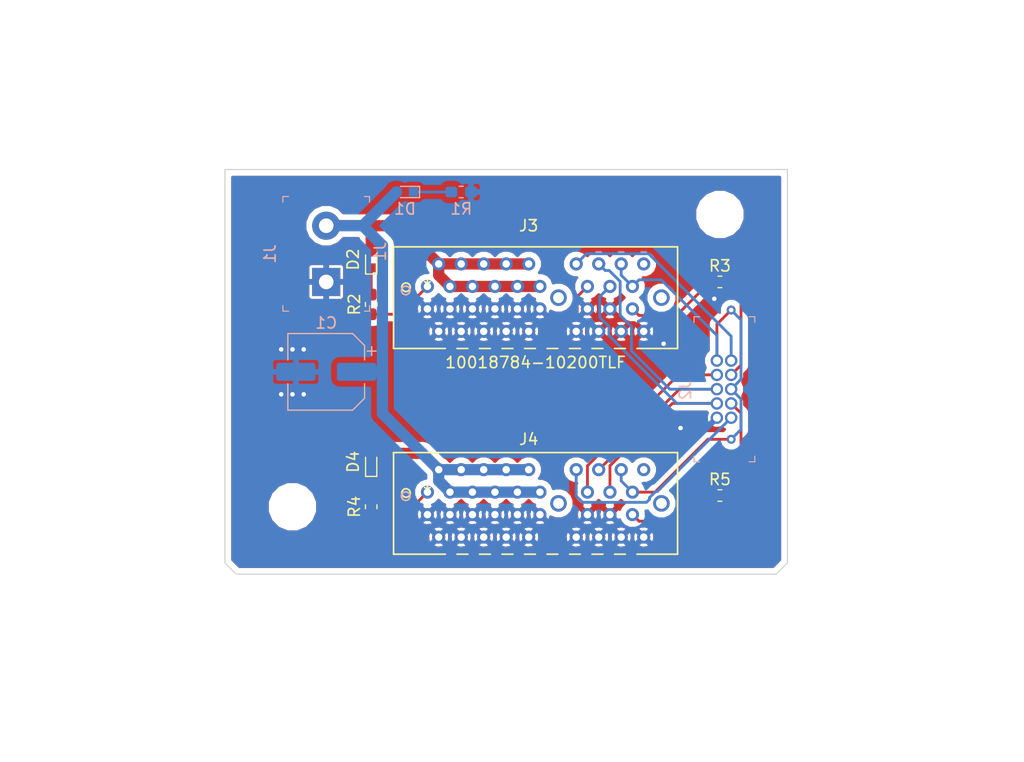
<source format=kicad_pcb>
(kicad_pcb (version 20171130) (host pcbnew 5.0.2+dfsg1-1)

  (general
    (thickness 1.6)
    (drawings 24)
    (tracks 124)
    (zones 0)
    (modules 15)
    (nets 20)
  )

  (page A4)
  (layers
    (0 F.Cu signal)
    (31 B.Cu signal)
    (32 B.Adhes user)
    (33 F.Adhes user)
    (34 B.Paste user)
    (35 F.Paste user)
    (36 B.SilkS user)
    (37 F.SilkS user)
    (38 B.Mask user)
    (39 F.Mask user)
    (40 Dwgs.User user)
    (41 Cmts.User user)
    (42 Eco1.User user)
    (43 Eco2.User user)
    (44 Edge.Cuts user)
    (45 Margin user)
    (46 B.CrtYd user)
    (47 F.CrtYd user)
    (48 B.Fab user hide)
    (49 F.Fab user hide)
  )

  (setup
    (last_trace_width 0.25)
    (trace_clearance 0.2)
    (zone_clearance 0.508)
    (zone_45_only no)
    (trace_min 0.2)
    (segment_width 0.2)
    (edge_width 0.1)
    (via_size 0.8)
    (via_drill 0.4)
    (via_min_size 0.4)
    (via_min_drill 0.3)
    (uvia_size 0.3)
    (uvia_drill 0.1)
    (uvias_allowed no)
    (uvia_min_size 0.2)
    (uvia_min_drill 0.1)
    (pcb_text_width 0.3)
    (pcb_text_size 1.5 1.5)
    (mod_edge_width 0.15)
    (mod_text_size 1 1)
    (mod_text_width 0.15)
    (pad_size 1.5 1.5)
    (pad_drill 0.6)
    (pad_to_mask_clearance 0)
    (solder_mask_min_width 0.25)
    (aux_axis_origin 0 0)
    (visible_elements FFFFFF7F)
    (pcbplotparams
      (layerselection 0x010fc_ffffffff)
      (usegerberextensions false)
      (usegerberattributes false)
      (usegerberadvancedattributes false)
      (creategerberjobfile false)
      (excludeedgelayer true)
      (linewidth 0.100000)
      (plotframeref false)
      (viasonmask false)
      (mode 1)
      (useauxorigin false)
      (hpglpennumber 1)
      (hpglpenspeed 20)
      (hpglpendiameter 15.000000)
      (psnegative false)
      (psa4output false)
      (plotreference true)
      (plotvalue true)
      (plotinvisibletext false)
      (padsonsilk false)
      (subtractmaskfromsilk false)
      (outputformat 1)
      (mirror false)
      (drillshape 0)
      (scaleselection 1)
      (outputdirectory "plots/"))
  )

  (net 0 "")
  (net 1 "Net-(D1-Pad1)")
  (net 2 +24V)
  (net 3 "Net-(D2-Pad1)")
  (net 4 +5V)
  (net 5 "Net-(D4-Pad1)")
  (net 6 GND)
  (net 7 /MOSI)
  (net 8 /MISO)
  (net 9 /CP1)
  (net 10 /SCK)
  (net 11 /CP2)
  (net 12 /SS1)
  (net 13 /SS2)
  (net 14 "Net-(J3-PadA1)")
  (net 15 "Net-(J3-PadA18)")
  (net 16 "Net-(J3-PadB17)")
  (net 17 "Net-(J4-PadB17)")
  (net 18 "Net-(J4-PadA18)")
  (net 19 "Net-(J4-PadA1)")

  (net_class Default "This is the default net class."
    (clearance 0.2)
    (trace_width 0.25)
    (via_dia 0.8)
    (via_drill 0.4)
    (uvia_dia 0.3)
    (uvia_drill 0.1)
    (add_net +5V)
    (add_net /CP1)
    (add_net /CP2)
    (add_net /MISO)
    (add_net /MOSI)
    (add_net /SCK)
    (add_net /SS1)
    (add_net /SS2)
    (add_net GND)
    (add_net "Net-(D1-Pad1)")
    (add_net "Net-(D2-Pad1)")
    (add_net "Net-(D4-Pad1)")
    (add_net "Net-(J3-PadA1)")
    (add_net "Net-(J3-PadA18)")
    (add_net "Net-(J3-PadB17)")
    (add_net "Net-(J4-PadA1)")
    (add_net "Net-(J4-PadA18)")
    (add_net "Net-(J4-PadB17)")
  )

  (net_class Power ""
    (clearance 0.2)
    (trace_width 1)
    (via_dia 0.8)
    (via_drill 0.4)
    (uvia_dia 0.3)
    (uvia_drill 0.1)
    (add_net +24V)
  )

  (module digikey-footprints:LED_0603 (layer B.Cu) (tedit 5D2891C2) (tstamp 60348EC2)
    (at 126 54 180)
    (path /5F7B985F)
    (attr smd)
    (fp_text reference D1 (at 0 -1.5 180) (layer B.SilkS)
      (effects (font (size 1 1) (thickness 0.15)) (justify mirror))
    )
    (fp_text value LED (at 0 -1.77 180) (layer B.Fab)
      (effects (font (size 1 1) (thickness 0.15)) (justify mirror))
    )
    (fp_line (start -0.3 -0.2) (end -0.3 -0.1) (layer B.Fab) (width 0.12))
    (fp_line (start -0.3 0.2) (end -0.3 -0.1) (layer B.Fab) (width 0.12))
    (fp_line (start 0.5 0) (end 0.1 0) (layer B.Fab) (width 0.12))
    (fp_line (start 0.1 0) (end 0.1 0.2) (layer B.Fab) (width 0.12))
    (fp_line (start 0.1 0.2) (end -0.2 0) (layer B.Fab) (width 0.12))
    (fp_line (start -0.2 0) (end 0.1 -0.2) (layer B.Fab) (width 0.12))
    (fp_line (start 0.1 -0.2) (end 0.1 0) (layer B.Fab) (width 0.12))
    (fp_line (start -1.1 0.5) (end 0.4 0.5) (layer B.SilkS) (width 0.12))
    (fp_line (start -1.1 0.5) (end -1.2 0.5) (layer B.SilkS) (width 0.12))
    (fp_line (start -1.2 0.5) (end -1.3 0.5) (layer B.SilkS) (width 0.12))
    (fp_line (start -1.3 0.5) (end -1.3 0.3) (layer B.SilkS) (width 0.12))
    (fp_line (start -1.3 0.3) (end -1.3 -0.5) (layer B.SilkS) (width 0.12))
    (fp_line (start -1.3 -0.5) (end 0.4 -0.5) (layer B.SilkS) (width 0.12))
    (fp_line (start -1.4 -0.71) (end 1.4 -0.71) (layer B.CrtYd) (width 0.05))
    (fp_line (start -1.4 0.71) (end 1.4 0.71) (layer B.CrtYd) (width 0.05))
    (fp_line (start 1.4 -0.71) (end 1.4 0.71) (layer B.CrtYd) (width 0.05))
    (fp_line (start -1.4 -0.71) (end -1.4 0.71) (layer B.CrtYd) (width 0.05))
    (fp_line (start -0.85 -0.4) (end 0.85 -0.4) (layer B.Fab) (width 0.12))
    (fp_line (start -0.85 0.4) (end 0.85 0.4) (layer B.Fab) (width 0.12))
    (fp_line (start -0.85 -0.4) (end -0.85 0.4) (layer B.Fab) (width 0.12))
    (fp_line (start 0.85 -0.4) (end 0.85 0.4) (layer B.Fab) (width 0.12))
    (pad 1 smd rect (at -0.75 0 180) (size 0.8 0.8) (layers B.Cu B.Paste B.Mask)
      (net 1 "Net-(D1-Pad1)"))
    (pad 2 smd rect (at 0.75 0 180) (size 0.8 0.8) (layers B.Cu B.Paste B.Mask)
      (net 2 +24V))
  )

  (module digikey-footprints:LED_0603 (layer F.Cu) (tedit 5D2891C2) (tstamp 60348EDD)
    (at 123 60 90)
    (path /5F89EAF5)
    (attr smd)
    (fp_text reference D2 (at 0 -1.61 90) (layer F.SilkS)
      (effects (font (size 1 1) (thickness 0.15)))
    )
    (fp_text value LED (at 0 1.77 90) (layer F.Fab)
      (effects (font (size 1 1) (thickness 0.15)))
    )
    (fp_line (start 0.85 0.4) (end 0.85 -0.4) (layer F.Fab) (width 0.12))
    (fp_line (start -0.85 0.4) (end -0.85 -0.4) (layer F.Fab) (width 0.12))
    (fp_line (start -0.85 -0.4) (end 0.85 -0.4) (layer F.Fab) (width 0.12))
    (fp_line (start -0.85 0.4) (end 0.85 0.4) (layer F.Fab) (width 0.12))
    (fp_line (start -1.4 0.71) (end -1.4 -0.71) (layer F.CrtYd) (width 0.05))
    (fp_line (start 1.4 0.71) (end 1.4 -0.71) (layer F.CrtYd) (width 0.05))
    (fp_line (start -1.4 -0.71) (end 1.4 -0.71) (layer F.CrtYd) (width 0.05))
    (fp_line (start -1.4 0.71) (end 1.4 0.71) (layer F.CrtYd) (width 0.05))
    (fp_line (start -1.3 0.5) (end 0.4 0.5) (layer F.SilkS) (width 0.12))
    (fp_line (start -1.3 -0.3) (end -1.3 0.5) (layer F.SilkS) (width 0.12))
    (fp_line (start -1.3 -0.5) (end -1.3 -0.3) (layer F.SilkS) (width 0.12))
    (fp_line (start -1.2 -0.5) (end -1.3 -0.5) (layer F.SilkS) (width 0.12))
    (fp_line (start -1.1 -0.5) (end -1.2 -0.5) (layer F.SilkS) (width 0.12))
    (fp_line (start -1.1 -0.5) (end 0.4 -0.5) (layer F.SilkS) (width 0.12))
    (fp_line (start 0.1 0.2) (end 0.1 0) (layer F.Fab) (width 0.12))
    (fp_line (start -0.2 0) (end 0.1 0.2) (layer F.Fab) (width 0.12))
    (fp_line (start 0.1 -0.2) (end -0.2 0) (layer F.Fab) (width 0.12))
    (fp_line (start 0.1 0) (end 0.1 -0.2) (layer F.Fab) (width 0.12))
    (fp_line (start 0.5 0) (end 0.1 0) (layer F.Fab) (width 0.12))
    (fp_line (start -0.3 -0.2) (end -0.3 0.1) (layer F.Fab) (width 0.12))
    (fp_line (start -0.3 0.2) (end -0.3 0.1) (layer F.Fab) (width 0.12))
    (pad 2 smd rect (at 0.75 0 90) (size 0.8 0.8) (layers F.Cu F.Paste F.Mask)
      (net 2 +24V))
    (pad 1 smd rect (at -0.75 0 90) (size 0.8 0.8) (layers F.Cu F.Paste F.Mask)
      (net 3 "Net-(D2-Pad1)"))
  )

  (module digikey-footprints:LED_0603 (layer F.Cu) (tedit 5D2891C2) (tstamp 60348F11)
    (at 123 78 90)
    (path /5F8C107B)
    (attr smd)
    (fp_text reference D4 (at 0 -1.61 90) (layer F.SilkS)
      (effects (font (size 1 1) (thickness 0.15)))
    )
    (fp_text value LED (at 0 1.77 90) (layer F.Fab)
      (effects (font (size 1 1) (thickness 0.15)))
    )
    (fp_line (start -0.3 0.2) (end -0.3 0.1) (layer F.Fab) (width 0.12))
    (fp_line (start -0.3 -0.2) (end -0.3 0.1) (layer F.Fab) (width 0.12))
    (fp_line (start 0.5 0) (end 0.1 0) (layer F.Fab) (width 0.12))
    (fp_line (start 0.1 0) (end 0.1 -0.2) (layer F.Fab) (width 0.12))
    (fp_line (start 0.1 -0.2) (end -0.2 0) (layer F.Fab) (width 0.12))
    (fp_line (start -0.2 0) (end 0.1 0.2) (layer F.Fab) (width 0.12))
    (fp_line (start 0.1 0.2) (end 0.1 0) (layer F.Fab) (width 0.12))
    (fp_line (start -1.1 -0.5) (end 0.4 -0.5) (layer F.SilkS) (width 0.12))
    (fp_line (start -1.1 -0.5) (end -1.2 -0.5) (layer F.SilkS) (width 0.12))
    (fp_line (start -1.2 -0.5) (end -1.3 -0.5) (layer F.SilkS) (width 0.12))
    (fp_line (start -1.3 -0.5) (end -1.3 -0.3) (layer F.SilkS) (width 0.12))
    (fp_line (start -1.3 -0.3) (end -1.3 0.5) (layer F.SilkS) (width 0.12))
    (fp_line (start -1.3 0.5) (end 0.4 0.5) (layer F.SilkS) (width 0.12))
    (fp_line (start -1.4 0.71) (end 1.4 0.71) (layer F.CrtYd) (width 0.05))
    (fp_line (start -1.4 -0.71) (end 1.4 -0.71) (layer F.CrtYd) (width 0.05))
    (fp_line (start 1.4 0.71) (end 1.4 -0.71) (layer F.CrtYd) (width 0.05))
    (fp_line (start -1.4 0.71) (end -1.4 -0.71) (layer F.CrtYd) (width 0.05))
    (fp_line (start -0.85 0.4) (end 0.85 0.4) (layer F.Fab) (width 0.12))
    (fp_line (start -0.85 -0.4) (end 0.85 -0.4) (layer F.Fab) (width 0.12))
    (fp_line (start -0.85 0.4) (end -0.85 -0.4) (layer F.Fab) (width 0.12))
    (fp_line (start 0.85 0.4) (end 0.85 -0.4) (layer F.Fab) (width 0.12))
    (pad 1 smd rect (at -0.75 0 90) (size 0.8 0.8) (layers F.Cu F.Paste F.Mask)
      (net 5 "Net-(D4-Pad1)"))
    (pad 2 smd rect (at 0.75 0 90) (size 0.8 0.8) (layers F.Cu F.Paste F.Mask)
      (net 2 +24V))
  )

  (module digikey-footprints:Term_Block_1x2_P5mm (layer B.Cu) (tedit 6034AA1C) (tstamp 60348F41)
    (at 119 62 90)
    (descr http://www.on-shore.com/wp-content/uploads/2015/09/osttcxx0162.pdf)
    (path /603A5A57)
    (fp_text reference J1 (at 2.7 4.8 90) (layer B.SilkS)
      (effects (font (size 1 1) (thickness 0.15)) (justify mirror))
    )
    (fp_text value OSTTC020162 (at 2.05 -5.05 90) (layer B.Fab)
      (effects (font (size 1 1) (thickness 0.15)) (justify mirror))
    )
    (fp_text user %R (at 2.5 -5 90) (layer B.SilkS)
      (effects (font (size 1 1) (thickness 0.15)) (justify mirror))
    )
    (fp_line (start 7.6 -3.85) (end 7.1 -3.85) (layer B.SilkS) (width 0.1))
    (fp_line (start 7.6 -3.85) (end 7.6 -3.35) (layer B.SilkS) (width 0.1))
    (fp_line (start -2.6 -3.85) (end -2.6 -3.35) (layer B.SilkS) (width 0.1))
    (fp_line (start -2.6 -3.85) (end -2.1 -3.85) (layer B.SilkS) (width 0.1))
    (fp_line (start -2.6 3.85) (end -2.1 3.85) (layer B.SilkS) (width 0.1))
    (fp_line (start -2.6 3.85) (end -2.6 3.4) (layer B.SilkS) (width 0.1))
    (fp_line (start 7.6 3.85) (end 7.6 3.4) (layer B.SilkS) (width 0.1))
    (fp_line (start 7.6 3.85) (end 7.1 3.85) (layer B.SilkS) (width 0.1))
    (fp_line (start -2.75 4) (end 7.75 4) (layer B.CrtYd) (width 0.05))
    (fp_line (start 7.75 4) (end 7.75 -4) (layer B.CrtYd) (width 0.05))
    (fp_line (start -2.75 -4) (end 7.75 -4) (layer B.CrtYd) (width 0.05))
    (fp_line (start 7.5 3.75) (end 7.5 -3.75) (layer B.Fab) (width 0.1))
    (fp_line (start 7.5 -3.75) (end -2.5 -3.75) (layer B.Fab) (width 0.1))
    (fp_line (start 7.5 3.75) (end -2.5 3.75) (layer B.Fab) (width 0.1))
    (fp_line (start -2.75 4) (end -2.75 -4) (layer B.CrtYd) (width 0.05))
    (fp_line (start -2.5 3.75) (end -2.5 -3.75) (layer B.Fab) (width 0.1))
    (pad 1 thru_hole rect (at 0 0 90) (size 2.5 2.5) (drill 1.3) (layers *.Cu *.Mask)
      (net 6 GND))
    (pad 2 thru_hole circle (at 5 0 90) (size 2.5 2.5) (drill 1.3) (layers *.Cu *.Mask)
      (net 2 +24V))
  )

  (module digikey-footprints:PinHeader_2x5_P1.27mm_Drill.7mm (layer B.Cu) (tedit 5A4BCE9C) (tstamp 60348F60)
    (at 155 69 270)
    (descr http://cnctech.us/pdfs/3220-XX-0100-00.pdf)
    (path /603C3A6E)
    (fp_text reference J2 (at 2.64 4.08 270) (layer B.SilkS)
      (effects (font (size 1 1) (thickness 0.15)) (justify mirror))
    )
    (fp_text value 3220-10-0100-00 (at 3.1 -3.04 270) (layer B.Fab)
      (effects (font (size 1 1) (thickness 0.15)) (justify mirror))
    )
    (fp_line (start -4.04 -2.17) (end 9.11 -2.17) (layer B.CrtYd) (width 0.05))
    (fp_line (start 9.11 3.43) (end 9.11 -2.17) (layer B.CrtYd) (width 0.05))
    (fp_line (start -4.04 3.43) (end 9.11 3.43) (layer B.CrtYd) (width 0.05))
    (fp_line (start -4.04 3.43) (end -4.04 -2.17) (layer B.CrtYd) (width 0.05))
    (fp_text user %R (at 2.5 0.6 270) (layer B.Fab)
      (effects (font (size 1 1) (thickness 0.15)) (justify mirror))
    )
    (fp_line (start 9 -2.1) (end 9 -1.6) (layer B.SilkS) (width 0.1))
    (fp_line (start 9 -2.1) (end 8.5 -2.1) (layer B.SilkS) (width 0.1))
    (fp_line (start -3.9 -2.1) (end -3.9 -1.6) (layer B.SilkS) (width 0.1))
    (fp_line (start -3.9 -2.1) (end -3.4 -2.1) (layer B.SilkS) (width 0.1))
    (fp_line (start -3.9 3.3) (end -3.9 2.8) (layer B.SilkS) (width 0.1))
    (fp_line (start -3.9 3.3) (end -3.4 3.3) (layer B.SilkS) (width 0.1))
    (fp_line (start 9 3.3) (end 9 2.8) (layer B.SilkS) (width 0.1))
    (fp_line (start 9 3.3) (end 8.5 3.3) (layer B.SilkS) (width 0.1))
    (fp_line (start -3.79 3.18) (end 8.86 3.18) (layer B.Fab) (width 0.1))
    (fp_line (start 8.86 3.18) (end 8.86 -1.92) (layer B.Fab) (width 0.1))
    (fp_line (start -3.79 -1.92) (end 8.86 -1.92) (layer B.Fab) (width 0.1))
    (fp_line (start -3.79 3.18) (end -3.79 -1.92) (layer B.Fab) (width 0.1))
    (pad 1 thru_hole circle (at 0 0 270) (size 1.1 1.1) (drill 0.7) (layers *.Cu *.Mask)
      (net 12 /SS1))
    (pad 2 thru_hole circle (at 0 1.27 270) (size 1.1 1.1) (drill 0.7) (layers *.Cu *.Mask)
      (net 4 +5V))
    (pad 3 thru_hole circle (at 1.27 0 270) (size 1.1 1.1) (drill 0.7) (layers *.Cu *.Mask)
      (net 9 /CP1))
    (pad 4 thru_hole circle (at 1.27 1.27 270) (size 1.1 1.1) (drill 0.7) (layers *.Cu *.Mask)
      (net 7 /MOSI))
    (pad 5 thru_hole circle (at 2.54 0 270) (size 1.1 1.1) (drill 0.7) (layers *.Cu *.Mask)
      (net 4 +5V))
    (pad 6 thru_hole circle (at 2.54 1.27 270) (size 1.1 1.1) (drill 0.7) (layers *.Cu *.Mask)
      (net 8 /MISO))
    (pad 7 thru_hole circle (at 3.81 0 270) (size 1.1 1.1) (drill 0.7) (layers *.Cu *.Mask)
      (net 11 /CP2))
    (pad 8 thru_hole circle (at 3.81 1.27 270) (size 1.1 1.1) (drill 0.7) (layers *.Cu *.Mask)
      (net 10 /SCK))
    (pad 9 thru_hole circle (at 5.08 0 270) (size 1.1 1.1) (drill 0.7) (layers *.Cu *.Mask)
      (net 13 /SS2))
    (pad 10 thru_hole circle (at 5.08 1.27 270) (size 1.1 1.1) (drill 0.7) (layers *.Cu *.Mask)
      (net 6 GND))
  )

  (module Resistor_SMD:R_0603_1608Metric_Pad1.05x0.95mm_HandSolder (layer B.Cu) (tedit 5B301BBD) (tstamp 60349019)
    (at 131 54)
    (descr "Resistor SMD 0603 (1608 Metric), square (rectangular) end terminal, IPC_7351 nominal with elongated pad for handsoldering. (Body size source: http://www.tortai-tech.com/upload/download/2011102023233369053.pdf), generated with kicad-footprint-generator")
    (tags "resistor handsolder")
    (path /5F7BAA01)
    (attr smd)
    (fp_text reference R1 (at 0 1.5) (layer B.SilkS)
      (effects (font (size 1 1) (thickness 0.15)) (justify mirror))
    )
    (fp_text value 10k (at 0 -1.43) (layer B.Fab)
      (effects (font (size 1 1) (thickness 0.15)) (justify mirror))
    )
    (fp_line (start -0.8 -0.4) (end -0.8 0.4) (layer B.Fab) (width 0.1))
    (fp_line (start -0.8 0.4) (end 0.8 0.4) (layer B.Fab) (width 0.1))
    (fp_line (start 0.8 0.4) (end 0.8 -0.4) (layer B.Fab) (width 0.1))
    (fp_line (start 0.8 -0.4) (end -0.8 -0.4) (layer B.Fab) (width 0.1))
    (fp_line (start -0.171267 0.51) (end 0.171267 0.51) (layer B.SilkS) (width 0.12))
    (fp_line (start -0.171267 -0.51) (end 0.171267 -0.51) (layer B.SilkS) (width 0.12))
    (fp_line (start -1.65 -0.73) (end -1.65 0.73) (layer B.CrtYd) (width 0.05))
    (fp_line (start -1.65 0.73) (end 1.65 0.73) (layer B.CrtYd) (width 0.05))
    (fp_line (start 1.65 0.73) (end 1.65 -0.73) (layer B.CrtYd) (width 0.05))
    (fp_line (start 1.65 -0.73) (end -1.65 -0.73) (layer B.CrtYd) (width 0.05))
    (fp_text user %R (at 0 0) (layer B.Fab)
      (effects (font (size 0.4 0.4) (thickness 0.06)) (justify mirror))
    )
    (pad 1 smd roundrect (at -0.875 0) (size 1.05 0.95) (layers B.Cu B.Paste B.Mask) (roundrect_rratio 0.25)
      (net 1 "Net-(D1-Pad1)"))
    (pad 2 smd roundrect (at 0.875 0) (size 1.05 0.95) (layers B.Cu B.Paste B.Mask) (roundrect_rratio 0.25)
      (net 6 GND))
    (model ${KISYS3DMOD}/Resistor_SMD.3dshapes/R_0603_1608Metric.wrl
      (at (xyz 0 0 0))
      (scale (xyz 1 1 1))
      (rotate (xyz 0 0 0))
    )
  )

  (module Resistor_SMD:R_0603_1608Metric_Pad1.05x0.95mm_HandSolder (layer F.Cu) (tedit 5B301BBD) (tstamp 6034902A)
    (at 123 64 270)
    (descr "Resistor SMD 0603 (1608 Metric), square (rectangular) end terminal, IPC_7351 nominal with elongated pad for handsoldering. (Body size source: http://www.tortai-tech.com/upload/download/2011102023233369053.pdf), generated with kicad-footprint-generator")
    (tags "resistor handsolder")
    (path /5F89EAFC)
    (attr smd)
    (fp_text reference R2 (at 0 1.5 270) (layer F.SilkS)
      (effects (font (size 1 1) (thickness 0.15)))
    )
    (fp_text value 10k (at 0 1.43 270) (layer F.Fab)
      (effects (font (size 1 1) (thickness 0.15)))
    )
    (fp_text user %R (at 0 0 270) (layer F.Fab)
      (effects (font (size 0.4 0.4) (thickness 0.06)))
    )
    (fp_line (start 1.65 0.73) (end -1.65 0.73) (layer F.CrtYd) (width 0.05))
    (fp_line (start 1.65 -0.73) (end 1.65 0.73) (layer F.CrtYd) (width 0.05))
    (fp_line (start -1.65 -0.73) (end 1.65 -0.73) (layer F.CrtYd) (width 0.05))
    (fp_line (start -1.65 0.73) (end -1.65 -0.73) (layer F.CrtYd) (width 0.05))
    (fp_line (start -0.171267 0.51) (end 0.171267 0.51) (layer F.SilkS) (width 0.12))
    (fp_line (start -0.171267 -0.51) (end 0.171267 -0.51) (layer F.SilkS) (width 0.12))
    (fp_line (start 0.8 0.4) (end -0.8 0.4) (layer F.Fab) (width 0.1))
    (fp_line (start 0.8 -0.4) (end 0.8 0.4) (layer F.Fab) (width 0.1))
    (fp_line (start -0.8 -0.4) (end 0.8 -0.4) (layer F.Fab) (width 0.1))
    (fp_line (start -0.8 0.4) (end -0.8 -0.4) (layer F.Fab) (width 0.1))
    (pad 2 smd roundrect (at 0.875 0 270) (size 1.05 0.95) (layers F.Cu F.Paste F.Mask) (roundrect_rratio 0.25)
      (net 14 "Net-(J3-PadA1)"))
    (pad 1 smd roundrect (at -0.875 0 270) (size 1.05 0.95) (layers F.Cu F.Paste F.Mask) (roundrect_rratio 0.25)
      (net 3 "Net-(D2-Pad1)"))
    (model ${KISYS3DMOD}/Resistor_SMD.3dshapes/R_0603_1608Metric.wrl
      (at (xyz 0 0 0))
      (scale (xyz 1 1 1))
      (rotate (xyz 0 0 0))
    )
  )

  (module Resistor_SMD:R_0603_1608Metric_Pad1.05x0.95mm_HandSolder (layer F.Cu) (tedit 5B301BBD) (tstamp 6034903B)
    (at 154 62)
    (descr "Resistor SMD 0603 (1608 Metric), square (rectangular) end terminal, IPC_7351 nominal with elongated pad for handsoldering. (Body size source: http://www.tortai-tech.com/upload/download/2011102023233369053.pdf), generated with kicad-footprint-generator")
    (tags "resistor handsolder")
    (path /6048C438)
    (attr smd)
    (fp_text reference R3 (at 0 -1.43) (layer F.SilkS)
      (effects (font (size 1 1) (thickness 0.15)))
    )
    (fp_text value 10k (at 0 1.43) (layer F.Fab)
      (effects (font (size 1 1) (thickness 0.15)))
    )
    (fp_text user %R (at 0 0) (layer F.Fab)
      (effects (font (size 0.4 0.4) (thickness 0.06)))
    )
    (fp_line (start 1.65 0.73) (end -1.65 0.73) (layer F.CrtYd) (width 0.05))
    (fp_line (start 1.65 -0.73) (end 1.65 0.73) (layer F.CrtYd) (width 0.05))
    (fp_line (start -1.65 -0.73) (end 1.65 -0.73) (layer F.CrtYd) (width 0.05))
    (fp_line (start -1.65 0.73) (end -1.65 -0.73) (layer F.CrtYd) (width 0.05))
    (fp_line (start -0.171267 0.51) (end 0.171267 0.51) (layer F.SilkS) (width 0.12))
    (fp_line (start -0.171267 -0.51) (end 0.171267 -0.51) (layer F.SilkS) (width 0.12))
    (fp_line (start 0.8 0.4) (end -0.8 0.4) (layer F.Fab) (width 0.1))
    (fp_line (start 0.8 -0.4) (end 0.8 0.4) (layer F.Fab) (width 0.1))
    (fp_line (start -0.8 -0.4) (end 0.8 -0.4) (layer F.Fab) (width 0.1))
    (fp_line (start -0.8 0.4) (end -0.8 -0.4) (layer F.Fab) (width 0.1))
    (pad 2 smd roundrect (at 0.875 0) (size 1.05 0.95) (layers F.Cu F.Paste F.Mask) (roundrect_rratio 0.25)
      (net 9 /CP1))
    (pad 1 smd roundrect (at -0.875 0) (size 1.05 0.95) (layers F.Cu F.Paste F.Mask) (roundrect_rratio 0.25)
      (net 16 "Net-(J3-PadB17)"))
    (model ${KISYS3DMOD}/Resistor_SMD.3dshapes/R_0603_1608Metric.wrl
      (at (xyz 0 0 0))
      (scale (xyz 1 1 1))
      (rotate (xyz 0 0 0))
    )
  )

  (module Resistor_SMD:R_0603_1608Metric_Pad1.05x0.95mm_HandSolder (layer F.Cu) (tedit 5B301BBD) (tstamp 6034904C)
    (at 123 82 270)
    (descr "Resistor SMD 0603 (1608 Metric), square (rectangular) end terminal, IPC_7351 nominal with elongated pad for handsoldering. (Body size source: http://www.tortai-tech.com/upload/download/2011102023233369053.pdf), generated with kicad-footprint-generator")
    (tags "resistor handsolder")
    (path /5F8C1082)
    (attr smd)
    (fp_text reference R4 (at 0 1.5 270) (layer F.SilkS)
      (effects (font (size 1 1) (thickness 0.15)))
    )
    (fp_text value 10k (at 0 1.43 270) (layer F.Fab)
      (effects (font (size 1 1) (thickness 0.15)))
    )
    (fp_line (start -0.8 0.4) (end -0.8 -0.4) (layer F.Fab) (width 0.1))
    (fp_line (start -0.8 -0.4) (end 0.8 -0.4) (layer F.Fab) (width 0.1))
    (fp_line (start 0.8 -0.4) (end 0.8 0.4) (layer F.Fab) (width 0.1))
    (fp_line (start 0.8 0.4) (end -0.8 0.4) (layer F.Fab) (width 0.1))
    (fp_line (start -0.171267 -0.51) (end 0.171267 -0.51) (layer F.SilkS) (width 0.12))
    (fp_line (start -0.171267 0.51) (end 0.171267 0.51) (layer F.SilkS) (width 0.12))
    (fp_line (start -1.65 0.73) (end -1.65 -0.73) (layer F.CrtYd) (width 0.05))
    (fp_line (start -1.65 -0.73) (end 1.65 -0.73) (layer F.CrtYd) (width 0.05))
    (fp_line (start 1.65 -0.73) (end 1.65 0.73) (layer F.CrtYd) (width 0.05))
    (fp_line (start 1.65 0.73) (end -1.65 0.73) (layer F.CrtYd) (width 0.05))
    (fp_text user %R (at 0 0 270) (layer F.Fab)
      (effects (font (size 0.4 0.4) (thickness 0.06)))
    )
    (pad 1 smd roundrect (at -0.875 0 270) (size 1.05 0.95) (layers F.Cu F.Paste F.Mask) (roundrect_rratio 0.25)
      (net 5 "Net-(D4-Pad1)"))
    (pad 2 smd roundrect (at 0.875 0 270) (size 1.05 0.95) (layers F.Cu F.Paste F.Mask) (roundrect_rratio 0.25)
      (net 19 "Net-(J4-PadA1)"))
    (model ${KISYS3DMOD}/Resistor_SMD.3dshapes/R_0603_1608Metric.wrl
      (at (xyz 0 0 0))
      (scale (xyz 1 1 1))
      (rotate (xyz 0 0 0))
    )
  )

  (module Resistor_SMD:R_0603_1608Metric_Pad1.05x0.95mm_HandSolder (layer F.Cu) (tedit 5B301BBD) (tstamp 6034905D)
    (at 154 81)
    (descr "Resistor SMD 0603 (1608 Metric), square (rectangular) end terminal, IPC_7351 nominal with elongated pad for handsoldering. (Body size source: http://www.tortai-tech.com/upload/download/2011102023233369053.pdf), generated with kicad-footprint-generator")
    (tags "resistor handsolder")
    (path /604BAE7E)
    (attr smd)
    (fp_text reference R5 (at 0 -1.43) (layer F.SilkS)
      (effects (font (size 1 1) (thickness 0.15)))
    )
    (fp_text value 10k (at 0 1.43) (layer F.Fab)
      (effects (font (size 1 1) (thickness 0.15)))
    )
    (fp_line (start -0.8 0.4) (end -0.8 -0.4) (layer F.Fab) (width 0.1))
    (fp_line (start -0.8 -0.4) (end 0.8 -0.4) (layer F.Fab) (width 0.1))
    (fp_line (start 0.8 -0.4) (end 0.8 0.4) (layer F.Fab) (width 0.1))
    (fp_line (start 0.8 0.4) (end -0.8 0.4) (layer F.Fab) (width 0.1))
    (fp_line (start -0.171267 -0.51) (end 0.171267 -0.51) (layer F.SilkS) (width 0.12))
    (fp_line (start -0.171267 0.51) (end 0.171267 0.51) (layer F.SilkS) (width 0.12))
    (fp_line (start -1.65 0.73) (end -1.65 -0.73) (layer F.CrtYd) (width 0.05))
    (fp_line (start -1.65 -0.73) (end 1.65 -0.73) (layer F.CrtYd) (width 0.05))
    (fp_line (start 1.65 -0.73) (end 1.65 0.73) (layer F.CrtYd) (width 0.05))
    (fp_line (start 1.65 0.73) (end -1.65 0.73) (layer F.CrtYd) (width 0.05))
    (fp_text user %R (at 0 0) (layer F.Fab)
      (effects (font (size 0.4 0.4) (thickness 0.06)))
    )
    (pad 1 smd roundrect (at -0.875 0) (size 1.05 0.95) (layers F.Cu F.Paste F.Mask) (roundrect_rratio 0.25)
      (net 17 "Net-(J4-PadB17)"))
    (pad 2 smd roundrect (at 0.875 0) (size 1.05 0.95) (layers F.Cu F.Paste F.Mask) (roundrect_rratio 0.25)
      (net 11 /CP2))
    (model ${KISYS3DMOD}/Resistor_SMD.3dshapes/R_0603_1608Metric.wrl
      (at (xyz 0 0 0))
      (scale (xyz 1 1 1))
      (rotate (xyz 0 0 0))
    )
  )

  (module custom-footprints:10018784-10200TLF (layer F.Cu) (tedit 0) (tstamp 60349E01)
    (at 128 62.399999)
    (path /607366DD)
    (fp_text reference J3 (at 9 -5.399999) (layer F.SilkS)
      (effects (font (size 1 1) (thickness 0.15)))
    )
    (fp_text value 10018784-10200TLF (at 9.6125 6.766001) (layer F.SilkS)
      (effects (font (size 1 1) (thickness 0.15)))
    )
    (fp_text user "Copyright 2016 Accelerated Designs. All rights reserved." (at 0 0) (layer Cmts.User)
      (effects (font (size 0.127 0.127) (thickness 0.002)))
    )
    (fp_text user * (at 0 0) (layer F.SilkS)
      (effects (font (size 1 1) (thickness 0.15)))
    )
    (fp_text user * (at 0 0) (layer F.Fab)
      (effects (font (size 1 1) (thickness 0.15)))
    )
    (fp_line (start -3.0113 5.521401) (end 1.592742 5.521401) (layer F.SilkS) (width 0.1524))
    (fp_line (start 22.2363 5.521401) (end 22.2363 -3.520999) (layer F.SilkS) (width 0.1524))
    (fp_line (start 22.2363 -3.520999) (end -3.0113 -3.520999) (layer F.SilkS) (width 0.1524))
    (fp_line (start -3.0113 -3.520999) (end -3.0113 5.521401) (layer F.SilkS) (width 0.1524))
    (fp_line (start -2.8843 5.394401) (end 22.1093 5.394401) (layer F.Fab) (width 0.1524))
    (fp_line (start 22.1093 5.394401) (end 22.1093 -3.393999) (layer F.Fab) (width 0.1524))
    (fp_line (start 22.1093 -3.393999) (end -2.8843 -3.393999) (layer F.Fab) (width 0.1524))
    (fp_line (start -2.8843 -3.393999) (end -2.8843 5.394401) (layer F.Fab) (width 0.1524))
    (fp_line (start 2.632258 5.521401) (end 3.592741 5.521401) (layer F.SilkS) (width 0.1524))
    (fp_line (start 4.632256 5.521401) (end 5.592742 5.521401) (layer F.SilkS) (width 0.1524))
    (fp_line (start 6.632257 5.521401) (end 7.592743 5.521401) (layer F.SilkS) (width 0.1524))
    (fp_line (start 8.632259 5.521401) (end 9.592741 5.521401) (layer F.SilkS) (width 0.1524))
    (fp_line (start 10.632257 5.521401) (end 11.592743 5.521401) (layer F.SilkS) (width 0.1524))
    (fp_line (start 12.632258 5.521401) (end 13.592741 5.521401) (layer F.SilkS) (width 0.1524))
    (fp_line (start 14.632257 5.521401) (end 15.592742 5.521401) (layer F.SilkS) (width 0.1524))
    (fp_line (start 16.632258 5.521401) (end 17.592743 5.521401) (layer F.SilkS) (width 0.1524))
    (fp_line (start 18.632259 5.521401) (end 22.2363 5.521401) (layer F.SilkS) (width 0.1524))
    (fp_line (start -3.1383 -3.647999) (end -3.1383 5.648401) (layer F.CrtYd) (width 0.1524))
    (fp_line (start -3.1383 5.648401) (end 22.3633 5.648401) (layer F.CrtYd) (width 0.1524))
    (fp_line (start 22.3633 5.648401) (end 22.3633 -3.647999) (layer F.CrtYd) (width 0.1524))
    (fp_line (start 22.3633 -3.647999) (end -3.1383 -3.647999) (layer F.CrtYd) (width 0.1524))
    (fp_line (start -2.8843 -3.393999) (end -2.8843 5.394401) (layer F.CrtYd) (width 0.1524))
    (fp_line (start -2.8843 5.394401) (end 22.1093 5.394401) (layer F.CrtYd) (width 0.1524))
    (fp_line (start 22.1093 5.394401) (end 22.1093 -3.393999) (layer F.CrtYd) (width 0.1524))
    (fp_line (start 22.1093 -3.393999) (end -2.8843 -3.393999) (layer F.CrtYd) (width 0.1524))
    (fp_circle (center -1.905 0.0762) (end -1.524 0.0762) (layer F.SilkS) (width 0.1524))
    (fp_circle (center -1.9304 0.3556) (end -1.5494 0.3556) (layer B.SilkS) (width 0.1524))
    (fp_circle (center -0.4826 -1.8034) (end -0.1016 -1.8034) (layer F.Fab) (width 0.1524))
    (pad B1 thru_hole circle (at -0.000001 2.000001) (size 1.1684 1.1684) (drill 0.6604) (layers *.Cu *.Mask)
      (net 6 GND))
    (pad B2 thru_hole circle (at 1 4.000002) (size 1.1684 1.1684) (drill 0.6604) (layers *.Cu *.Mask)
      (net 6 GND))
    (pad B3 thru_hole circle (at 2.000001 2.000001) (size 1.1684 1.1684) (drill 0.6604) (layers *.Cu *.Mask)
      (net 6 GND))
    (pad B4 thru_hole circle (at 2.999999 4.000002) (size 1.1684 1.1684) (drill 0.6604) (layers *.Cu *.Mask)
      (net 6 GND))
    (pad B5 thru_hole circle (at 3.999999 2.000001) (size 1.1684 1.1684) (drill 0.6604) (layers *.Cu *.Mask)
      (net 6 GND))
    (pad B6 thru_hole circle (at 5 4.000002) (size 1.1684 1.1684) (drill 0.6604) (layers *.Cu *.Mask)
      (net 6 GND))
    (pad B7 thru_hole circle (at 6 2.000001) (size 1.1684 1.1684) (drill 0.6604) (layers *.Cu *.Mask)
      (net 6 GND))
    (pad B8 thru_hole circle (at 7.000001 4.000002) (size 1.1684 1.1684) (drill 0.6604) (layers *.Cu *.Mask)
      (net 6 GND))
    (pad B9 thru_hole circle (at 7.999999 2.000001) (size 1.1684 1.1684) (drill 0.6604) (layers *.Cu *.Mask)
      (net 6 GND))
    (pad B10 thru_hole circle (at 8.999999 4.000002) (size 1.1684 1.1684) (drill 0.6604) (layers *.Cu *.Mask)
      (net 6 GND))
    (pad B11 thru_hole circle (at 10 2.000001) (size 1.1684 1.1684) (drill 0.6604) (layers *.Cu *.Mask)
      (net 6 GND))
    (pad B12 thru_hole circle (at 13.225 4.000002) (size 1.1684 1.1684) (drill 0.6604) (layers *.Cu *.Mask)
      (net 6 GND))
    (pad B13 thru_hole circle (at 14.225001 2.000001) (size 1.1684 1.1684) (drill 0.6604) (layers *.Cu *.Mask)
      (net 6 GND))
    (pad B14 thru_hole circle (at 15.224999 4.000002) (size 1.1684 1.1684) (drill 0.6604) (layers *.Cu *.Mask)
      (net 6 GND))
    (pad B15 thru_hole circle (at 16.224999 2.000001) (size 1.1684 1.1684) (drill 0.6604) (layers *.Cu *.Mask)
      (net 6 GND))
    (pad B16 thru_hole circle (at 17.225 4.000002) (size 1.1684 1.1684) (drill 0.6604) (layers *.Cu *.Mask)
      (net 6 GND))
    (pad B17 thru_hole circle (at 18.225001 2.000001) (size 1.1684 1.1684) (drill 0.6604) (layers *.Cu *.Mask)
      (net 16 "Net-(J3-PadB17)"))
    (pad B18 thru_hole circle (at 19.225001 4.000002) (size 1.1684 1.1684) (drill 0.6604) (layers *.Cu *.Mask)
      (net 6 GND))
    (pad A2 thru_hole circle (at 0.999999 -1.999999) (size 1.1684 1.1684) (drill 0.6604) (layers *.Cu *.Mask)
      (net 2 +24V))
    (pad A1 thru_hole circle (at 0 0) (size 1.1684 1.1684) (drill 0.6604) (layers *.Cu *.Mask)
      (net 14 "Net-(J3-PadA1)"))
    (pad A4 thru_hole circle (at 3.000001 -1.999999) (size 1.1684 1.1684) (drill 0.6604) (layers *.Cu *.Mask)
      (net 2 +24V))
    (pad A3 thru_hole circle (at 1.999999 0) (size 1.1684 1.1684) (drill 0.6604) (layers *.Cu *.Mask)
      (net 2 +24V))
    (pad A6 thru_hole circle (at 4.999999 -1.999999) (size 1.1684 1.1684) (drill 0.6604) (layers *.Cu *.Mask)
      (net 2 +24V))
    (pad A5 thru_hole circle (at 4 0) (size 1.1684 1.1684) (drill 0.6604) (layers *.Cu *.Mask)
      (net 2 +24V))
    (pad A8 thru_hole circle (at 7 -1.999999) (size 1.1684 1.1684) (drill 0.6604) (layers *.Cu *.Mask)
      (net 2 +24V))
    (pad A7 thru_hole circle (at 6.000001 0) (size 1.1684 1.1684) (drill 0.6604) (layers *.Cu *.Mask)
      (net 2 +24V))
    (pad A10 thru_hole circle (at 8.999999 -1.999999) (size 1.1684 1.1684) (drill 0.6604) (layers *.Cu *.Mask)
      (net 2 +24V))
    (pad A9 thru_hole circle (at 7.999999 0) (size 1.1684 1.1684) (drill 0.6604) (layers *.Cu *.Mask)
      (net 2 +24V))
    (pad A12 thru_hole circle (at 13.225 -1.999999) (size 1.1684 1.1684) (drill 0.6604) (layers *.Cu *.Mask)
      (net 12 /SS1))
    (pad A11 thru_hole circle (at 10 0) (size 1.1684 1.1684) (drill 0.6604) (layers *.Cu *.Mask)
      (net 2 +24V))
    (pad A14 thru_hole circle (at 15.225001 -1.999999) (size 1.1684 1.1684) (drill 0.6604) (layers *.Cu *.Mask)
      (net 8 /MISO))
    (pad A13 thru_hole circle (at 14.224999 0) (size 1.1684 1.1684) (drill 0.6604) (layers *.Cu *.Mask)
      (net 7 /MOSI))
    (pad A16 thru_hole circle (at 17.224999 -1.999999) (size 1.1684 1.1684) (drill 0.6604) (layers *.Cu *.Mask)
      (net 4 +5V))
    (pad A15 thru_hole circle (at 16.225 0) (size 1.1684 1.1684) (drill 0.6604) (layers *.Cu *.Mask)
      (net 10 /SCK))
    (pad A18 thru_hole circle (at 19.225001 -1.999999) (size 1.1684 1.1684) (drill 0.6604) (layers *.Cu *.Mask)
      (net 15 "Net-(J3-PadA18)"))
    (pad A17 thru_hole circle (at 18.225001 0) (size 1.1684 1.1684) (drill 0.6604) (layers *.Cu *.Mask)
      (net 4 +5V))
    (pad 37 thru_hole circle (at 11.65 1.000001) (size 1.4732 1.4732) (drill 0.9652) (layers *.Cu *.Mask))
    (pad 38 thru_hole circle (at 20.8 1.000001) (size 1.4732 1.4732) (drill 0.9652) (layers *.Cu *.Mask))
  )

  (module custom-footprints:10018784-10200TLF (layer F.Cu) (tedit 6034A9C6) (tstamp 6034AF57)
    (at 128 80.699999)
    (path /607367ED)
    (fp_text reference J4 (at 9 -4.699999) (layer F.SilkS)
      (effects (font (size 1 1) (thickness 0.15)))
    )
    (fp_text value 10018784-10200TLF (at 9.6125 6.766001) (layer F.SilkS) hide
      (effects (font (size 1 1) (thickness 0.15)))
    )
    (fp_circle (center -0.4826 -1.8034) (end -0.1016 -1.8034) (layer F.Fab) (width 0.1524))
    (fp_circle (center -1.9304 0.3556) (end -1.5494 0.3556) (layer B.SilkS) (width 0.1524))
    (fp_circle (center -1.905 0.0762) (end -1.524 0.0762) (layer F.SilkS) (width 0.1524))
    (fp_line (start 22.1093 -3.393999) (end -2.8843 -3.393999) (layer F.CrtYd) (width 0.1524))
    (fp_line (start 22.1093 5.394401) (end 22.1093 -3.393999) (layer F.CrtYd) (width 0.1524))
    (fp_line (start -2.8843 5.394401) (end 22.1093 5.394401) (layer F.CrtYd) (width 0.1524))
    (fp_line (start -2.8843 -3.393999) (end -2.8843 5.394401) (layer F.CrtYd) (width 0.1524))
    (fp_line (start 22.3633 -3.647999) (end -3.1383 -3.647999) (layer F.CrtYd) (width 0.1524))
    (fp_line (start 22.3633 5.648401) (end 22.3633 -3.647999) (layer F.CrtYd) (width 0.1524))
    (fp_line (start -3.1383 5.648401) (end 22.3633 5.648401) (layer F.CrtYd) (width 0.1524))
    (fp_line (start -3.1383 -3.647999) (end -3.1383 5.648401) (layer F.CrtYd) (width 0.1524))
    (fp_line (start 18.632259 5.521401) (end 22.2363 5.521401) (layer F.SilkS) (width 0.1524))
    (fp_line (start 16.632258 5.521401) (end 17.592743 5.521401) (layer F.SilkS) (width 0.1524))
    (fp_line (start 14.632257 5.521401) (end 15.592742 5.521401) (layer F.SilkS) (width 0.1524))
    (fp_line (start 12.632258 5.521401) (end 13.592741 5.521401) (layer F.SilkS) (width 0.1524))
    (fp_line (start 10.632257 5.521401) (end 11.592743 5.521401) (layer F.SilkS) (width 0.1524))
    (fp_line (start 8.632259 5.521401) (end 9.592741 5.521401) (layer F.SilkS) (width 0.1524))
    (fp_line (start 6.632257 5.521401) (end 7.592743 5.521401) (layer F.SilkS) (width 0.1524))
    (fp_line (start 4.632256 5.521401) (end 5.592742 5.521401) (layer F.SilkS) (width 0.1524))
    (fp_line (start 2.632258 5.521401) (end 3.592741 5.521401) (layer F.SilkS) (width 0.1524))
    (fp_line (start -2.8843 -3.393999) (end -2.8843 5.394401) (layer F.Fab) (width 0.1524))
    (fp_line (start 22.1093 -3.393999) (end -2.8843 -3.393999) (layer F.Fab) (width 0.1524))
    (fp_line (start 22.1093 5.394401) (end 22.1093 -3.393999) (layer F.Fab) (width 0.1524))
    (fp_line (start -2.8843 5.394401) (end 22.1093 5.394401) (layer F.Fab) (width 0.1524))
    (fp_line (start -3.0113 -3.520999) (end -3.0113 5.521401) (layer F.SilkS) (width 0.1524))
    (fp_line (start 22.2363 -3.520999) (end -3.0113 -3.520999) (layer F.SilkS) (width 0.1524))
    (fp_line (start 22.2363 5.521401) (end 22.2363 -3.520999) (layer F.SilkS) (width 0.1524))
    (fp_line (start -3.0113 5.521401) (end 1.592742 5.521401) (layer F.SilkS) (width 0.1524))
    (fp_text user * (at 0 0) (layer F.Fab)
      (effects (font (size 1 1) (thickness 0.15)))
    )
    (fp_text user * (at 0 0) (layer F.SilkS)
      (effects (font (size 1 1) (thickness 0.15)))
    )
    (fp_text user "Copyright 2016 Accelerated Designs. All rights reserved." (at 0 0) (layer Cmts.User)
      (effects (font (size 0.127 0.127) (thickness 0.002)))
    )
    (pad 38 thru_hole circle (at 20.8 1.000001) (size 1.4732 1.4732) (drill 0.9652) (layers *.Cu *.Mask))
    (pad 37 thru_hole circle (at 11.65 1.000001) (size 1.4732 1.4732) (drill 0.9652) (layers *.Cu *.Mask))
    (pad A17 thru_hole circle (at 18.225001 0) (size 1.1684 1.1684) (drill 0.6604) (layers *.Cu *.Mask)
      (net 4 +5V))
    (pad A18 thru_hole circle (at 19.225001 -1.999999) (size 1.1684 1.1684) (drill 0.6604) (layers *.Cu *.Mask)
      (net 18 "Net-(J4-PadA18)"))
    (pad A15 thru_hole circle (at 16.225 0) (size 1.1684 1.1684) (drill 0.6604) (layers *.Cu *.Mask)
      (net 10 /SCK))
    (pad A16 thru_hole circle (at 17.224999 -1.999999) (size 1.1684 1.1684) (drill 0.6604) (layers *.Cu *.Mask)
      (net 4 +5V))
    (pad A13 thru_hole circle (at 14.224999 0) (size 1.1684 1.1684) (drill 0.6604) (layers *.Cu *.Mask)
      (net 7 /MOSI))
    (pad A14 thru_hole circle (at 15.225001 -1.999999) (size 1.1684 1.1684) (drill 0.6604) (layers *.Cu *.Mask)
      (net 8 /MISO))
    (pad A11 thru_hole circle (at 10 0) (size 1.1684 1.1684) (drill 0.6604) (layers *.Cu *.Mask)
      (net 2 +24V))
    (pad A12 thru_hole circle (at 13.225 -1.999999) (size 1.1684 1.1684) (drill 0.6604) (layers *.Cu *.Mask)
      (net 13 /SS2))
    (pad A9 thru_hole circle (at 7.999999 0) (size 1.1684 1.1684) (drill 0.6604) (layers *.Cu *.Mask)
      (net 2 +24V))
    (pad A10 thru_hole circle (at 8.999999 -1.999999) (size 1.1684 1.1684) (drill 0.6604) (layers *.Cu *.Mask)
      (net 2 +24V))
    (pad A7 thru_hole circle (at 6.000001 0) (size 1.1684 1.1684) (drill 0.6604) (layers *.Cu *.Mask)
      (net 2 +24V))
    (pad A8 thru_hole circle (at 7 -1.999999) (size 1.1684 1.1684) (drill 0.6604) (layers *.Cu *.Mask)
      (net 2 +24V))
    (pad A5 thru_hole circle (at 4 0) (size 1.1684 1.1684) (drill 0.6604) (layers *.Cu *.Mask)
      (net 2 +24V))
    (pad A6 thru_hole circle (at 4.999999 -1.999999) (size 1.1684 1.1684) (drill 0.6604) (layers *.Cu *.Mask)
      (net 2 +24V))
    (pad A3 thru_hole circle (at 1.999999 0) (size 1.1684 1.1684) (drill 0.6604) (layers *.Cu *.Mask)
      (net 2 +24V))
    (pad A4 thru_hole circle (at 3.000001 -1.999999) (size 1.1684 1.1684) (drill 0.6604) (layers *.Cu *.Mask)
      (net 2 +24V))
    (pad A1 thru_hole circle (at 0 0) (size 1.1684 1.1684) (drill 0.6604) (layers *.Cu *.Mask)
      (net 19 "Net-(J4-PadA1)"))
    (pad A2 thru_hole circle (at 0.999999 -1.999999) (size 1.1684 1.1684) (drill 0.6604) (layers *.Cu *.Mask)
      (net 2 +24V))
    (pad B18 thru_hole circle (at 19.225001 4.000002) (size 1.1684 1.1684) (drill 0.6604) (layers *.Cu *.Mask)
      (net 6 GND))
    (pad B17 thru_hole circle (at 18.225001 2.000001) (size 1.1684 1.1684) (drill 0.6604) (layers *.Cu *.Mask)
      (net 17 "Net-(J4-PadB17)"))
    (pad B16 thru_hole circle (at 17.225 4.000002) (size 1.1684 1.1684) (drill 0.6604) (layers *.Cu *.Mask)
      (net 6 GND))
    (pad B15 thru_hole circle (at 16.224999 2.000001) (size 1.1684 1.1684) (drill 0.6604) (layers *.Cu *.Mask)
      (net 6 GND))
    (pad B14 thru_hole circle (at 15.224999 4.000002) (size 1.1684 1.1684) (drill 0.6604) (layers *.Cu *.Mask)
      (net 6 GND))
    (pad B13 thru_hole circle (at 14.225001 2.000001) (size 1.1684 1.1684) (drill 0.6604) (layers *.Cu *.Mask)
      (net 6 GND))
    (pad B12 thru_hole circle (at 13.225 4.000002) (size 1.1684 1.1684) (drill 0.6604) (layers *.Cu *.Mask)
      (net 6 GND))
    (pad B11 thru_hole circle (at 10 2.000001) (size 1.1684 1.1684) (drill 0.6604) (layers *.Cu *.Mask)
      (net 6 GND))
    (pad B10 thru_hole circle (at 8.999999 4.000002) (size 1.1684 1.1684) (drill 0.6604) (layers *.Cu *.Mask)
      (net 6 GND))
    (pad B9 thru_hole circle (at 7.999999 2.000001) (size 1.1684 1.1684) (drill 0.6604) (layers *.Cu *.Mask)
      (net 6 GND))
    (pad B8 thru_hole circle (at 7.000001 4.000002) (size 1.1684 1.1684) (drill 0.6604) (layers *.Cu *.Mask)
      (net 6 GND))
    (pad B7 thru_hole circle (at 6 2.000001) (size 1.1684 1.1684) (drill 0.6604) (layers *.Cu *.Mask)
      (net 6 GND))
    (pad B6 thru_hole circle (at 5 4.000002) (size 1.1684 1.1684) (drill 0.6604) (layers *.Cu *.Mask)
      (net 6 GND))
    (pad B5 thru_hole circle (at 3.999999 2.000001) (size 1.1684 1.1684) (drill 0.6604) (layers *.Cu *.Mask)
      (net 6 GND))
    (pad B4 thru_hole circle (at 2.999999 4.000002) (size 1.1684 1.1684) (drill 0.6604) (layers *.Cu *.Mask)
      (net 6 GND))
    (pad B3 thru_hole circle (at 2.000001 2.000001) (size 1.1684 1.1684) (drill 0.6604) (layers *.Cu *.Mask)
      (net 6 GND))
    (pad B2 thru_hole circle (at 1 4.000002) (size 1.1684 1.1684) (drill 0.6604) (layers *.Cu *.Mask)
      (net 6 GND))
    (pad B1 thru_hole circle (at -0.000001 2.000001) (size 1.1684 1.1684) (drill 0.6604) (layers *.Cu *.Mask)
      (net 6 GND))
  )

  (module MountingHole:MountingHole_3.2mm_M3 (layer F.Cu) (tedit 6034A96E) (tstamp 6034ACF7)
    (at 116 82)
    (descr "Mounting Hole 3.2mm, no annular, M3")
    (tags "mounting hole 3.2mm no annular m3")
    (attr virtual)
    (fp_text reference REF** (at 0 -4.2) (layer F.SilkS) hide
      (effects (font (size 1 1) (thickness 0.15)))
    )
    (fp_text value MountingHole_3.2mm_M3 (at 0 4.2) (layer F.Fab)
      (effects (font (size 1 1) (thickness 0.15)))
    )
    (fp_circle (center 0 0) (end 3.45 0) (layer F.CrtYd) (width 0.05))
    (fp_circle (center 0 0) (end 3.2 0) (layer Cmts.User) (width 0.15))
    (fp_text user %R (at 0.3 0) (layer F.Fab)
      (effects (font (size 1 1) (thickness 0.15)))
    )
    (pad 1 np_thru_hole circle (at 0 0) (size 3.2 3.2) (drill 3.2) (layers *.Cu *.Mask))
  )

  (module MountingHole:MountingHole_3.2mm_M3 (layer F.Cu) (tedit 6034A96A) (tstamp 6034AD1C)
    (at 154 56)
    (descr "Mounting Hole 3.2mm, no annular, M3")
    (tags "mounting hole 3.2mm no annular m3")
    (attr virtual)
    (fp_text reference REF** (at 0 -4.2) (layer F.SilkS) hide
      (effects (font (size 1 1) (thickness 0.15)))
    )
    (fp_text value MountingHole_3.2mm_M3 (at 0 4.2) (layer F.Fab)
      (effects (font (size 1 1) (thickness 0.15)))
    )
    (fp_circle (center 0 0) (end 3.45 0) (layer F.CrtYd) (width 0.05))
    (fp_circle (center 0 0) (end 3.2 0) (layer Cmts.User) (width 0.15))
    (fp_text user %R (at 0.3 0) (layer F.Fab)
      (effects (font (size 1 1) (thickness 0.15)))
    )
    (pad 1 np_thru_hole circle (at 0 0) (size 3.2 3.2) (drill 3.2) (layers *.Cu *.Mask))
  )

  (module Capacitor_SMD:CP_Elec_6.3x7.7 (layer B.Cu) (tedit 5BCA39D0) (tstamp 60DBF8F9)
    (at 119 70 180)
    (descr "SMD capacitor, aluminum electrolytic, Nichicon, 6.3x7.7mm")
    (tags "capacitor electrolytic")
    (path /60DD5A56)
    (attr smd)
    (fp_text reference C1 (at 0 4.35 180) (layer B.SilkS)
      (effects (font (size 1 1) (thickness 0.15)) (justify mirror))
    )
    (fp_text value 100u (at 0 -4.35 180) (layer B.Fab)
      (effects (font (size 1 1) (thickness 0.15)) (justify mirror))
    )
    (fp_circle (center 0 0) (end 3.15 0) (layer B.Fab) (width 0.1))
    (fp_line (start 3.3 3.3) (end 3.3 -3.3) (layer B.Fab) (width 0.1))
    (fp_line (start -2.3 3.3) (end 3.3 3.3) (layer B.Fab) (width 0.1))
    (fp_line (start -2.3 -3.3) (end 3.3 -3.3) (layer B.Fab) (width 0.1))
    (fp_line (start -3.3 2.3) (end -3.3 -2.3) (layer B.Fab) (width 0.1))
    (fp_line (start -3.3 2.3) (end -2.3 3.3) (layer B.Fab) (width 0.1))
    (fp_line (start -3.3 -2.3) (end -2.3 -3.3) (layer B.Fab) (width 0.1))
    (fp_line (start -2.704838 1.33) (end -2.074838 1.33) (layer B.Fab) (width 0.1))
    (fp_line (start -2.389838 1.645) (end -2.389838 1.015) (layer B.Fab) (width 0.1))
    (fp_line (start 3.41 -3.41) (end 3.41 -1.06) (layer B.SilkS) (width 0.12))
    (fp_line (start 3.41 3.41) (end 3.41 1.06) (layer B.SilkS) (width 0.12))
    (fp_line (start -2.345563 3.41) (end 3.41 3.41) (layer B.SilkS) (width 0.12))
    (fp_line (start -2.345563 -3.41) (end 3.41 -3.41) (layer B.SilkS) (width 0.12))
    (fp_line (start -3.41 -2.345563) (end -3.41 -1.06) (layer B.SilkS) (width 0.12))
    (fp_line (start -3.41 2.345563) (end -3.41 1.06) (layer B.SilkS) (width 0.12))
    (fp_line (start -3.41 2.345563) (end -2.345563 3.41) (layer B.SilkS) (width 0.12))
    (fp_line (start -3.41 -2.345563) (end -2.345563 -3.41) (layer B.SilkS) (width 0.12))
    (fp_line (start -4.4375 1.8475) (end -3.65 1.8475) (layer B.SilkS) (width 0.12))
    (fp_line (start -4.04375 2.24125) (end -4.04375 1.45375) (layer B.SilkS) (width 0.12))
    (fp_line (start 3.55 3.55) (end 3.55 1.05) (layer B.CrtYd) (width 0.05))
    (fp_line (start 3.55 1.05) (end 4.7 1.05) (layer B.CrtYd) (width 0.05))
    (fp_line (start 4.7 1.05) (end 4.7 -1.05) (layer B.CrtYd) (width 0.05))
    (fp_line (start 4.7 -1.05) (end 3.55 -1.05) (layer B.CrtYd) (width 0.05))
    (fp_line (start 3.55 -1.05) (end 3.55 -3.55) (layer B.CrtYd) (width 0.05))
    (fp_line (start -2.4 -3.55) (end 3.55 -3.55) (layer B.CrtYd) (width 0.05))
    (fp_line (start -2.4 3.55) (end 3.55 3.55) (layer B.CrtYd) (width 0.05))
    (fp_line (start -3.55 -2.4) (end -2.4 -3.55) (layer B.CrtYd) (width 0.05))
    (fp_line (start -3.55 2.4) (end -2.4 3.55) (layer B.CrtYd) (width 0.05))
    (fp_line (start -3.55 2.4) (end -3.55 1.05) (layer B.CrtYd) (width 0.05))
    (fp_line (start -3.55 -1.05) (end -3.55 -2.4) (layer B.CrtYd) (width 0.05))
    (fp_line (start -3.55 1.05) (end -4.7 1.05) (layer B.CrtYd) (width 0.05))
    (fp_line (start -4.7 1.05) (end -4.7 -1.05) (layer B.CrtYd) (width 0.05))
    (fp_line (start -4.7 -1.05) (end -3.55 -1.05) (layer B.CrtYd) (width 0.05))
    (fp_text user %R (at 0 0 180) (layer B.Fab)
      (effects (font (size 1 1) (thickness 0.15)) (justify mirror))
    )
    (pad 1 smd roundrect (at -2.7 0 180) (size 3.5 1.6) (layers B.Cu B.Paste B.Mask) (roundrect_rratio 0.15625)
      (net 2 +24V))
    (pad 2 smd roundrect (at 2.7 0 180) (size 3.5 1.6) (layers B.Cu B.Paste B.Mask) (roundrect_rratio 0.15625)
      (net 6 GND))
    (model ${KISYS3DMOD}/Capacitor_SMD.3dshapes/CP_Elec_6.3x7.7.wrl
      (at (xyz 0 0 0))
      (scale (xyz 1 1 1))
      (rotate (xyz 0 0 0))
    )
  )

  (dimension 18.3 (width 0.3) (layer Dwgs.User)
    (gr_text 18.300 (at 167.1 72.55 90) (layer Dwgs.User)
      (effects (font (size 1.5 1.5) (thickness 0.3)))
    )
    (feature1 (pts (xy 160 63.4) (xy 165.586421 63.4)))
    (feature2 (pts (xy 160 81.7) (xy 165.586421 81.7)))
    (crossbar (pts (xy 165 81.7) (xy 165 63.4)))
    (arrow1a (pts (xy 165 63.4) (xy 165.586421 64.526504)))
    (arrow1b (pts (xy 165 63.4) (xy 164.413579 64.526504)))
    (arrow2a (pts (xy 165 81.7) (xy 165.586421 80.573496)))
    (arrow2b (pts (xy 165 81.7) (xy 164.413579 80.573496)))
  )
  (dimension 4 (width 0.3) (layer Dwgs.User)
    (gr_text 4.0 (at 164.1 54 90) (layer Dwgs.User)
      (effects (font (size 1.5 1.5) (thickness 0.3)))
    )
    (feature1 (pts (xy 160 52) (xy 162.586421 52)))
    (feature2 (pts (xy 160 56) (xy 162.586421 56)))
    (crossbar (pts (xy 162 56) (xy 162 52)))
    (arrow1a (pts (xy 162 52) (xy 162.586421 53.126504)))
    (arrow1b (pts (xy 162 52) (xy 161.413579 53.126504)))
    (arrow2a (pts (xy 162 56) (xy 162.586421 54.873496)))
    (arrow2b (pts (xy 162 56) (xy 161.413579 54.873496)))
  )
  (dimension 6 (width 0.3) (layer Dwgs.User)
    (gr_text 6.0 (at 156.995786 46.861381) (layer Dwgs.User)
      (effects (font (size 1.5 1.5) (thickness 0.3)))
    )
    (feature1 (pts (xy 159.995786 51.961381) (xy 159.995786 48.37496)))
    (feature2 (pts (xy 153.995786 51.961381) (xy 153.995786 48.37496)))
    (crossbar (pts (xy 153.995786 48.961381) (xy 159.995786 48.961381)))
    (arrow1a (pts (xy 159.995786 48.961381) (xy 158.869282 49.547802)))
    (arrow1b (pts (xy 159.995786 48.961381) (xy 158.869282 48.37496)))
    (arrow2a (pts (xy 153.995786 48.961381) (xy 155.12229 49.547802)))
    (arrow2b (pts (xy 153.995786 48.961381) (xy 155.12229 48.37496)))
  )
  (dimension 6 (width 0.3) (layer Dwgs.User)
    (gr_text 6.0 (at 105.9 85 270) (layer Dwgs.User)
      (effects (font (size 1.5 1.5) (thickness 0.3)))
    )
    (feature1 (pts (xy 110 88) (xy 107.413579 88)))
    (feature2 (pts (xy 110 82) (xy 107.413579 82)))
    (crossbar (pts (xy 108 82) (xy 108 88)))
    (arrow1a (pts (xy 108 88) (xy 107.413579 86.873496)))
    (arrow1b (pts (xy 108 88) (xy 108.586421 86.873496)))
    (arrow2a (pts (xy 108 82) (xy 107.413579 83.126504)))
    (arrow2b (pts (xy 108 82) (xy 108.586421 83.126504)))
  )
  (dimension 6 (width 0.3) (layer Dwgs.User)
    (gr_text 6.0 (at 113 93.1) (layer Dwgs.User)
      (effects (font (size 1.5 1.5) (thickness 0.3)))
    )
    (feature1 (pts (xy 116 88) (xy 116 91.586421)))
    (feature2 (pts (xy 110 88) (xy 110 91.586421)))
    (crossbar (pts (xy 110 91) (xy 116 91)))
    (arrow1a (pts (xy 116 91) (xy 114.873496 91.586421)))
    (arrow1b (pts (xy 116 91) (xy 114.873496 90.413579)))
    (arrow2a (pts (xy 110 91) (xy 111.126504 91.586421)))
    (arrow2b (pts (xy 110 91) (xy 111.126504 90.413579)))
  )
  (gr_text "verify xpos!" (at 113 102) (layer Dwgs.User)
    (effects (font (size 1.5 1.5) (thickness 0.3)))
  )
  (gr_text "CHASSIS BOTTOM" (at 141 92) (layer Dwgs.User)
    (effects (font (size 1.5 1.5) (thickness 0.3)))
  )
  (gr_line (start 160 90) (end 100 90) (layer Dwgs.User) (width 0.2))
  (dimension 36 (width 0.3) (layer Dwgs.User)
    (gr_text "36.000 mm" (at 179.1 70 90) (layer Dwgs.User)
      (effects (font (size 1.5 1.5) (thickness 0.3)))
    )
    (feature1 (pts (xy 160 52) (xy 177.586421 52)))
    (feature2 (pts (xy 160 88) (xy 177.586421 88)))
    (crossbar (pts (xy 177 88) (xy 177 52)))
    (arrow1a (pts (xy 177 52) (xy 177.586421 53.126504)))
    (arrow1b (pts (xy 177 52) (xy 176.413579 53.126504)))
    (arrow2a (pts (xy 177 88) (xy 177.586421 86.873496)))
    (arrow2b (pts (xy 177 88) (xy 176.413579 86.873496)))
  )
  (dimension 50 (width 0.3) (layer Dwgs.User)
    (gr_text "50.000 mm" (at 135 38.024176) (layer Dwgs.User)
      (effects (font (size 1.5 1.5) (thickness 0.3)))
    )
    (feature1 (pts (xy 160 52.124176) (xy 160 39.537755)))
    (feature2 (pts (xy 110 52.124176) (xy 110 39.537755)))
    (crossbar (pts (xy 110 40.124176) (xy 160 40.124176)))
    (arrow1a (pts (xy 160 40.124176) (xy 158.873496 40.710597)))
    (arrow1b (pts (xy 160 40.124176) (xy 158.873496 39.537755)))
    (arrow2a (pts (xy 110 40.124176) (xy 111.126504 40.710597)))
    (arrow2b (pts (xy 110 40.124176) (xy 111.126504 39.537755)))
  )
  (gr_line (start 111 88) (end 110 87) (layer Edge.Cuts) (width 0.1))
  (gr_line (start 159 88) (end 160 87) (layer Edge.Cuts) (width 0.1))
  (gr_text "CARD EDGE" (at 98 70 90) (layer Dwgs.User)
    (effects (font (size 1.5 1.5) (thickness 0.3)))
  )
  (gr_line (start 100 90) (end 100 50) (layer Dwgs.User) (width 0.2))
  (gr_line (start 126 90) (end 126 50) (layer Dwgs.User) (width 0.2))
  (dimension 26 (width 0.3) (layer Dwgs.User)
    (gr_text "26.000 mm" (at 113 106.1) (layer Dwgs.User)
      (effects (font (size 1.5 1.5) (thickness 0.3)))
    )
    (feature1 (pts (xy 126 90) (xy 126 104.586421)))
    (feature2 (pts (xy 100 90) (xy 100 104.586421)))
    (crossbar (pts (xy 100 104) (xy 126 104)))
    (arrow1a (pts (xy 126 104) (xy 124.873496 104.586421)))
    (arrow1b (pts (xy 126 104) (xy 124.873496 103.413579)))
    (arrow2a (pts (xy 100 104) (xy 101.126504 104.586421)))
    (arrow2b (pts (xy 100 104) (xy 101.126504 103.413579)))
  )
  (gr_line (start 160 63.4) (end 100 63.4) (layer Dwgs.User) (width 0.2))
  (gr_line (start 160 81.7) (end 100 81.7) (layer Dwgs.User) (width 0.2))
  (dimension 26.6 (width 0.3) (layer Dwgs.User)
    (gr_text "26.600 mm" (at 173.1 76.7 90) (layer Dwgs.User)
      (effects (font (size 1.5 1.5) (thickness 0.3)))
    )
    (feature1 (pts (xy 160 63.4) (xy 171.586421 63.4)))
    (feature2 (pts (xy 160 90) (xy 171.586421 90)))
    (crossbar (pts (xy 171 90) (xy 171 63.4)))
    (arrow1a (pts (xy 171 63.4) (xy 171.586421 64.526504)))
    (arrow1b (pts (xy 171 63.4) (xy 170.413579 64.526504)))
    (arrow2a (pts (xy 171 90) (xy 171.586421 88.873496)))
    (arrow2b (pts (xy 171 90) (xy 170.413579 88.873496)))
  )
  (dimension 8.3 (width 0.3) (layer Dwgs.User)
    (gr_text 8.300 (at 167.1 85.85 90) (layer Dwgs.User)
      (effects (font (size 1.5 1.5) (thickness 0.3)))
    )
    (feature1 (pts (xy 160 81.7) (xy 165.586421 81.7)))
    (feature2 (pts (xy 160 90) (xy 165.586421 90)))
    (crossbar (pts (xy 165 90) (xy 165 81.7)))
    (arrow1a (pts (xy 165 81.7) (xy 165.586421 82.826504)))
    (arrow1b (pts (xy 165 81.7) (xy 164.413579 82.826504)))
    (arrow2a (pts (xy 165 90) (xy 165.586421 88.873496)))
    (arrow2b (pts (xy 165 90) (xy 164.413579 88.873496)))
  )
  (gr_line (start 110 87) (end 110 52) (layer Edge.Cuts) (width 0.1))
  (gr_line (start 159 88) (end 111 88) (layer Edge.Cuts) (width 0.1))
  (gr_line (start 160 52) (end 160 87) (layer Edge.Cuts) (width 0.1))
  (gr_line (start 110 52) (end 160 52) (layer Edge.Cuts) (width 0.1))

  (segment (start 126.75 54) (end 130.125 54) (width 0.25) (layer B.Cu) (net 1))
  (segment (start 125.599999 57) (end 128.999999 60.4) (width 1) (layer F.Cu) (net 2))
  (segment (start 128.999999 60.4) (end 136.999999 60.4) (width 1) (layer F.Cu) (net 2))
  (segment (start 128.999999 61.399999) (end 129.999999 62.399999) (width 1) (layer F.Cu) (net 2))
  (segment (start 128.999999 60.4) (end 128.999999 61.399999) (width 1) (layer F.Cu) (net 2))
  (segment (start 129.999999 62.399999) (end 138 62.399999) (width 1) (layer F.Cu) (net 2))
  (segment (start 123 59.25) (end 123 57) (width 1) (layer F.Cu) (net 2))
  (segment (start 119 57) (end 123 57) (width 1) (layer F.Cu) (net 2))
  (segment (start 123 57) (end 125.599999 57) (width 1) (layer F.Cu) (net 2))
  (segment (start 122.25 57) (end 125.25 54) (width 1) (layer B.Cu) (net 2))
  (segment (start 119 57) (end 122.25 57) (width 1) (layer B.Cu) (net 2))
  (segment (start 128.999999 78.7) (end 136.999999 78.7) (width 1) (layer B.Cu) (net 2))
  (segment (start 128.999999 79.699999) (end 129.999999 80.699999) (width 1) (layer B.Cu) (net 2))
  (segment (start 128.999999 78.7) (end 128.999999 79.699999) (width 1) (layer B.Cu) (net 2))
  (segment (start 129.999999 80.699999) (end 138 80.699999) (width 1) (layer B.Cu) (net 2))
  (segment (start 124 73.700001) (end 128.999999 78.7) (width 1) (layer B.Cu) (net 2))
  (segment (start 122.25 57) (end 124 58.75) (width 1) (layer B.Cu) (net 2))
  (segment (start 127.549999 77.25) (end 128.999999 78.7) (width 1) (layer F.Cu) (net 2))
  (segment (start 123 77.25) (end 127.549999 77.25) (width 1) (layer F.Cu) (net 2))
  (segment (start 121.7 70) (end 124 70) (width 1) (layer B.Cu) (net 2))
  (segment (start 124 58.75) (end 124 70) (width 1) (layer B.Cu) (net 2))
  (segment (start 124 70) (end 124 73.700001) (width 1) (layer B.Cu) (net 2))
  (segment (start 123 60.75) (end 123 63.125) (width 0.25) (layer F.Cu) (net 3))
  (segment (start 145.224999 61.399997) (end 146.225001 62.399999) (width 0.25) (layer B.Cu) (net 4))
  (segment (start 145.224999 60.4) (end 145.224999 61.399997) (width 0.25) (layer B.Cu) (net 4))
  (segment (start 145.224999 79.699997) (end 146.225001 80.699999) (width 0.25) (layer B.Cu) (net 4))
  (segment (start 145.224999 78.7) (end 145.224999 79.699997) (width 0.25) (layer B.Cu) (net 4))
  (via (at 155 76) (size 0.8) (drill 0.4) (layers F.Cu B.Cu) (net 4))
  (segment (start 152.92883 76) (end 155 76) (width 0.25) (layer F.Cu) (net 4))
  (segment (start 146.225001 80.699999) (end 148.228831 80.699999) (width 0.25) (layer F.Cu) (net 4))
  (segment (start 148.228831 80.699999) (end 152.92883 76) (width 0.25) (layer F.Cu) (net 4))
  (segment (start 155.549999 72.089999) (end 155 71.54) (width 0.25) (layer B.Cu) (net 4))
  (segment (start 155.875001 72.415001) (end 155.549999 72.089999) (width 0.25) (layer B.Cu) (net 4))
  (segment (start 155.875001 75.124999) (end 155.875001 72.415001) (width 0.25) (layer B.Cu) (net 4))
  (segment (start 155 76) (end 155.875001 75.124999) (width 0.25) (layer B.Cu) (net 4))
  (segment (start 153.73 68.222183) (end 153.73 69) (width 0.25) (layer B.Cu) (net 4))
  (segment (start 153.73 66.75883) (end 153.73 68.222183) (width 0.25) (layer B.Cu) (net 4))
  (segment (start 148.78697 61.8158) (end 153.73 66.75883) (width 0.25) (layer B.Cu) (net 4))
  (segment (start 146.8092 61.8158) (end 148.78697 61.8158) (width 0.25) (layer B.Cu) (net 4))
  (segment (start 146.225001 62.399999) (end 146.8092 61.8158) (width 0.25) (layer B.Cu) (net 4))
  (via (at 155 64.5) (size 0.8) (drill 0.4) (layers F.Cu B.Cu) (net 4))
  (segment (start 153.73 69) (end 153.73 65.77) (width 0.25) (layer F.Cu) (net 4))
  (segment (start 153.73 65.77) (end 155 64.5) (width 0.25) (layer F.Cu) (net 4))
  (segment (start 155.549999 70.990001) (end 155 71.54) (width 0.25) (layer B.Cu) (net 4))
  (segment (start 155.875001 70.664999) (end 155.549999 70.990001) (width 0.25) (layer B.Cu) (net 4))
  (segment (start 155.875001 65.375001) (end 155.875001 70.664999) (width 0.25) (layer B.Cu) (net 4))
  (segment (start 155 64.5) (end 155.875001 65.375001) (width 0.25) (layer B.Cu) (net 4))
  (segment (start 123 78.75) (end 123 81.125) (width 0.25) (layer F.Cu) (net 5))
  (via (at 149 67.5) (size 0.8) (drill 0.4) (layers F.Cu B.Cu) (net 6))
  (via (at 153.5 63.5) (size 0.8) (drill 0.4) (layers F.Cu B.Cu) (net 6))
  (via (at 150.5 75) (size 0.8) (drill 0.4) (layers F.Cu B.Cu) (net 6))
  (via (at 115 68) (size 0.8) (drill 0.4) (layers F.Cu B.Cu) (net 6))
  (via (at 115 72) (size 0.8) (drill 0.4) (layers F.Cu B.Cu) (net 6))
  (via (at 117 68) (size 0.8) (drill 0.4) (layers F.Cu B.Cu) (net 6))
  (via (at 116 68) (size 0.8) (drill 0.4) (layers F.Cu B.Cu) (net 6))
  (via (at 116 72) (size 0.8) (drill 0.4) (layers F.Cu B.Cu) (net 6))
  (via (at 117 72) (size 0.8) (drill 0.4) (layers F.Cu B.Cu) (net 6))
  (segment (start 152.952183 70.27) (end 153.73 70.27) (width 0.25) (layer F.Cu) (net 7))
  (segment (start 150.309383 70.27) (end 152.952183 70.27) (width 0.25) (layer F.Cu) (net 7))
  (segment (start 142.224999 80.699999) (end 142.224999 78.354384) (width 0.25) (layer F.Cu) (net 7))
  (segment (start 142.134201 66.713584) (end 148 72.579383) (width 0.25) (layer F.Cu) (net 7))
  (segment (start 142.134201 65.963584) (end 142.134201 66.713584) (width 0.25) (layer F.Cu) (net 7))
  (segment (start 141.3158 65.145183) (end 142.134201 65.963584) (width 0.25) (layer F.Cu) (net 7))
  (segment (start 141.3158 63.309198) (end 141.3158 65.145183) (width 0.25) (layer F.Cu) (net 7))
  (segment (start 142.224999 62.399999) (end 141.3158 63.309198) (width 0.25) (layer F.Cu) (net 7))
  (segment (start 142.224999 78.354384) (end 148 72.579383) (width 0.25) (layer F.Cu) (net 7))
  (segment (start 148 72.579383) (end 150.309383 70.27) (width 0.25) (layer F.Cu) (net 7))
  (segment (start 152.952183 71.54) (end 153.73 71.54) (width 0.25) (layer F.Cu) (net 8))
  (segment (start 150.402971 71.54) (end 152.952183 71.54) (width 0.25) (layer F.Cu) (net 8))
  (segment (start 143.242971 78.7) (end 150.402971 71.54) (width 0.25) (layer F.Cu) (net 8))
  (segment (start 143.225001 78.7) (end 143.242971 78.7) (width 0.25) (layer F.Cu) (net 8))
  (segment (start 146.134201 68.134201) (end 149.54 71.54) (width 0.25) (layer B.Cu) (net 8))
  (segment (start 146.134201 65.963584) (end 146.134201 68.134201) (width 0.25) (layer B.Cu) (net 8))
  (segment (start 145.134201 61.963582) (end 145.134201 64.963584) (width 0.25) (layer B.Cu) (net 8))
  (segment (start 144.154818 60.984199) (end 145.134201 61.963582) (width 0.25) (layer B.Cu) (net 8))
  (segment (start 149.54 71.54) (end 152.952183 71.54) (width 0.25) (layer B.Cu) (net 8))
  (segment (start 143.8092 60.984199) (end 144.154818 60.984199) (width 0.25) (layer B.Cu) (net 8))
  (segment (start 152.952183 71.54) (end 153.73 71.54) (width 0.25) (layer B.Cu) (net 8))
  (segment (start 143.225001 60.4) (end 143.8092 60.984199) (width 0.25) (layer B.Cu) (net 8))
  (segment (start 145.134201 64.963584) (end 146.134201 65.963584) (width 0.25) (layer B.Cu) (net 8))
  (segment (start 155.549999 69.720001) (end 155 70.27) (width 0.25) (layer F.Cu) (net 9))
  (segment (start 155.875001 69.394999) (end 155.549999 69.720001) (width 0.25) (layer F.Cu) (net 9))
  (segment (start 155.875001 63.000001) (end 155.875001 69.394999) (width 0.25) (layer F.Cu) (net 9))
  (segment (start 154.875 62) (end 155.875001 63.000001) (width 0.25) (layer F.Cu) (net 9))
  (segment (start 152.952183 72.81) (end 153.73 72.81) (width 0.25) (layer F.Cu) (net 10))
  (segment (start 149.769381 72.81) (end 152.952183 72.81) (width 0.25) (layer F.Cu) (net 10))
  (segment (start 144.225 78.354381) (end 149.769381 72.81) (width 0.25) (layer F.Cu) (net 10))
  (segment (start 144.225 80.699999) (end 144.225 78.354381) (width 0.25) (layer F.Cu) (net 10))
  (segment (start 150.173589 72.81) (end 152.952183 72.81) (width 0.25) (layer B.Cu) (net 10))
  (segment (start 144.1342 65.963584) (end 144.1342 66.770611) (width 0.25) (layer B.Cu) (net 10))
  (segment (start 143.315798 65.145182) (end 144.1342 65.963584) (width 0.25) (layer B.Cu) (net 10))
  (segment (start 144.1342 66.770611) (end 150.173589 72.81) (width 0.25) (layer B.Cu) (net 10))
  (segment (start 144.225 62.399999) (end 143.315798 63.309201) (width 0.25) (layer B.Cu) (net 10))
  (segment (start 152.952183 72.81) (end 153.73 72.81) (width 0.25) (layer B.Cu) (net 10))
  (segment (start 143.315798 63.309201) (end 143.315798 65.145182) (width 0.25) (layer B.Cu) (net 10))
  (segment (start 155.549999 73.359999) (end 155 72.81) (width 0.25) (layer F.Cu) (net 11))
  (segment (start 155.875001 73.685001) (end 155.549999 73.359999) (width 0.25) (layer F.Cu) (net 11))
  (segment (start 155.875001 79.999999) (end 155.875001 73.685001) (width 0.25) (layer F.Cu) (net 11))
  (segment (start 154.875 81) (end 155.875001 79.999999) (width 0.25) (layer F.Cu) (net 11))
  (segment (start 141.809199 59.815801) (end 141.225 60.4) (width 0.25) (layer B.Cu) (net 12))
  (segment (start 142.134201 59.490799) (end 141.809199 59.815801) (width 0.25) (layer B.Cu) (net 12))
  (segment (start 147.661418 59.490799) (end 142.134201 59.490799) (width 0.25) (layer B.Cu) (net 12))
  (segment (start 155 66.829381) (end 147.661418 59.490799) (width 0.25) (layer B.Cu) (net 12))
  (segment (start 155 69) (end 155 66.829381) (width 0.25) (layer B.Cu) (net 12))
  (segment (start 154.450001 74.629999) (end 155 74.08) (width 0.25) (layer B.Cu) (net 13))
  (segment (start 148.441601 80.638399) (end 154.450001 74.629999) (width 0.25) (layer B.Cu) (net 13))
  (segment (start 148.290431 80.638399) (end 148.441601 80.638399) (width 0.25) (layer B.Cu) (net 13))
  (segment (start 141.225 81.045618) (end 141.788582 81.6092) (width 0.25) (layer B.Cu) (net 13))
  (segment (start 141.225 78.7) (end 141.225 81.045618) (width 0.25) (layer B.Cu) (net 13))
  (segment (start 141.788582 81.6092) (end 147.4708 81.6092) (width 0.25) (layer B.Cu) (net 13))
  (segment (start 147.4708 81.6092) (end 147.738399 81.341601) (width 0.25) (layer B.Cu) (net 13))
  (segment (start 147.738399 81.341601) (end 147.738399 81.190431) (width 0.25) (layer B.Cu) (net 13))
  (segment (start 147.738399 81.190431) (end 148.290431 80.638399) (width 0.25) (layer B.Cu) (net 13))
  (segment (start 125.524999 64.875) (end 128 62.399999) (width 0.25) (layer F.Cu) (net 14))
  (segment (start 123 64.875) (end 125.524999 64.875) (width 0.25) (layer F.Cu) (net 14))
  (segment (start 152.625928 62.499072) (end 153.125 62) (width 0.25) (layer F.Cu) (net 16))
  (segment (start 150.140801 64.984199) (end 152.625928 62.499072) (width 0.25) (layer F.Cu) (net 16))
  (segment (start 146.8092 64.984199) (end 150.140801 64.984199) (width 0.25) (layer F.Cu) (net 16))
  (segment (start 146.225001 64.4) (end 146.8092 64.984199) (width 0.25) (layer F.Cu) (net 16))
  (segment (start 146.8092 83.284199) (end 146.225001 82.7) (width 0.25) (layer F.Cu) (net 17))
  (segment (start 150.840801 83.284199) (end 146.8092 83.284199) (width 0.25) (layer F.Cu) (net 17))
  (segment (start 153.125 81) (end 150.840801 83.284199) (width 0.25) (layer F.Cu) (net 17))
  (segment (start 125.824999 82.875) (end 128 80.699999) (width 0.25) (layer F.Cu) (net 19))
  (segment (start 123 82.875) (end 125.824999 82.875) (width 0.25) (layer F.Cu) (net 19))

  (zone (net 6) (net_name GND) (layer F.Cu) (tstamp 0) (hatch edge 0.508)
    (connect_pads (clearance 0.508))
    (min_thickness 0.254)
    (fill yes (arc_segments 16) (thermal_gap 0.254) (thermal_bridge_width 0.508))
    (polygon
      (pts
        (xy 95 40) (xy 165 40) (xy 165 100) (xy 95 100)
      )
    )
    (filled_polygon
      (pts
        (xy 159.315001 86.716263) (xy 158.716265 87.315) (xy 111.283736 87.315) (xy 110.685 86.716265) (xy 110.685 85.411873)
        (xy 128.467733 85.411873) (xy 128.529138 85.564153) (xy 128.895676 85.678565) (xy 129.278097 85.643999) (xy 129.470862 85.564153)
        (xy 129.532267 85.411873) (xy 130.467732 85.411873) (xy 130.529137 85.564153) (xy 130.895675 85.678565) (xy 131.278096 85.643999)
        (xy 131.470861 85.564153) (xy 131.532266 85.411873) (xy 132.467733 85.411873) (xy 132.529138 85.564153) (xy 132.895676 85.678565)
        (xy 133.278097 85.643999) (xy 133.470862 85.564153) (xy 133.532267 85.411873) (xy 134.467734 85.411873) (xy 134.529139 85.564153)
        (xy 134.895677 85.678565) (xy 135.278098 85.643999) (xy 135.470863 85.564153) (xy 135.532268 85.411873) (xy 136.467732 85.411873)
        (xy 136.529137 85.564153) (xy 136.895675 85.678565) (xy 137.278096 85.643999) (xy 137.470861 85.564153) (xy 137.532266 85.411873)
        (xy 140.692733 85.411873) (xy 140.754138 85.564153) (xy 141.120676 85.678565) (xy 141.503097 85.643999) (xy 141.695862 85.564153)
        (xy 141.757267 85.411873) (xy 142.692732 85.411873) (xy 142.754137 85.564153) (xy 143.120675 85.678565) (xy 143.503096 85.643999)
        (xy 143.695861 85.564153) (xy 143.757266 85.411873) (xy 144.692733 85.411873) (xy 144.754138 85.564153) (xy 145.120676 85.678565)
        (xy 145.503097 85.643999) (xy 145.695862 85.564153) (xy 145.757267 85.411873) (xy 146.692734 85.411873) (xy 146.754139 85.564153)
        (xy 147.120677 85.678565) (xy 147.503098 85.643999) (xy 147.695863 85.564153) (xy 147.757268 85.411873) (xy 147.225001 84.879606)
        (xy 146.692734 85.411873) (xy 145.757267 85.411873) (xy 145.225 84.879606) (xy 144.692733 85.411873) (xy 143.757266 85.411873)
        (xy 143.224999 84.879606) (xy 142.692732 85.411873) (xy 141.757267 85.411873) (xy 141.225 84.879606) (xy 140.692733 85.411873)
        (xy 137.532266 85.411873) (xy 136.999999 84.879606) (xy 136.467732 85.411873) (xy 135.532268 85.411873) (xy 135.000001 84.879606)
        (xy 134.467734 85.411873) (xy 133.532267 85.411873) (xy 133 84.879606) (xy 132.467733 85.411873) (xy 131.532266 85.411873)
        (xy 130.999999 84.879606) (xy 130.467732 85.411873) (xy 129.532267 85.411873) (xy 129 84.879606) (xy 128.467733 85.411873)
        (xy 110.685 85.411873) (xy 110.685 84.595677) (xy 128.021436 84.595677) (xy 128.056002 84.978098) (xy 128.135848 85.170863)
        (xy 128.288128 85.232268) (xy 128.820395 84.700001) (xy 129.179605 84.700001) (xy 129.711872 85.232268) (xy 129.864152 85.170863)
        (xy 129.978564 84.804325) (xy 129.959705 84.595677) (xy 130.021435 84.595677) (xy 130.056001 84.978098) (xy 130.135847 85.170863)
        (xy 130.288127 85.232268) (xy 130.820394 84.700001) (xy 131.179604 84.700001) (xy 131.711871 85.232268) (xy 131.864151 85.170863)
        (xy 131.978563 84.804325) (xy 131.959704 84.595677) (xy 132.021436 84.595677) (xy 132.056002 84.978098) (xy 132.135848 85.170863)
        (xy 132.288128 85.232268) (xy 132.820395 84.700001) (xy 133.179605 84.700001) (xy 133.711872 85.232268) (xy 133.864152 85.170863)
        (xy 133.978564 84.804325) (xy 133.959705 84.595677) (xy 134.021437 84.595677) (xy 134.056003 84.978098) (xy 134.135849 85.170863)
        (xy 134.288129 85.232268) (xy 134.820396 84.700001) (xy 135.179606 84.700001) (xy 135.711873 85.232268) (xy 135.864153 85.170863)
        (xy 135.978565 84.804325) (xy 135.959706 84.595677) (xy 136.021435 84.595677) (xy 136.056001 84.978098) (xy 136.135847 85.170863)
        (xy 136.288127 85.232268) (xy 136.820394 84.700001) (xy 137.179604 84.700001) (xy 137.711871 85.232268) (xy 137.864151 85.170863)
        (xy 137.978563 84.804325) (xy 137.959704 84.595677) (xy 140.246436 84.595677) (xy 140.281002 84.978098) (xy 140.360848 85.170863)
        (xy 140.513128 85.232268) (xy 141.045395 84.700001) (xy 141.404605 84.700001) (xy 141.936872 85.232268) (xy 142.089152 85.170863)
        (xy 142.203564 84.804325) (xy 142.184705 84.595677) (xy 142.246435 84.595677) (xy 142.281001 84.978098) (xy 142.360847 85.170863)
        (xy 142.513127 85.232268) (xy 143.045394 84.700001) (xy 143.404604 84.700001) (xy 143.936871 85.232268) (xy 144.089151 85.170863)
        (xy 144.203563 84.804325) (xy 144.184704 84.595677) (xy 144.246436 84.595677) (xy 144.281002 84.978098) (xy 144.360848 85.170863)
        (xy 144.513128 85.232268) (xy 145.045395 84.700001) (xy 145.404605 84.700001) (xy 145.936872 85.232268) (xy 146.089152 85.170863)
        (xy 146.203564 84.804325) (xy 146.184705 84.595677) (xy 146.246437 84.595677) (xy 146.281003 84.978098) (xy 146.360849 85.170863)
        (xy 146.513129 85.232268) (xy 147.045396 84.700001) (xy 146.513129 84.167734) (xy 146.360849 84.229139) (xy 146.246437 84.595677)
        (xy 146.184705 84.595677) (xy 146.168998 84.421904) (xy 146.089152 84.229139) (xy 145.936872 84.167734) (xy 145.404605 84.700001)
        (xy 145.045395 84.700001) (xy 144.513128 84.167734) (xy 144.360848 84.229139) (xy 144.246436 84.595677) (xy 144.184704 84.595677)
        (xy 144.168997 84.421904) (xy 144.089151 84.229139) (xy 143.936871 84.167734) (xy 143.404604 84.700001) (xy 143.045394 84.700001)
        (xy 142.513127 84.167734) (xy 142.360847 84.229139) (xy 142.246435 84.595677) (xy 142.184705 84.595677) (xy 142.168998 84.421904)
        (xy 142.089152 84.229139) (xy 141.936872 84.167734) (xy 141.404605 84.700001) (xy 141.045395 84.700001) (xy 140.513128 84.167734)
        (xy 140.360848 84.229139) (xy 140.246436 84.595677) (xy 137.959704 84.595677) (xy 137.943997 84.421904) (xy 137.864151 84.229139)
        (xy 137.711871 84.167734) (xy 137.179604 84.700001) (xy 136.820394 84.700001) (xy 136.288127 84.167734) (xy 136.135847 84.229139)
        (xy 136.021435 84.595677) (xy 135.959706 84.595677) (xy 135.943999 84.421904) (xy 135.864153 84.229139) (xy 135.711873 84.167734)
        (xy 135.179606 84.700001) (xy 134.820396 84.700001) (xy 134.288129 84.167734) (xy 134.135849 84.229139) (xy 134.021437 84.595677)
        (xy 133.959705 84.595677) (xy 133.943998 84.421904) (xy 133.864152 84.229139) (xy 133.711872 84.167734) (xy 133.179605 84.700001)
        (xy 132.820395 84.700001) (xy 132.288128 84.167734) (xy 132.135848 84.229139) (xy 132.021436 84.595677) (xy 131.959704 84.595677)
        (xy 131.943997 84.421904) (xy 131.864151 84.229139) (xy 131.711871 84.167734) (xy 131.179604 84.700001) (xy 130.820394 84.700001)
        (xy 130.288127 84.167734) (xy 130.135847 84.229139) (xy 130.021435 84.595677) (xy 129.959705 84.595677) (xy 129.943998 84.421904)
        (xy 129.864152 84.229139) (xy 129.711872 84.167734) (xy 129.179605 84.700001) (xy 128.820395 84.700001) (xy 128.288128 84.167734)
        (xy 128.135848 84.229139) (xy 128.021436 84.595677) (xy 110.685 84.595677) (xy 110.685 81.555431) (xy 113.765 81.555431)
        (xy 113.765 82.444569) (xy 114.105259 83.266026) (xy 114.733974 83.894741) (xy 115.555431 84.235) (xy 116.444569 84.235)
        (xy 117.266026 83.894741) (xy 117.894741 83.266026) (xy 118.235 82.444569) (xy 118.235 81.555431) (xy 117.894741 80.733974)
        (xy 117.266026 80.105259) (xy 116.444569 79.765) (xy 115.555431 79.765) (xy 114.733974 80.105259) (xy 114.105259 80.733974)
        (xy 113.765 81.555431) (xy 110.685 81.555431) (xy 110.685 77.25) (xy 121.842765 77.25) (xy 121.930854 77.692855)
        (xy 121.973898 77.757275) (xy 122.001843 77.897765) (xy 122.070155 78) (xy 122.001843 78.102235) (xy 121.95256 78.35)
        (xy 121.95256 79.15) (xy 122.001843 79.397765) (xy 122.142191 79.607809) (xy 122.24 79.673164) (xy 122.240001 80.142765)
        (xy 122.136753 80.211753) (xy 121.944922 80.498848) (xy 121.87756 80.8375) (xy 121.87756 81.4125) (xy 121.944922 81.751152)
        (xy 122.111197 82) (xy 121.944922 82.248848) (xy 121.87756 82.5875) (xy 121.87756 83.1625) (xy 121.944922 83.501152)
        (xy 122.136753 83.788247) (xy 122.423848 83.980078) (xy 122.7625 84.04744) (xy 123.2375 84.04744) (xy 123.535676 83.988129)
        (xy 128.467733 83.988129) (xy 129 84.520396) (xy 129.532267 83.988129) (xy 130.467732 83.988129) (xy 130.999999 84.520396)
        (xy 131.532266 83.988129) (xy 132.467733 83.988129) (xy 133 84.520396) (xy 133.532267 83.988129) (xy 134.467734 83.988129)
        (xy 135.000001 84.520396) (xy 135.532268 83.988129) (xy 136.467732 83.988129) (xy 136.999999 84.520396) (xy 137.532266 83.988129)
        (xy 140.692733 83.988129) (xy 141.225 84.520396) (xy 141.757267 83.988129) (xy 142.692732 83.988129) (xy 143.224999 84.520396)
        (xy 143.757266 83.988129) (xy 144.692733 83.988129) (xy 145.225 84.520396) (xy 145.757267 83.988129) (xy 145.695862 83.835849)
        (xy 145.329324 83.721437) (xy 144.946903 83.756003) (xy 144.754138 83.835849) (xy 144.692733 83.988129) (xy 143.757266 83.988129)
        (xy 143.695861 83.835849) (xy 143.329323 83.721437) (xy 142.946902 83.756003) (xy 142.754137 83.835849) (xy 142.692732 83.988129)
        (xy 141.757267 83.988129) (xy 141.695862 83.835849) (xy 141.329324 83.721437) (xy 140.946903 83.756003) (xy 140.754138 83.835849)
        (xy 140.692733 83.988129) (xy 137.532266 83.988129) (xy 137.470861 83.835849) (xy 137.104323 83.721437) (xy 136.721902 83.756003)
        (xy 136.529137 83.835849) (xy 136.467732 83.988129) (xy 135.532268 83.988129) (xy 135.470863 83.835849) (xy 135.104325 83.721437)
        (xy 134.721904 83.756003) (xy 134.529139 83.835849) (xy 134.467734 83.988129) (xy 133.532267 83.988129) (xy 133.470862 83.835849)
        (xy 133.104324 83.721437) (xy 132.721903 83.756003) (xy 132.529138 83.835849) (xy 132.467733 83.988129) (xy 131.532266 83.988129)
        (xy 131.470861 83.835849) (xy 131.104323 83.721437) (xy 130.721902 83.756003) (xy 130.529137 83.835849) (xy 130.467732 83.988129)
        (xy 129.532267 83.988129) (xy 129.470862 83.835849) (xy 129.104324 83.721437) (xy 128.721903 83.756003) (xy 128.529138 83.835849)
        (xy 128.467733 83.988129) (xy 123.535676 83.988129) (xy 123.576152 83.980078) (xy 123.863247 83.788247) (xy 123.965644 83.635)
        (xy 125.750152 83.635) (xy 125.824999 83.649888) (xy 125.899846 83.635) (xy 125.899851 83.635) (xy 126.121536 83.590904)
        (xy 126.372928 83.422929) (xy 126.380316 83.411872) (xy 127.467732 83.411872) (xy 127.529137 83.564152) (xy 127.895675 83.678564)
        (xy 128.278096 83.643998) (xy 128.470861 83.564152) (xy 128.532266 83.411872) (xy 129.467734 83.411872) (xy 129.529139 83.564152)
        (xy 129.895677 83.678564) (xy 130.278098 83.643998) (xy 130.470863 83.564152) (xy 130.532268 83.411872) (xy 131.467732 83.411872)
        (xy 131.529137 83.564152) (xy 131.895675 83.678564) (xy 132.278096 83.643998) (xy 132.470861 83.564152) (xy 132.532266 83.411872)
        (xy 133.467733 83.411872) (xy 133.529138 83.564152) (xy 133.895676 83.678564) (xy 134.278097 83.643998) (xy 134.470862 83.564152)
        (xy 134.532267 83.411872) (xy 135.467732 83.411872) (xy 135.529137 83.564152) (xy 135.895675 83.678564) (xy 136.278096 83.643998)
        (xy 136.470861 83.564152) (xy 136.532266 83.411872) (xy 137.467733 83.411872) (xy 137.529138 83.564152) (xy 137.895676 83.678564)
        (xy 138.278097 83.643998) (xy 138.470862 83.564152) (xy 138.532267 83.411872) (xy 141.692734 83.411872) (xy 141.754139 83.564152)
        (xy 142.120677 83.678564) (xy 142.503098 83.643998) (xy 142.695863 83.564152) (xy 142.757268 83.411872) (xy 143.692732 83.411872)
        (xy 143.754137 83.564152) (xy 144.120675 83.678564) (xy 144.503096 83.643998) (xy 144.695861 83.564152) (xy 144.757266 83.411872)
        (xy 144.224999 82.879605) (xy 143.692732 83.411872) (xy 142.757268 83.411872) (xy 142.225001 82.879605) (xy 141.692734 83.411872)
        (xy 138.532267 83.411872) (xy 138 82.879605) (xy 137.467733 83.411872) (xy 136.532266 83.411872) (xy 135.999999 82.879605)
        (xy 135.467732 83.411872) (xy 134.532267 83.411872) (xy 134 82.879605) (xy 133.467733 83.411872) (xy 132.532266 83.411872)
        (xy 131.999999 82.879605) (xy 131.467732 83.411872) (xy 130.532268 83.411872) (xy 130.000001 82.879605) (xy 129.467734 83.411872)
        (xy 128.532266 83.411872) (xy 127.999999 82.879605) (xy 127.467732 83.411872) (xy 126.380316 83.411872) (xy 126.41533 83.35947)
        (xy 127.034507 82.740294) (xy 127.056001 82.978097) (xy 127.135847 83.170862) (xy 127.288127 83.232267) (xy 127.820394 82.7)
        (xy 128.179604 82.7) (xy 128.711871 83.232267) (xy 128.864151 83.170862) (xy 128.978563 82.804324) (xy 128.959704 82.595676)
        (xy 129.021437 82.595676) (xy 129.056003 82.978097) (xy 129.135849 83.170862) (xy 129.288129 83.232267) (xy 129.820396 82.7)
        (xy 130.179606 82.7) (xy 130.711873 83.232267) (xy 130.864153 83.170862) (xy 130.978565 82.804324) (xy 130.959706 82.595676)
        (xy 131.021435 82.595676) (xy 131.056001 82.978097) (xy 131.135847 83.170862) (xy 131.288127 83.232267) (xy 131.820394 82.7)
        (xy 132.179604 82.7) (xy 132.711871 83.232267) (xy 132.864151 83.170862) (xy 132.978563 82.804324) (xy 132.959704 82.595676)
        (xy 133.021436 82.595676) (xy 133.056002 82.978097) (xy 133.135848 83.170862) (xy 133.288128 83.232267) (xy 133.820395 82.7)
        (xy 134.179605 82.7) (xy 134.711872 83.232267) (xy 134.864152 83.170862) (xy 134.978564 82.804324) (xy 134.959705 82.595676)
        (xy 135.021435 82.595676) (xy 135.056001 82.978097) (xy 135.135847 83.170862) (xy 135.288127 83.232267) (xy 135.820394 82.7)
        (xy 136.179604 82.7) (xy 136.711871 83.232267) (xy 136.864151 83.170862) (xy 136.978563 82.804324) (xy 136.959704 82.595676)
        (xy 137.021436 82.595676) (xy 137.056002 82.978097) (xy 137.135848 83.170862) (xy 137.288128 83.232267) (xy 137.820395 82.7)
        (xy 137.288128 82.167733) (xy 137.135848 82.229138) (xy 137.021436 82.595676) (xy 136.959704 82.595676) (xy 136.943997 82.421903)
        (xy 136.864151 82.229138) (xy 136.711871 82.167733) (xy 136.179604 82.7) (xy 135.820394 82.7) (xy 135.288127 82.167733)
        (xy 135.135847 82.229138) (xy 135.021435 82.595676) (xy 134.959705 82.595676) (xy 134.943998 82.421903) (xy 134.864152 82.229138)
        (xy 134.711872 82.167733) (xy 134.179605 82.7) (xy 133.820395 82.7) (xy 133.288128 82.167733) (xy 133.135848 82.229138)
        (xy 133.021436 82.595676) (xy 132.959704 82.595676) (xy 132.943997 82.421903) (xy 132.864151 82.229138) (xy 132.711871 82.167733)
        (xy 132.179604 82.7) (xy 131.820394 82.7) (xy 131.288127 82.167733) (xy 131.135847 82.229138) (xy 131.021435 82.595676)
        (xy 130.959706 82.595676) (xy 130.943999 82.421903) (xy 130.864153 82.229138) (xy 130.711873 82.167733) (xy 130.179606 82.7)
        (xy 129.820396 82.7) (xy 129.288129 82.167733) (xy 129.135849 82.229138) (xy 129.021437 82.595676) (xy 128.959704 82.595676)
        (xy 128.943997 82.421903) (xy 128.864151 82.229138) (xy 128.711871 82.167733) (xy 128.179604 82.7) (xy 127.820394 82.7)
        (xy 127.806252 82.685858) (xy 127.985857 82.506253) (xy 127.999999 82.520395) (xy 128.532266 81.988128) (xy 128.470861 81.835848)
        (xy 128.455396 81.831021) (xy 128.690622 81.733587) (xy 129 81.42421) (xy 129.309377 81.733587) (xy 129.542698 81.830232)
        (xy 129.529139 81.835848) (xy 129.467734 81.988128) (xy 130.000001 82.520395) (xy 130.532268 81.988128) (xy 130.470863 81.835848)
        (xy 130.455396 81.83102) (xy 130.690621 81.733587) (xy 131 81.424209) (xy 131.309378 81.733587) (xy 131.542698 81.830231)
        (xy 131.529137 81.835848) (xy 131.467732 81.988128) (xy 131.999999 82.520395) (xy 132.532266 81.988128) (xy 132.470861 81.835848)
        (xy 132.455396 81.831021) (xy 132.690622 81.733587) (xy 133.000001 81.424209) (xy 133.309379 81.733587) (xy 133.542699 81.830231)
        (xy 133.529138 81.835848) (xy 133.467733 81.988128) (xy 134 82.520395) (xy 134.532267 81.988128) (xy 134.470862 81.835848)
        (xy 134.455397 81.831021) (xy 134.690623 81.733587) (xy 135 81.42421) (xy 135.309377 81.733587) (xy 135.542697 81.830231)
        (xy 135.529137 81.835848) (xy 135.467732 81.988128) (xy 135.999999 82.520395) (xy 136.532266 81.988128) (xy 136.470861 81.835848)
        (xy 136.455395 81.83102) (xy 136.690621 81.733587) (xy 137 81.424209) (xy 137.309378 81.733587) (xy 137.542698 81.830231)
        (xy 137.529138 81.835848) (xy 137.467733 81.988128) (xy 138 82.520395) (xy 138.014143 82.506253) (xy 138.193748 82.685858)
        (xy 138.179605 82.7) (xy 138.711872 83.232267) (xy 138.864152 83.170862) (xy 138.950325 82.894794) (xy 139.377172 83.0716)
        (xy 139.922828 83.0716) (xy 140.426949 82.862786) (xy 140.694059 82.595676) (xy 141.246437 82.595676) (xy 141.281003 82.978097)
        (xy 141.360849 83.170862) (xy 141.513129 83.232267) (xy 142.045396 82.7) (xy 142.404606 82.7) (xy 142.936873 83.232267)
        (xy 143.089153 83.170862) (xy 143.203565 82.804324) (xy 143.184706 82.595676) (xy 143.246435 82.595676) (xy 143.281001 82.978097)
        (xy 143.360847 83.170862) (xy 143.513127 83.232267) (xy 144.045394 82.7) (xy 143.513127 82.167733) (xy 143.360847 82.229138)
        (xy 143.246435 82.595676) (xy 143.184706 82.595676) (xy 143.168999 82.421903) (xy 143.089153 82.229138) (xy 142.936873 82.167733)
        (xy 142.404606 82.7) (xy 142.045396 82.7) (xy 141.513129 82.167733) (xy 141.360849 82.229138) (xy 141.246437 82.595676)
        (xy 140.694059 82.595676) (xy 140.812786 82.476949) (xy 141.0216 81.972828) (xy 141.0216 81.427172) (xy 140.812786 80.923051)
        (xy 140.426949 80.537214) (xy 139.922828 80.3284) (xy 139.377172 80.3284) (xy 139.196696 80.403156) (xy 139.033588 80.009377)
        (xy 138.690622 79.666411) (xy 138.242514 79.480799) (xy 137.94341 79.480799) (xy 138.033587 79.390622) (xy 138.219199 78.942514)
        (xy 138.219199 78.457486) (xy 138.033587 78.009378) (xy 137.690621 77.666412) (xy 137.242513 77.4808) (xy 136.757485 77.4808)
        (xy 136.309377 77.666412) (xy 136 77.97579) (xy 135.690622 77.666412) (xy 135.242514 77.4808) (xy 134.757486 77.4808)
        (xy 134.309378 77.666412) (xy 134 77.975791) (xy 133.690621 77.666412) (xy 133.242513 77.4808) (xy 132.757485 77.4808)
        (xy 132.309377 77.666412) (xy 132 77.975789) (xy 131.690623 77.666412) (xy 131.242515 77.4808) (xy 130.757487 77.4808)
        (xy 130.309379 77.666412) (xy 130 77.975791) (xy 129.690621 77.666412) (xy 129.487342 77.582211) (xy 128.431612 76.526482)
        (xy 128.368288 76.431711) (xy 127.992854 76.180854) (xy 127.661782 76.115) (xy 127.549999 76.092765) (xy 127.438216 76.115)
        (xy 122.888217 76.115) (xy 122.557145 76.180854) (xy 122.492725 76.223898) (xy 122.352235 76.251843) (xy 122.142191 76.392191)
        (xy 122.001843 76.602235) (xy 121.973898 76.742725) (xy 121.930854 76.807145) (xy 121.842765 77.25) (xy 110.685 77.25)
        (xy 110.685 67.111873) (xy 128.467733 67.111873) (xy 128.529138 67.264153) (xy 128.895676 67.378565) (xy 129.278097 67.343999)
        (xy 129.470862 67.264153) (xy 129.532267 67.111873) (xy 130.467732 67.111873) (xy 130.529137 67.264153) (xy 130.895675 67.378565)
        (xy 131.278096 67.343999) (xy 131.470861 67.264153) (xy 131.532266 67.111873) (xy 132.467733 67.111873) (xy 132.529138 67.264153)
        (xy 132.895676 67.378565) (xy 133.278097 67.343999) (xy 133.470862 67.264153) (xy 133.532267 67.111873) (xy 134.467734 67.111873)
        (xy 134.529139 67.264153) (xy 134.895677 67.378565) (xy 135.278098 67.343999) (xy 135.470863 67.264153) (xy 135.532268 67.111873)
        (xy 136.467732 67.111873) (xy 136.529137 67.264153) (xy 136.895675 67.378565) (xy 137.278096 67.343999) (xy 137.470861 67.264153)
        (xy 137.532266 67.111873) (xy 136.999999 66.579606) (xy 136.467732 67.111873) (xy 135.532268 67.111873) (xy 135.000001 66.579606)
        (xy 134.467734 67.111873) (xy 133.532267 67.111873) (xy 133 66.579606) (xy 132.467733 67.111873) (xy 131.532266 67.111873)
        (xy 130.999999 66.579606) (xy 130.467732 67.111873) (xy 129.532267 67.111873) (xy 129 66.579606) (xy 128.467733 67.111873)
        (xy 110.685 67.111873) (xy 110.685 66.295677) (xy 128.021436 66.295677) (xy 128.056002 66.678098) (xy 128.135848 66.870863)
        (xy 128.288128 66.932268) (xy 128.820395 66.400001) (xy 129.179605 66.400001) (xy 129.711872 66.932268) (xy 129.864152 66.870863)
        (xy 129.978564 66.504325) (xy 129.959705 66.295677) (xy 130.021435 66.295677) (xy 130.056001 66.678098) (xy 130.135847 66.870863)
        (xy 130.288127 66.932268) (xy 130.820394 66.400001) (xy 131.179604 66.400001) (xy 131.711871 66.932268) (xy 131.864151 66.870863)
        (xy 131.978563 66.504325) (xy 131.959704 66.295677) (xy 132.021436 66.295677) (xy 132.056002 66.678098) (xy 132.135848 66.870863)
        (xy 132.288128 66.932268) (xy 132.820395 66.400001) (xy 133.179605 66.400001) (xy 133.711872 66.932268) (xy 133.864152 66.870863)
        (xy 133.978564 66.504325) (xy 133.959705 66.295677) (xy 134.021437 66.295677) (xy 134.056003 66.678098) (xy 134.135849 66.870863)
        (xy 134.288129 66.932268) (xy 134.820396 66.400001) (xy 135.179606 66.400001) (xy 135.711873 66.932268) (xy 135.864153 66.870863)
        (xy 135.978565 66.504325) (xy 135.959706 66.295677) (xy 136.021435 66.295677) (xy 136.056001 66.678098) (xy 136.135847 66.870863)
        (xy 136.288127 66.932268) (xy 136.820394 66.400001) (xy 137.179604 66.400001) (xy 137.711871 66.932268) (xy 137.864151 66.870863)
        (xy 137.978563 66.504325) (xy 137.959704 66.295677) (xy 140.246436 66.295677) (xy 140.281002 66.678098) (xy 140.360848 66.870863)
        (xy 140.513128 66.932268) (xy 141.045395 66.400001) (xy 140.513128 65.867734) (xy 140.360848 65.929139) (xy 140.246436 66.295677)
        (xy 137.959704 66.295677) (xy 137.943997 66.121904) (xy 137.864151 65.929139) (xy 137.711871 65.867734) (xy 137.179604 66.400001)
        (xy 136.820394 66.400001) (xy 136.288127 65.867734) (xy 136.135847 65.929139) (xy 136.021435 66.295677) (xy 135.959706 66.295677)
        (xy 135.943999 66.121904) (xy 135.864153 65.929139) (xy 135.711873 65.867734) (xy 135.179606 66.400001) (xy 134.820396 66.400001)
        (xy 134.288129 65.867734) (xy 134.135849 65.929139) (xy 134.021437 66.295677) (xy 133.959705 66.295677) (xy 133.943998 66.121904)
        (xy 133.864152 65.929139) (xy 133.711872 65.867734) (xy 133.179605 66.400001) (xy 132.820395 66.400001) (xy 132.288128 65.867734)
        (xy 132.135848 65.929139) (xy 132.021436 66.295677) (xy 131.959704 66.295677) (xy 131.943997 66.121904) (xy 131.864151 65.929139)
        (xy 131.711871 65.867734) (xy 131.179604 66.400001) (xy 130.820394 66.400001) (xy 130.288127 65.867734) (xy 130.135847 65.929139)
        (xy 130.021435 66.295677) (xy 129.959705 66.295677) (xy 129.943998 66.121904) (xy 129.864152 65.929139) (xy 129.711872 65.867734)
        (xy 129.179605 66.400001) (xy 128.820395 66.400001) (xy 128.288128 65.867734) (xy 128.135848 65.929139) (xy 128.021436 66.295677)
        (xy 110.685 66.295677) (xy 110.685 62.22225) (xy 117.369 62.22225) (xy 117.369 63.325786) (xy 117.427004 63.46582)
        (xy 117.534181 63.572996) (xy 117.674215 63.631) (xy 118.77775 63.631) (xy 118.873 63.53575) (xy 118.873 62.127)
        (xy 119.127 62.127) (xy 119.127 63.53575) (xy 119.22225 63.631) (xy 120.325785 63.631) (xy 120.465819 63.572996)
        (xy 120.572996 63.46582) (xy 120.631 63.325786) (xy 120.631 62.22225) (xy 120.53575 62.127) (xy 119.127 62.127)
        (xy 118.873 62.127) (xy 117.46425 62.127) (xy 117.369 62.22225) (xy 110.685 62.22225) (xy 110.685 60.674214)
        (xy 117.369 60.674214) (xy 117.369 61.77775) (xy 117.46425 61.873) (xy 118.873 61.873) (xy 118.873 60.46425)
        (xy 119.127 60.46425) (xy 119.127 61.873) (xy 120.53575 61.873) (xy 120.631 61.77775) (xy 120.631 60.674214)
        (xy 120.572996 60.53418) (xy 120.465819 60.427004) (xy 120.325785 60.369) (xy 119.22225 60.369) (xy 119.127 60.46425)
        (xy 118.873 60.46425) (xy 118.77775 60.369) (xy 117.674215 60.369) (xy 117.534181 60.427004) (xy 117.427004 60.53418)
        (xy 117.369 60.674214) (xy 110.685 60.674214) (xy 110.685 56.62505) (xy 117.115 56.62505) (xy 117.115 57.37495)
        (xy 117.401974 58.067767) (xy 117.932233 58.598026) (xy 118.62505 58.885) (xy 119.37495 58.885) (xy 120.067767 58.598026)
        (xy 120.530793 58.135) (xy 121.865 58.135) (xy 121.865 59.361782) (xy 121.930854 59.692854) (xy 121.973898 59.757274)
        (xy 122.001843 59.897765) (xy 122.070155 60) (xy 122.001843 60.102235) (xy 121.95256 60.35) (xy 121.95256 61.15)
        (xy 122.001843 61.397765) (xy 122.142191 61.607809) (xy 122.24 61.673164) (xy 122.240001 62.142765) (xy 122.136753 62.211753)
        (xy 121.944922 62.498848) (xy 121.87756 62.8375) (xy 121.87756 63.4125) (xy 121.944922 63.751152) (xy 122.111197 64)
        (xy 121.944922 64.248848) (xy 121.87756 64.5875) (xy 121.87756 65.1625) (xy 121.944922 65.501152) (xy 122.136753 65.788247)
        (xy 122.423848 65.980078) (xy 122.7625 66.04744) (xy 123.2375 66.04744) (xy 123.576152 65.980078) (xy 123.863247 65.788247)
        (xy 123.930144 65.688129) (xy 128.467733 65.688129) (xy 129 66.220396) (xy 129.532267 65.688129) (xy 130.467732 65.688129)
        (xy 130.999999 66.220396) (xy 131.532266 65.688129) (xy 132.467733 65.688129) (xy 133 66.220396) (xy 133.532267 65.688129)
        (xy 134.467734 65.688129) (xy 135.000001 66.220396) (xy 135.532268 65.688129) (xy 136.467732 65.688129) (xy 136.999999 66.220396)
        (xy 137.532266 65.688129) (xy 137.470861 65.535849) (xy 137.104323 65.421437) (xy 136.721902 65.456003) (xy 136.529137 65.535849)
        (xy 136.467732 65.688129) (xy 135.532268 65.688129) (xy 135.470863 65.535849) (xy 135.104325 65.421437) (xy 134.721904 65.456003)
        (xy 134.529139 65.535849) (xy 134.467734 65.688129) (xy 133.532267 65.688129) (xy 133.470862 65.535849) (xy 133.104324 65.421437)
        (xy 132.721903 65.456003) (xy 132.529138 65.535849) (xy 132.467733 65.688129) (xy 131.532266 65.688129) (xy 131.470861 65.535849)
        (xy 131.104323 65.421437) (xy 130.721902 65.456003) (xy 130.529137 65.535849) (xy 130.467732 65.688129) (xy 129.532267 65.688129)
        (xy 129.470862 65.535849) (xy 129.104324 65.421437) (xy 128.721903 65.456003) (xy 128.529138 65.535849) (xy 128.467733 65.688129)
        (xy 123.930144 65.688129) (xy 123.965644 65.635) (xy 125.450152 65.635) (xy 125.524999 65.649888) (xy 125.599846 65.635)
        (xy 125.599851 65.635) (xy 125.821536 65.590904) (xy 126.072928 65.422929) (xy 126.11533 65.35947) (xy 126.362928 65.111872)
        (xy 127.467732 65.111872) (xy 127.529137 65.264152) (xy 127.895675 65.378564) (xy 128.278096 65.343998) (xy 128.470861 65.264152)
        (xy 128.532266 65.111872) (xy 129.467734 65.111872) (xy 129.529139 65.264152) (xy 129.895677 65.378564) (xy 130.278098 65.343998)
        (xy 130.470863 65.264152) (xy 130.532268 65.111872) (xy 131.467732 65.111872) (xy 131.529137 65.264152) (xy 131.895675 65.378564)
        (xy 132.278096 65.343998) (xy 132.470861 65.264152) (xy 132.532266 65.111872) (xy 133.467733 65.111872) (xy 133.529138 65.264152)
        (xy 133.895676 65.378564) (xy 134.278097 65.343998) (xy 134.470862 65.264152) (xy 134.532267 65.111872) (xy 135.467732 65.111872)
        (xy 135.529137 65.264152) (xy 135.895675 65.378564) (xy 136.278096 65.343998) (xy 136.470861 65.264152) (xy 136.532266 65.111872)
        (xy 137.467733 65.111872) (xy 137.529138 65.264152) (xy 137.895676 65.378564) (xy 138.278097 65.343998) (xy 138.470862 65.264152)
        (xy 138.532267 65.111872) (xy 138 64.579605) (xy 137.467733 65.111872) (xy 136.532266 65.111872) (xy 135.999999 64.579605)
        (xy 135.467732 65.111872) (xy 134.532267 65.111872) (xy 134 64.579605) (xy 133.467733 65.111872) (xy 132.532266 65.111872)
        (xy 131.999999 64.579605) (xy 131.467732 65.111872) (xy 130.532268 65.111872) (xy 130.000001 64.579605) (xy 129.467734 65.111872)
        (xy 128.532266 65.111872) (xy 127.999999 64.579605) (xy 127.467732 65.111872) (xy 126.362928 65.111872) (xy 127.034507 64.440294)
        (xy 127.056001 64.678097) (xy 127.135847 64.870862) (xy 127.288127 64.932267) (xy 127.820394 64.4) (xy 128.179604 64.4)
        (xy 128.711871 64.932267) (xy 128.864151 64.870862) (xy 128.978563 64.504324) (xy 128.959704 64.295676) (xy 129.021437 64.295676)
        (xy 129.056003 64.678097) (xy 129.135849 64.870862) (xy 129.288129 64.932267) (xy 129.820396 64.4) (xy 130.179606 64.4)
        (xy 130.711873 64.932267) (xy 130.864153 64.870862) (xy 130.978565 64.504324) (xy 130.959706 64.295676) (xy 131.021435 64.295676)
        (xy 131.056001 64.678097) (xy 131.135847 64.870862) (xy 131.288127 64.932267) (xy 131.820394 64.4) (xy 132.179604 64.4)
        (xy 132.711871 64.932267) (xy 132.864151 64.870862) (xy 132.978563 64.504324) (xy 132.959704 64.295676) (xy 133.021436 64.295676)
        (xy 133.056002 64.678097) (xy 133.135848 64.870862) (xy 133.288128 64.932267) (xy 133.820395 64.4) (xy 134.179605 64.4)
        (xy 134.711872 64.932267) (xy 134.864152 64.870862) (xy 134.978564 64.504324) (xy 134.959705 64.295676) (xy 135.021435 64.295676)
        (xy 135.056001 64.678097) (xy 135.135847 64.870862) (xy 135.288127 64.932267) (xy 135.820394 64.4) (xy 136.179604 64.4)
        (xy 136.711871 64.932267) (xy 136.864151 64.870862) (xy 136.978563 64.504324) (xy 136.959704 64.295676) (xy 137.021436 64.295676)
        (xy 137.056002 64.678097) (xy 137.135848 64.870862) (xy 137.288128 64.932267) (xy 137.820395 64.4) (xy 137.288128 63.867733)
        (xy 137.135848 63.929138) (xy 137.021436 64.295676) (xy 136.959704 64.295676) (xy 136.943997 64.121903) (xy 136.864151 63.929138)
        (xy 136.711871 63.867733) (xy 136.179604 64.4) (xy 135.820394 64.4) (xy 135.288127 63.867733) (xy 135.135847 63.929138)
        (xy 135.021435 64.295676) (xy 134.959705 64.295676) (xy 134.943998 64.121903) (xy 134.864152 63.929138) (xy 134.711872 63.867733)
        (xy 134.179605 64.4) (xy 133.820395 64.4) (xy 133.288128 63.867733) (xy 133.135848 63.929138) (xy 133.021436 64.295676)
        (xy 132.959704 64.295676) (xy 132.943997 64.121903) (xy 132.864151 63.929138) (xy 132.711871 63.867733) (xy 132.179604 64.4)
        (xy 131.820394 64.4) (xy 131.288127 63.867733) (xy 131.135847 63.929138) (xy 131.021435 64.295676) (xy 130.959706 64.295676)
        (xy 130.943999 64.121903) (xy 130.864153 63.929138) (xy 130.711873 63.867733) (xy 130.179606 64.4) (xy 129.820396 64.4)
        (xy 129.288129 63.867733) (xy 129.135849 63.929138) (xy 129.021437 64.295676) (xy 128.959704 64.295676) (xy 128.943997 64.121903)
        (xy 128.864151 63.929138) (xy 128.711871 63.867733) (xy 128.179604 64.4) (xy 127.820394 64.4) (xy 127.806252 64.385858)
        (xy 127.985857 64.206253) (xy 127.999999 64.220395) (xy 128.532266 63.688128) (xy 128.470861 63.535848) (xy 128.455396 63.531021)
        (xy 128.690622 63.433587) (xy 129 63.12421) (xy 129.309377 63.433587) (xy 129.542698 63.530232) (xy 129.529139 63.535848)
        (xy 129.467734 63.688128) (xy 130.000001 64.220395) (xy 130.532268 63.688128) (xy 130.470863 63.535848) (xy 130.468143 63.534999)
        (xy 131.531187 63.534999) (xy 131.529137 63.535848) (xy 131.467732 63.688128) (xy 131.999999 64.220395) (xy 132.532266 63.688128)
        (xy 132.470861 63.535848) (xy 132.468141 63.534999) (xy 133.531188 63.534999) (xy 133.529138 63.535848) (xy 133.467733 63.688128)
        (xy 134 64.220395) (xy 134.532267 63.688128) (xy 134.470862 63.535848) (xy 134.468142 63.534999) (xy 135.531187 63.534999)
        (xy 135.529137 63.535848) (xy 135.467732 63.688128) (xy 135.999999 64.220395) (xy 136.532266 63.688128) (xy 136.470861 63.535848)
        (xy 136.468141 63.534999) (xy 137.531188 63.534999) (xy 137.529138 63.535848) (xy 137.467733 63.688128) (xy 138 64.220395)
        (xy 138.014143 64.206253) (xy 138.193748 64.385858) (xy 138.179605 64.4) (xy 138.711872 64.932267) (xy 138.864152 64.870862)
        (xy 138.950325 64.594794) (xy 139.377172 64.7716) (xy 139.922828 64.7716) (xy 140.426949 64.562786) (xy 140.555801 64.433934)
        (xy 140.555801 65.070331) (xy 140.540912 65.145183) (xy 140.599897 65.44172) (xy 140.718486 65.6192) (xy 140.719759 65.621106)
        (xy 140.692733 65.688129) (xy 141.225 66.220396) (xy 141.239143 66.206254) (xy 141.374201 66.341312) (xy 141.374201 66.45869)
        (xy 141.239143 66.593749) (xy 141.225 66.579606) (xy 140.692733 67.111873) (xy 140.754138 67.264153) (xy 141.120676 67.378565)
        (xy 141.503097 67.343999) (xy 141.63065 67.291165) (xy 141.649729 67.303913) (xy 146.925198 72.579383) (xy 141.860855 77.643727)
        (xy 141.467514 77.4808) (xy 140.982486 77.4808) (xy 140.534378 77.666412) (xy 140.191412 78.009378) (xy 140.0058 78.457486)
        (xy 140.0058 78.942514) (xy 140.191412 79.390622) (xy 140.534378 79.733588) (xy 140.982486 79.9192) (xy 141.281588 79.9192)
        (xy 141.191411 80.009377) (xy 141.005799 80.457485) (xy 141.005799 80.942513) (xy 141.191411 81.390621) (xy 141.534377 81.733587)
        (xy 141.767698 81.830232) (xy 141.754139 81.835848) (xy 141.692734 81.988128) (xy 142.225001 82.520395) (xy 142.757268 81.988128)
        (xy 142.695863 81.835848) (xy 142.680396 81.83102) (xy 142.915621 81.733587) (xy 143.225 81.424209) (xy 143.534378 81.733587)
        (xy 143.767698 81.830231) (xy 143.754137 81.835848) (xy 143.692732 81.988128) (xy 144.224999 82.520395) (xy 144.757266 81.988128)
        (xy 144.695861 81.835848) (xy 144.680396 81.831021) (xy 144.915622 81.733587) (xy 145.225001 81.424209) (xy 145.500792 81.7)
        (xy 145.191413 82.009378) (xy 145.094768 82.242699) (xy 145.089151 82.229138) (xy 144.936871 82.167733) (xy 144.404604 82.7)
        (xy 144.936871 83.232267) (xy 145.089151 83.170862) (xy 145.093979 83.155395) (xy 145.191413 83.390622) (xy 145.534379 83.733588)
        (xy 145.982487 83.9192) (xy 146.391583 83.9192) (xy 146.512663 84.000103) (xy 146.734348 84.044199) (xy 146.734352 84.044199)
        (xy 146.752392 84.047787) (xy 147.225001 84.520396) (xy 147.239144 84.506254) (xy 147.418749 84.685859) (xy 147.404606 84.700001)
        (xy 147.936873 85.232268) (xy 148.089153 85.170863) (xy 148.203565 84.804325) (xy 148.168999 84.421904) (xy 148.089153 84.229139)
        (xy 147.936875 84.167735) (xy 148.008916 84.095694) (xy 147.957421 84.044199) (xy 150.765954 84.044199) (xy 150.840801 84.059087)
        (xy 150.915648 84.044199) (xy 150.915653 84.044199) (xy 151.137338 84.000103) (xy 151.38873 83.832128) (xy 151.431132 83.768669)
        (xy 153.077362 82.12244) (xy 153.4125 82.12244) (xy 153.751152 82.055078) (xy 154 81.888803) (xy 154.248848 82.055078)
        (xy 154.5875 82.12244) (xy 155.1625 82.12244) (xy 155.501152 82.055078) (xy 155.788247 81.863247) (xy 155.980078 81.576152)
        (xy 156.04744 81.2375) (xy 156.04744 80.902362) (xy 156.359474 80.590328) (xy 156.42293 80.547928) (xy 156.590905 80.296536)
        (xy 156.635001 80.074851) (xy 156.635001 80.074846) (xy 156.649889 79.999999) (xy 156.635001 79.925152) (xy 156.635001 73.759847)
        (xy 156.649889 73.685) (xy 156.635001 73.610153) (xy 156.635001 73.610149) (xy 156.590905 73.388464) (xy 156.42293 73.137072)
        (xy 156.359471 73.09467) (xy 156.185 72.920199) (xy 156.185 72.574289) (xy 156.01961 72.175) (xy 156.185 71.775711)
        (xy 156.185 71.304289) (xy 156.01961 70.905) (xy 156.185 70.505711) (xy 156.185 70.159801) (xy 156.359471 69.98533)
        (xy 156.42293 69.942928) (xy 156.590905 69.691536) (xy 156.635001 69.469851) (xy 156.635001 69.469847) (xy 156.649889 69.395)
        (xy 156.635001 69.320153) (xy 156.635001 63.074848) (xy 156.649889 63.000001) (xy 156.635001 62.925154) (xy 156.635001 62.925149)
        (xy 156.590905 62.703464) (xy 156.42293 62.452072) (xy 156.359474 62.409672) (xy 156.04744 62.097638) (xy 156.04744 61.7625)
        (xy 155.980078 61.423848) (xy 155.788247 61.136753) (xy 155.501152 60.944922) (xy 155.1625 60.87756) (xy 154.5875 60.87756)
        (xy 154.248848 60.944922) (xy 154 61.111197) (xy 153.751152 60.944922) (xy 153.4125 60.87756) (xy 152.8375 60.87756)
        (xy 152.498848 60.944922) (xy 152.211753 61.136753) (xy 152.019922 61.423848) (xy 151.95256 61.7625) (xy 151.95256 62.097637)
        (xy 150.026098 64.024101) (xy 150.1716 63.672828) (xy 150.1716 63.127172) (xy 149.962786 62.623051) (xy 149.576949 62.237214)
        (xy 149.072828 62.0284) (xy 148.527172 62.0284) (xy 148.023051 62.237214) (xy 147.637214 62.623051) (xy 147.4284 63.127172)
        (xy 147.4284 63.672828) (xy 147.637214 64.176949) (xy 147.684464 64.224199) (xy 147.444201 64.224199) (xy 147.444201 64.157486)
        (xy 147.258589 63.709378) (xy 146.949211 63.4) (xy 147.258589 63.090621) (xy 147.444201 62.642513) (xy 147.444201 62.157485)
        (xy 147.258589 61.709377) (xy 147.168412 61.6192) (xy 147.467515 61.6192) (xy 147.915623 61.433588) (xy 148.258589 61.090622)
        (xy 148.444201 60.642514) (xy 148.444201 60.157486) (xy 148.258589 59.709378) (xy 147.915623 59.366412) (xy 147.467515 59.1808)
        (xy 146.982487 59.1808) (xy 146.534379 59.366412) (xy 146.225 59.675791) (xy 145.915621 59.366412) (xy 145.467513 59.1808)
        (xy 144.982485 59.1808) (xy 144.534377 59.366412) (xy 144.225 59.675789) (xy 143.915623 59.366412) (xy 143.467515 59.1808)
        (xy 142.982487 59.1808) (xy 142.534379 59.366412) (xy 142.225001 59.675791) (xy 141.915622 59.366412) (xy 141.467514 59.1808)
        (xy 140.982486 59.1808) (xy 140.534378 59.366412) (xy 140.191412 59.709378) (xy 140.0058 60.157486) (xy 140.0058 60.642514)
        (xy 140.191412 61.090622) (xy 140.534378 61.433588) (xy 140.982486 61.6192) (xy 141.281588 61.6192) (xy 141.191411 61.709377)
        (xy 141.005799 62.157485) (xy 141.005799 62.544398) (xy 140.846281 62.703916) (xy 140.812786 62.623051) (xy 140.426949 62.237214)
        (xy 139.922828 62.0284) (xy 139.377172 62.0284) (xy 139.196696 62.103156) (xy 139.033588 61.709377) (xy 138.690622 61.366411)
        (xy 138.242514 61.180799) (xy 137.94341 61.180799) (xy 138.033587 61.090622) (xy 138.219199 60.642514) (xy 138.219199 60.157486)
        (xy 138.033587 59.709378) (xy 137.690621 59.366412) (xy 137.242513 59.1808) (xy 136.757485 59.1808) (xy 136.554208 59.265)
        (xy 135.445791 59.265) (xy 135.242514 59.1808) (xy 134.757486 59.1808) (xy 134.554209 59.265) (xy 133.44579 59.265)
        (xy 133.242513 59.1808) (xy 132.757485 59.1808) (xy 132.554208 59.265) (xy 131.445792 59.265) (xy 131.242515 59.1808)
        (xy 130.757487 59.1808) (xy 130.55421 59.265) (xy 129.470131 59.265) (xy 126.481612 56.276482) (xy 126.418288 56.181711)
        (xy 126.042854 55.930854) (xy 125.711782 55.865) (xy 125.599999 55.842765) (xy 125.488216 55.865) (xy 123.111783 55.865)
        (xy 123 55.842765) (xy 122.888217 55.865) (xy 120.530793 55.865) (xy 120.221224 55.555431) (xy 151.765 55.555431)
        (xy 151.765 56.444569) (xy 152.105259 57.266026) (xy 152.733974 57.894741) (xy 153.555431 58.235) (xy 154.444569 58.235)
        (xy 155.266026 57.894741) (xy 155.894741 57.266026) (xy 156.235 56.444569) (xy 156.235 55.555431) (xy 155.894741 54.733974)
        (xy 155.266026 54.105259) (xy 154.444569 53.765) (xy 153.555431 53.765) (xy 152.733974 54.105259) (xy 152.105259 54.733974)
        (xy 151.765 55.555431) (xy 120.221224 55.555431) (xy 120.067767 55.401974) (xy 119.37495 55.115) (xy 118.62505 55.115)
        (xy 117.932233 55.401974) (xy 117.401974 55.932233) (xy 117.115 56.62505) (xy 110.685 56.62505) (xy 110.685 52.685)
        (xy 159.315 52.685)
      )
    )
    (filled_polygon
      (pts
        (xy 152.88953 73.645374) (xy 152.78564 73.983888) (xy 152.820744 74.352595) (xy 152.894305 74.530187) (xy 153.043051 74.587344)
        (xy 153.550395 74.08) (xy 153.536253 74.065858) (xy 153.60711 73.995) (xy 153.815 73.995) (xy 153.815 74.20289)
        (xy 153.744143 74.273748) (xy 153.73 74.259605) (xy 153.222656 74.766949) (xy 153.279813 74.915695) (xy 153.633888 75.02436)
        (xy 154.002595 74.989256) (xy 154.165807 74.921651) (xy 154.328751 75.084595) (xy 154.417074 75.12118) (xy 154.41372 75.122569)
        (xy 154.296289 75.24) (xy 153.003676 75.24) (xy 152.928829 75.225112) (xy 152.853982 75.24) (xy 152.853978 75.24)
        (xy 152.632293 75.284096) (xy 152.632291 75.284097) (xy 152.632292 75.284097) (xy 152.444356 75.409671) (xy 152.444354 75.409673)
        (xy 152.380901 75.452071) (xy 152.338503 75.515524) (xy 147.91403 79.939999) (xy 147.189211 79.939999) (xy 147.168412 79.9192)
        (xy 147.467515 79.9192) (xy 147.915623 79.733588) (xy 148.258589 79.390622) (xy 148.444201 78.942514) (xy 148.444201 78.457486)
        (xy 148.258589 78.009378) (xy 147.915623 77.666412) (xy 147.467515 77.4808) (xy 146.982487 77.4808) (xy 146.534379 77.666412)
        (xy 146.225 77.975791) (xy 145.951696 77.702487) (xy 150.084183 73.57) (xy 152.814156 73.57)
      )
    )
    (filled_polygon
      (pts
        (xy 154.248848 63.055078) (xy 154.5875 63.12244) (xy 154.922638 63.12244) (xy 155.115001 63.314803) (xy 155.115001 63.465)
        (xy 154.794126 63.465) (xy 154.41372 63.622569) (xy 154.122569 63.91372) (xy 153.965 64.294126) (xy 153.965 64.460198)
        (xy 153.245528 65.179671) (xy 153.182072 65.222071) (xy 153.139672 65.285527) (xy 153.139671 65.285528) (xy 153.052723 65.415655)
        (xy 153.014097 65.473463) (xy 153.001857 65.535) (xy 152.955112 65.77) (xy 152.970001 65.844852) (xy 152.97 68.084156)
        (xy 152.725405 68.328751) (xy 152.545 68.764289) (xy 152.545 69.235711) (xy 152.658614 69.51) (xy 150.384231 69.51)
        (xy 150.309383 69.495112) (xy 150.234535 69.51) (xy 150.234531 69.51) (xy 150.060988 69.54452) (xy 150.012845 69.554096)
        (xy 149.946015 69.598751) (xy 149.761454 69.722071) (xy 149.719054 69.785527) (xy 148.000001 71.504581) (xy 143.714169 67.218751)
        (xy 143.757266 67.111873) (xy 144.692733 67.111873) (xy 144.754138 67.264153) (xy 145.120676 67.378565) (xy 145.503097 67.343999)
        (xy 145.695862 67.264153) (xy 145.757267 67.111873) (xy 146.692734 67.111873) (xy 146.754139 67.264153) (xy 147.120677 67.378565)
        (xy 147.503098 67.343999) (xy 147.695863 67.264153) (xy 147.757268 67.111873) (xy 147.225001 66.579606) (xy 146.692734 67.111873)
        (xy 145.757267 67.111873) (xy 145.225 66.579606) (xy 144.692733 67.111873) (xy 143.757266 67.111873) (xy 143.224999 66.579606)
        (xy 143.210857 66.593749) (xy 143.031252 66.414144) (xy 143.045394 66.400001) (xy 143.404604 66.400001) (xy 143.936871 66.932268)
        (xy 144.089151 66.870863) (xy 144.203563 66.504325) (xy 144.184704 66.295677) (xy 144.246436 66.295677) (xy 144.281002 66.678098)
        (xy 144.360848 66.870863) (xy 144.513128 66.932268) (xy 145.045395 66.400001) (xy 145.404605 66.400001) (xy 145.936872 66.932268)
        (xy 146.089152 66.870863) (xy 146.203564 66.504325) (xy 146.184705 66.295677) (xy 146.246437 66.295677) (xy 146.281003 66.678098)
        (xy 146.360849 66.870863) (xy 146.513129 66.932268) (xy 147.045396 66.400001) (xy 146.513129 65.867734) (xy 146.360849 65.929139)
        (xy 146.246437 66.295677) (xy 146.184705 66.295677) (xy 146.168998 66.121904) (xy 146.089152 65.929139) (xy 145.936872 65.867734)
        (xy 145.404605 66.400001) (xy 145.045395 66.400001) (xy 144.513128 65.867734) (xy 144.360848 65.929139) (xy 144.246436 66.295677)
        (xy 144.184704 66.295677) (xy 144.168997 66.121904) (xy 144.089151 65.929139) (xy 143.936871 65.867734) (xy 143.404604 66.400001)
        (xy 143.045394 66.400001) (xy 143.031252 66.385859) (xy 143.210857 66.206254) (xy 143.224999 66.220396) (xy 143.757266 65.688129)
        (xy 144.692733 65.688129) (xy 145.225 66.220396) (xy 145.757267 65.688129) (xy 145.695862 65.535849) (xy 145.329324 65.421437)
        (xy 144.946903 65.456003) (xy 144.754138 65.535849) (xy 144.692733 65.688129) (xy 143.757266 65.688129) (xy 143.695861 65.535849)
        (xy 143.329323 65.421437) (xy 142.946902 65.456003) (xy 142.760641 65.533155) (xy 142.72453 65.479111) (xy 142.68213 65.415655)
        (xy 142.618674 65.373255) (xy 142.564135 65.318716) (xy 142.695863 65.264152) (xy 142.757268 65.111872) (xy 143.692732 65.111872)
        (xy 143.754137 65.264152) (xy 144.120675 65.378564) (xy 144.503096 65.343998) (xy 144.695861 65.264152) (xy 144.757266 65.111872)
        (xy 144.224999 64.579605) (xy 143.692732 65.111872) (xy 142.757268 65.111872) (xy 142.225001 64.579605) (xy 142.210859 64.593748)
        (xy 142.0758 64.458689) (xy 142.0758 64.4) (xy 142.404606 64.4) (xy 142.936873 64.932267) (xy 143.089153 64.870862)
        (xy 143.203565 64.504324) (xy 143.184706 64.295676) (xy 143.246435 64.295676) (xy 143.281001 64.678097) (xy 143.360847 64.870862)
        (xy 143.513127 64.932267) (xy 144.045394 64.4) (xy 143.513127 63.867733) (xy 143.360847 63.929138) (xy 143.246435 64.295676)
        (xy 143.184706 64.295676) (xy 143.168999 64.121903) (xy 143.089153 63.929138) (xy 142.936873 63.867733) (xy 142.404606 64.4)
        (xy 142.0758 64.4) (xy 142.0758 64.341311) (xy 142.210859 64.206253) (xy 142.225001 64.220395) (xy 142.757268 63.688128)
        (xy 142.695863 63.535848) (xy 142.680396 63.53102) (xy 142.915621 63.433587) (xy 143.225 63.124209) (xy 143.534378 63.433587)
        (xy 143.767698 63.530231) (xy 143.754137 63.535848) (xy 143.692732 63.688128) (xy 144.224999 64.220395) (xy 144.757266 63.688128)
        (xy 144.695861 63.535848) (xy 144.680396 63.531021) (xy 144.915622 63.433587) (xy 145.225001 63.124209) (xy 145.500792 63.4)
        (xy 145.191413 63.709378) (xy 145.094768 63.942699) (xy 145.089151 63.929138) (xy 144.936871 63.867733) (xy 144.404604 64.4)
        (xy 144.936871 64.932267) (xy 145.089151 64.870862) (xy 145.093979 64.855395) (xy 145.191413 65.090622) (xy 145.534379 65.433588)
        (xy 145.982487 65.6192) (xy 146.391583 65.6192) (xy 146.512663 65.700103) (xy 146.734348 65.744199) (xy 146.734352 65.744199)
        (xy 146.752392 65.747787) (xy 147.225001 66.220396) (xy 147.239144 66.206254) (xy 147.418749 66.385859) (xy 147.404606 66.400001)
        (xy 147.936873 66.932268) (xy 148.089153 66.870863) (xy 148.203565 66.504325) (xy 148.168999 66.121904) (xy 148.089153 65.929139)
        (xy 147.936875 65.867735) (xy 148.008916 65.795694) (xy 147.957421 65.744199) (xy 150.065954 65.744199) (xy 150.140801 65.759087)
        (xy 150.215648 65.744199) (xy 150.215653 65.744199) (xy 150.437338 65.700103) (xy 150.68873 65.532128) (xy 150.731132 65.468669)
        (xy 153.077363 63.12244) (xy 153.4125 63.12244) (xy 153.751152 63.055078) (xy 154 62.888803)
      )
    )
  )
  (zone (net 6) (net_name GND) (layer B.Cu) (tstamp 0) (hatch edge 0.508)
    (connect_pads (clearance 0.508))
    (min_thickness 0.254)
    (fill yes (arc_segments 16) (thermal_gap 0.254) (thermal_bridge_width 0.508))
    (polygon
      (pts
        (xy 90 45) (xy 170 45) (xy 170 95) (xy 90 95)
      )
    )
    (filled_polygon
      (pts
        (xy 159.315001 86.716263) (xy 158.716265 87.315) (xy 111.283736 87.315) (xy 110.685 86.716265) (xy 110.685 85.411873)
        (xy 128.467733 85.411873) (xy 128.529138 85.564153) (xy 128.895676 85.678565) (xy 129.278097 85.643999) (xy 129.470862 85.564153)
        (xy 129.532267 85.411873) (xy 130.467732 85.411873) (xy 130.529137 85.564153) (xy 130.895675 85.678565) (xy 131.278096 85.643999)
        (xy 131.470861 85.564153) (xy 131.532266 85.411873) (xy 132.467733 85.411873) (xy 132.529138 85.564153) (xy 132.895676 85.678565)
        (xy 133.278097 85.643999) (xy 133.470862 85.564153) (xy 133.532267 85.411873) (xy 134.467734 85.411873) (xy 134.529139 85.564153)
        (xy 134.895677 85.678565) (xy 135.278098 85.643999) (xy 135.470863 85.564153) (xy 135.532268 85.411873) (xy 136.467732 85.411873)
        (xy 136.529137 85.564153) (xy 136.895675 85.678565) (xy 137.278096 85.643999) (xy 137.470861 85.564153) (xy 137.532266 85.411873)
        (xy 140.692733 85.411873) (xy 140.754138 85.564153) (xy 141.120676 85.678565) (xy 141.503097 85.643999) (xy 141.695862 85.564153)
        (xy 141.757267 85.411873) (xy 142.692732 85.411873) (xy 142.754137 85.564153) (xy 143.120675 85.678565) (xy 143.503096 85.643999)
        (xy 143.695861 85.564153) (xy 143.757266 85.411873) (xy 144.692733 85.411873) (xy 144.754138 85.564153) (xy 145.120676 85.678565)
        (xy 145.503097 85.643999) (xy 145.695862 85.564153) (xy 145.757267 85.411873) (xy 146.692734 85.411873) (xy 146.754139 85.564153)
        (xy 147.120677 85.678565) (xy 147.503098 85.643999) (xy 147.695863 85.564153) (xy 147.757268 85.411873) (xy 147.225001 84.879606)
        (xy 146.692734 85.411873) (xy 145.757267 85.411873) (xy 145.225 84.879606) (xy 144.692733 85.411873) (xy 143.757266 85.411873)
        (xy 143.224999 84.879606) (xy 142.692732 85.411873) (xy 141.757267 85.411873) (xy 141.225 84.879606) (xy 140.692733 85.411873)
        (xy 137.532266 85.411873) (xy 136.999999 84.879606) (xy 136.467732 85.411873) (xy 135.532268 85.411873) (xy 135.000001 84.879606)
        (xy 134.467734 85.411873) (xy 133.532267 85.411873) (xy 133 84.879606) (xy 132.467733 85.411873) (xy 131.532266 85.411873)
        (xy 130.999999 84.879606) (xy 130.467732 85.411873) (xy 129.532267 85.411873) (xy 129 84.879606) (xy 128.467733 85.411873)
        (xy 110.685 85.411873) (xy 110.685 84.595677) (xy 128.021436 84.595677) (xy 128.056002 84.978098) (xy 128.135848 85.170863)
        (xy 128.288128 85.232268) (xy 128.820395 84.700001) (xy 129.179605 84.700001) (xy 129.711872 85.232268) (xy 129.864152 85.170863)
        (xy 129.978564 84.804325) (xy 129.959705 84.595677) (xy 130.021435 84.595677) (xy 130.056001 84.978098) (xy 130.135847 85.170863)
        (xy 130.288127 85.232268) (xy 130.820394 84.700001) (xy 131.179604 84.700001) (xy 131.711871 85.232268) (xy 131.864151 85.170863)
        (xy 131.978563 84.804325) (xy 131.959704 84.595677) (xy 132.021436 84.595677) (xy 132.056002 84.978098) (xy 132.135848 85.170863)
        (xy 132.288128 85.232268) (xy 132.820395 84.700001) (xy 133.179605 84.700001) (xy 133.711872 85.232268) (xy 133.864152 85.170863)
        (xy 133.978564 84.804325) (xy 133.959705 84.595677) (xy 134.021437 84.595677) (xy 134.056003 84.978098) (xy 134.135849 85.170863)
        (xy 134.288129 85.232268) (xy 134.820396 84.700001) (xy 135.179606 84.700001) (xy 135.711873 85.232268) (xy 135.864153 85.170863)
        (xy 135.978565 84.804325) (xy 135.959706 84.595677) (xy 136.021435 84.595677) (xy 136.056001 84.978098) (xy 136.135847 85.170863)
        (xy 136.288127 85.232268) (xy 136.820394 84.700001) (xy 137.179604 84.700001) (xy 137.711871 85.232268) (xy 137.864151 85.170863)
        (xy 137.978563 84.804325) (xy 137.959704 84.595677) (xy 140.246436 84.595677) (xy 140.281002 84.978098) (xy 140.360848 85.170863)
        (xy 140.513128 85.232268) (xy 141.045395 84.700001) (xy 141.404605 84.700001) (xy 141.936872 85.232268) (xy 142.089152 85.170863)
        (xy 142.203564 84.804325) (xy 142.184705 84.595677) (xy 142.246435 84.595677) (xy 142.281001 84.978098) (xy 142.360847 85.170863)
        (xy 142.513127 85.232268) (xy 143.045394 84.700001) (xy 143.404604 84.700001) (xy 143.936871 85.232268) (xy 144.089151 85.170863)
        (xy 144.203563 84.804325) (xy 144.184704 84.595677) (xy 144.246436 84.595677) (xy 144.281002 84.978098) (xy 144.360848 85.170863)
        (xy 144.513128 85.232268) (xy 145.045395 84.700001) (xy 145.404605 84.700001) (xy 145.936872 85.232268) (xy 146.089152 85.170863)
        (xy 146.203564 84.804325) (xy 146.184705 84.595677) (xy 146.246437 84.595677) (xy 146.281003 84.978098) (xy 146.360849 85.170863)
        (xy 146.513129 85.232268) (xy 147.045396 84.700001) (xy 147.404606 84.700001) (xy 147.936873 85.232268) (xy 148.089153 85.170863)
        (xy 148.203565 84.804325) (xy 148.168999 84.421904) (xy 148.089153 84.229139) (xy 147.936873 84.167734) (xy 147.404606 84.700001)
        (xy 147.045396 84.700001) (xy 146.513129 84.167734) (xy 146.360849 84.229139) (xy 146.246437 84.595677) (xy 146.184705 84.595677)
        (xy 146.168998 84.421904) (xy 146.089152 84.229139) (xy 145.936872 84.167734) (xy 145.404605 84.700001) (xy 145.045395 84.700001)
        (xy 144.513128 84.167734) (xy 144.360848 84.229139) (xy 144.246436 84.595677) (xy 144.184704 84.595677) (xy 144.168997 84.421904)
        (xy 144.089151 84.229139) (xy 143.936871 84.167734) (xy 143.404604 84.700001) (xy 143.045394 84.700001) (xy 142.513127 84.167734)
        (xy 142.360847 84.229139) (xy 142.246435 84.595677) (xy 142.184705 84.595677) (xy 142.168998 84.421904) (xy 142.089152 84.229139)
        (xy 141.936872 84.167734) (xy 141.404605 84.700001) (xy 141.045395 84.700001) (xy 140.513128 84.167734) (xy 140.360848 84.229139)
        (xy 140.246436 84.595677) (xy 137.959704 84.595677) (xy 137.943997 84.421904) (xy 137.864151 84.229139) (xy 137.711871 84.167734)
        (xy 137.179604 84.700001) (xy 136.820394 84.700001) (xy 136.288127 84.167734) (xy 136.135847 84.229139) (xy 136.021435 84.595677)
        (xy 135.959706 84.595677) (xy 135.943999 84.421904) (xy 135.864153 84.229139) (xy 135.711873 84.167734) (xy 135.179606 84.700001)
        (xy 134.820396 84.700001) (xy 134.288129 84.167734) (xy 134.135849 84.229139) (xy 134.021437 84.595677) (xy 133.959705 84.595677)
        (xy 133.943998 84.421904) (xy 133.864152 84.229139) (xy 133.711872 84.167734) (xy 133.179605 84.700001) (xy 132.820395 84.700001)
        (xy 132.288128 84.167734) (xy 132.135848 84.229139) (xy 132.021436 84.595677) (xy 131.959704 84.595677) (xy 131.943997 84.421904)
        (xy 131.864151 84.229139) (xy 131.711871 84.167734) (xy 131.179604 84.700001) (xy 130.820394 84.700001) (xy 130.288127 84.167734)
        (xy 130.135847 84.229139) (xy 130.021435 84.595677) (xy 129.959705 84.595677) (xy 129.943998 84.421904) (xy 129.864152 84.229139)
        (xy 129.711872 84.167734) (xy 129.179605 84.700001) (xy 128.820395 84.700001) (xy 128.288128 84.167734) (xy 128.135848 84.229139)
        (xy 128.021436 84.595677) (xy 110.685 84.595677) (xy 110.685 81.555431) (xy 113.765 81.555431) (xy 113.765 82.444569)
        (xy 114.105259 83.266026) (xy 114.733974 83.894741) (xy 115.555431 84.235) (xy 116.444569 84.235) (xy 117.040567 83.988129)
        (xy 128.467733 83.988129) (xy 129 84.520396) (xy 129.532267 83.988129) (xy 130.467732 83.988129) (xy 130.999999 84.520396)
        (xy 131.532266 83.988129) (xy 132.467733 83.988129) (xy 133 84.520396) (xy 133.532267 83.988129) (xy 134.467734 83.988129)
        (xy 135.000001 84.520396) (xy 135.532268 83.988129) (xy 136.467732 83.988129) (xy 136.999999 84.520396) (xy 137.532266 83.988129)
        (xy 140.692733 83.988129) (xy 141.225 84.520396) (xy 141.757267 83.988129) (xy 142.692732 83.988129) (xy 143.224999 84.520396)
        (xy 143.757266 83.988129) (xy 144.692733 83.988129) (xy 145.225 84.520396) (xy 145.757267 83.988129) (xy 146.692734 83.988129)
        (xy 147.225001 84.520396) (xy 147.757268 83.988129) (xy 147.695863 83.835849) (xy 147.329325 83.721437) (xy 146.946904 83.756003)
        (xy 146.754139 83.835849) (xy 146.692734 83.988129) (xy 145.757267 83.988129) (xy 145.695862 83.835849) (xy 145.329324 83.721437)
        (xy 144.946903 83.756003) (xy 144.754138 83.835849) (xy 144.692733 83.988129) (xy 143.757266 83.988129) (xy 143.695861 83.835849)
        (xy 143.329323 83.721437) (xy 142.946902 83.756003) (xy 142.754137 83.835849) (xy 142.692732 83.988129) (xy 141.757267 83.988129)
        (xy 141.695862 83.835849) (xy 141.329324 83.721437) (xy 140.946903 83.756003) (xy 140.754138 83.835849) (xy 140.692733 83.988129)
        (xy 137.532266 83.988129) (xy 137.470861 83.835849) (xy 137.104323 83.721437) (xy 136.721902 83.756003) (xy 136.529137 83.835849)
        (xy 136.467732 83.988129) (xy 135.532268 83.988129) (xy 135.470863 83.835849) (xy 135.104325 83.721437) (xy 134.721904 83.756003)
        (xy 134.529139 83.835849) (xy 134.467734 83.988129) (xy 133.532267 83.988129) (xy 133.470862 83.835849) (xy 133.104324 83.721437)
        (xy 132.721903 83.756003) (xy 132.529138 83.835849) (xy 132.467733 83.988129) (xy 131.532266 83.988129) (xy 131.470861 83.835849)
        (xy 131.104323 83.721437) (xy 130.721902 83.756003) (xy 130.529137 83.835849) (xy 130.467732 83.988129) (xy 129.532267 83.988129)
        (xy 129.470862 83.835849) (xy 129.104324 83.721437) (xy 128.721903 83.756003) (xy 128.529138 83.835849) (xy 128.467733 83.988129)
        (xy 117.040567 83.988129) (xy 117.266026 83.894741) (xy 117.748895 83.411872) (xy 127.467732 83.411872) (xy 127.529137 83.564152)
        (xy 127.895675 83.678564) (xy 128.278096 83.643998) (xy 128.470861 83.564152) (xy 128.532266 83.411872) (xy 129.467734 83.411872)
        (xy 129.529139 83.564152) (xy 129.895677 83.678564) (xy 130.278098 83.643998) (xy 130.470863 83.564152) (xy 130.532268 83.411872)
        (xy 131.467732 83.411872) (xy 131.529137 83.564152) (xy 131.895675 83.678564) (xy 132.278096 83.643998) (xy 132.470861 83.564152)
        (xy 132.532266 83.411872) (xy 133.467733 83.411872) (xy 133.529138 83.564152) (xy 133.895676 83.678564) (xy 134.278097 83.643998)
        (xy 134.470862 83.564152) (xy 134.532267 83.411872) (xy 135.467732 83.411872) (xy 135.529137 83.564152) (xy 135.895675 83.678564)
        (xy 136.278096 83.643998) (xy 136.470861 83.564152) (xy 136.532266 83.411872) (xy 137.467733 83.411872) (xy 137.529138 83.564152)
        (xy 137.895676 83.678564) (xy 138.278097 83.643998) (xy 138.470862 83.564152) (xy 138.532267 83.411872) (xy 141.692734 83.411872)
        (xy 141.754139 83.564152) (xy 142.120677 83.678564) (xy 142.503098 83.643998) (xy 142.695863 83.564152) (xy 142.757268 83.411872)
        (xy 143.692732 83.411872) (xy 143.754137 83.564152) (xy 144.120675 83.678564) (xy 144.503096 83.643998) (xy 144.695861 83.564152)
        (xy 144.757266 83.411872) (xy 144.224999 82.879605) (xy 143.692732 83.411872) (xy 142.757268 83.411872) (xy 142.225001 82.879605)
        (xy 141.692734 83.411872) (xy 138.532267 83.411872) (xy 138 82.879605) (xy 137.467733 83.411872) (xy 136.532266 83.411872)
        (xy 135.999999 82.879605) (xy 135.467732 83.411872) (xy 134.532267 83.411872) (xy 134 82.879605) (xy 133.467733 83.411872)
        (xy 132.532266 83.411872) (xy 131.999999 82.879605) (xy 131.467732 83.411872) (xy 130.532268 83.411872) (xy 130.000001 82.879605)
        (xy 129.467734 83.411872) (xy 128.532266 83.411872) (xy 127.999999 82.879605) (xy 127.467732 83.411872) (xy 117.748895 83.411872)
        (xy 117.894741 83.266026) (xy 118.172409 82.595676) (xy 127.021435 82.595676) (xy 127.056001 82.978097) (xy 127.135847 83.170862)
        (xy 127.288127 83.232267) (xy 127.820394 82.7) (xy 128.179604 82.7) (xy 128.711871 83.232267) (xy 128.864151 83.170862)
        (xy 128.978563 82.804324) (xy 128.959704 82.595676) (xy 129.021437 82.595676) (xy 129.056003 82.978097) (xy 129.135849 83.170862)
        (xy 129.288129 83.232267) (xy 129.820396 82.7) (xy 130.179606 82.7) (xy 130.711873 83.232267) (xy 130.864153 83.170862)
        (xy 130.978565 82.804324) (xy 130.959706 82.595676) (xy 131.021435 82.595676) (xy 131.056001 82.978097) (xy 131.135847 83.170862)
        (xy 131.288127 83.232267) (xy 131.820394 82.7) (xy 132.179604 82.7) (xy 132.711871 83.232267) (xy 132.864151 83.170862)
        (xy 132.978563 82.804324) (xy 132.959704 82.595676) (xy 133.021436 82.595676) (xy 133.056002 82.978097) (xy 133.135848 83.170862)
        (xy 133.288128 83.232267) (xy 133.820395 82.7) (xy 134.179605 82.7) (xy 134.711872 83.232267) (xy 134.864152 83.170862)
        (xy 134.978564 82.804324) (xy 134.959705 82.595676) (xy 135.021435 82.595676) (xy 135.056001 82.978097) (xy 135.135847 83.170862)
        (xy 135.288127 83.232267) (xy 135.820394 82.7) (xy 136.179604 82.7) (xy 136.711871 83.232267) (xy 136.864151 83.170862)
        (xy 136.978563 82.804324) (xy 136.959704 82.595676) (xy 137.021436 82.595676) (xy 137.056002 82.978097) (xy 137.135848 83.170862)
        (xy 137.288128 83.232267) (xy 137.820395 82.7) (xy 137.288128 82.167733) (xy 137.135848 82.229138) (xy 137.021436 82.595676)
        (xy 136.959704 82.595676) (xy 136.943997 82.421903) (xy 136.864151 82.229138) (xy 136.711871 82.167733) (xy 136.179604 82.7)
        (xy 135.820394 82.7) (xy 135.288127 82.167733) (xy 135.135847 82.229138) (xy 135.021435 82.595676) (xy 134.959705 82.595676)
        (xy 134.943998 82.421903) (xy 134.864152 82.229138) (xy 134.711872 82.167733) (xy 134.179605 82.7) (xy 133.820395 82.7)
        (xy 133.288128 82.167733) (xy 133.135848 82.229138) (xy 133.021436 82.595676) (xy 132.959704 82.595676) (xy 132.943997 82.421903)
        (xy 132.864151 82.229138) (xy 132.711871 82.167733) (xy 132.179604 82.7) (xy 131.820394 82.7) (xy 131.288127 82.167733)
        (xy 131.135847 82.229138) (xy 131.021435 82.595676) (xy 130.959706 82.595676) (xy 130.943999 82.421903) (xy 130.864153 82.229138)
        (xy 130.711873 82.167733) (xy 130.179606 82.7) (xy 129.820396 82.7) (xy 129.288129 82.167733) (xy 129.135849 82.229138)
        (xy 129.021437 82.595676) (xy 128.959704 82.595676) (xy 128.943997 82.421903) (xy 128.864151 82.229138) (xy 128.711871 82.167733)
        (xy 128.179604 82.7) (xy 127.820394 82.7) (xy 127.288127 82.167733) (xy 127.135847 82.229138) (xy 127.021435 82.595676)
        (xy 118.172409 82.595676) (xy 118.235 82.444569) (xy 118.235 81.555431) (xy 117.894741 80.733974) (xy 117.266026 80.105259)
        (xy 116.444569 79.765) (xy 115.555431 79.765) (xy 114.733974 80.105259) (xy 114.105259 80.733974) (xy 113.765 81.555431)
        (xy 110.685 81.555431) (xy 110.685 70.22225) (xy 114.169 70.22225) (xy 114.169 70.875785) (xy 114.227004 71.015819)
        (xy 114.33418 71.122996) (xy 114.474214 71.181) (xy 116.07775 71.181) (xy 116.173 71.08575) (xy 116.173 70.127)
        (xy 116.427 70.127) (xy 116.427 71.08575) (xy 116.52225 71.181) (xy 118.125786 71.181) (xy 118.26582 71.122996)
        (xy 118.372996 71.015819) (xy 118.431 70.875785) (xy 118.431 70.22225) (xy 118.33575 70.127) (xy 116.427 70.127)
        (xy 116.173 70.127) (xy 114.26425 70.127) (xy 114.169 70.22225) (xy 110.685 70.22225) (xy 110.685 69.124215)
        (xy 114.169 69.124215) (xy 114.169 69.77775) (xy 114.26425 69.873) (xy 116.173 69.873) (xy 116.173 68.91425)
        (xy 116.427 68.91425) (xy 116.427 69.873) (xy 118.33575 69.873) (xy 118.431 69.77775) (xy 118.431 69.124215)
        (xy 118.372996 68.984181) (xy 118.26582 68.877004) (xy 118.125786 68.819) (xy 116.52225 68.819) (xy 116.427 68.91425)
        (xy 116.173 68.91425) (xy 116.07775 68.819) (xy 114.474214 68.819) (xy 114.33418 68.877004) (xy 114.227004 68.984181)
        (xy 114.169 69.124215) (xy 110.685 69.124215) (xy 110.685 62.22225) (xy 117.369 62.22225) (xy 117.369 63.325786)
        (xy 117.427004 63.46582) (xy 117.534181 63.572996) (xy 117.674215 63.631) (xy 118.77775 63.631) (xy 118.873 63.53575)
        (xy 118.873 62.127) (xy 119.127 62.127) (xy 119.127 63.53575) (xy 119.22225 63.631) (xy 120.325785 63.631)
        (xy 120.465819 63.572996) (xy 120.572996 63.46582) (xy 120.631 63.325786) (xy 120.631 62.22225) (xy 120.53575 62.127)
        (xy 119.127 62.127) (xy 118.873 62.127) (xy 117.46425 62.127) (xy 117.369 62.22225) (xy 110.685 62.22225)
        (xy 110.685 60.674214) (xy 117.369 60.674214) (xy 117.369 61.77775) (xy 117.46425 61.873) (xy 118.873 61.873)
        (xy 118.873 60.46425) (xy 119.127 60.46425) (xy 119.127 61.873) (xy 120.53575 61.873) (xy 120.631 61.77775)
        (xy 120.631 60.674214) (xy 120.572996 60.53418) (xy 120.465819 60.427004) (xy 120.325785 60.369) (xy 119.22225 60.369)
        (xy 119.127 60.46425) (xy 118.873 60.46425) (xy 118.77775 60.369) (xy 117.674215 60.369) (xy 117.534181 60.427004)
        (xy 117.427004 60.53418) (xy 117.369 60.674214) (xy 110.685 60.674214) (xy 110.685 56.62505) (xy 117.115 56.62505)
        (xy 117.115 57.37495) (xy 117.401974 58.067767) (xy 117.932233 58.598026) (xy 118.62505 58.885) (xy 119.37495 58.885)
        (xy 120.067767 58.598026) (xy 120.530793 58.135) (xy 121.779869 58.135) (xy 122.865 59.220132) (xy 122.865001 68.55256)
        (xy 120.2 68.55256) (xy 119.856565 68.620874) (xy 119.565414 68.815414) (xy 119.370874 69.106565) (xy 119.30256 69.45)
        (xy 119.30256 70.55) (xy 119.370874 70.893435) (xy 119.565414 71.184586) (xy 119.856565 71.379126) (xy 120.2 71.44744)
        (xy 122.865 71.44744) (xy 122.865001 73.588213) (xy 122.842765 73.700001) (xy 122.930854 74.142855) (xy 122.953076 74.176112)
        (xy 123.181712 74.51829) (xy 123.27648 74.581612) (xy 127.864999 79.170132) (xy 127.864999 79.480799) (xy 127.757486 79.480799)
        (xy 127.309378 79.666411) (xy 126.966412 80.009377) (xy 126.7808 80.457485) (xy 126.7808 80.942513) (xy 126.966412 81.390621)
        (xy 127.309378 81.733587) (xy 127.542698 81.830231) (xy 127.529137 81.835848) (xy 127.467732 81.988128) (xy 127.999999 82.520395)
        (xy 128.532266 81.988128) (xy 128.470861 81.835848) (xy 128.455396 81.831021) (xy 128.690622 81.733587) (xy 129 81.42421)
        (xy 129.309377 81.733587) (xy 129.542698 81.830232) (xy 129.529139 81.835848) (xy 129.467734 81.988128) (xy 130.000001 82.520395)
        (xy 130.532268 81.988128) (xy 130.470863 81.835848) (xy 130.468143 81.834999) (xy 131.531187 81.834999) (xy 131.529137 81.835848)
        (xy 131.467732 81.988128) (xy 131.999999 82.520395) (xy 132.532266 81.988128) (xy 132.470861 81.835848) (xy 132.468141 81.834999)
        (xy 133.531188 81.834999) (xy 133.529138 81.835848) (xy 133.467733 81.988128) (xy 134 82.520395) (xy 134.532267 81.988128)
        (xy 134.470862 81.835848) (xy 134.468142 81.834999) (xy 135.531187 81.834999) (xy 135.529137 81.835848) (xy 135.467732 81.988128)
        (xy 135.999999 82.520395) (xy 136.532266 81.988128) (xy 136.470861 81.835848) (xy 136.468141 81.834999) (xy 137.531188 81.834999)
        (xy 137.529138 81.835848) (xy 137.467733 81.988128) (xy 138 82.520395) (xy 138.014143 82.506253) (xy 138.193748 82.685858)
        (xy 138.179605 82.7) (xy 138.711872 83.232267) (xy 138.864152 83.170862) (xy 138.950325 82.894794) (xy 139.377172 83.0716)
        (xy 139.922828 83.0716) (xy 140.426949 82.862786) (xy 140.812786 82.476949) (xy 141.0216 81.972828) (xy 141.0216 81.91702)
        (xy 141.198254 82.093675) (xy 141.240653 82.157129) (xy 141.304106 82.199527) (xy 141.304108 82.199529) (xy 141.358704 82.236009)
        (xy 141.246437 82.595676) (xy 141.281003 82.978097) (xy 141.360849 83.170862) (xy 141.513129 83.232267) (xy 142.045396 82.7)
        (xy 142.031254 82.685858) (xy 142.210859 82.506253) (xy 142.225001 82.520395) (xy 142.239144 82.506253) (xy 142.418749 82.685858)
        (xy 142.404606 82.7) (xy 142.936873 83.232267) (xy 143.089153 83.170862) (xy 143.203565 82.804324) (xy 143.168999 82.421903)
        (xy 143.147169 82.3692) (xy 143.317128 82.3692) (xy 143.246435 82.595676) (xy 143.281001 82.978097) (xy 143.360847 83.170862)
        (xy 143.513127 83.232267) (xy 144.045394 82.7) (xy 144.031252 82.685858) (xy 144.210857 82.506253) (xy 144.224999 82.520395)
        (xy 144.239142 82.506253) (xy 144.418747 82.685858) (xy 144.404604 82.7) (xy 144.936871 83.232267) (xy 145.089151 83.170862)
        (xy 145.093979 83.155395) (xy 145.191413 83.390622) (xy 145.534379 83.733588) (xy 145.982487 83.9192) (xy 146.467515 83.9192)
        (xy 146.915623 83.733588) (xy 147.258589 83.390622) (xy 147.444201 82.942514) (xy 147.444201 82.457486) (xy 147.40868 82.371732)
        (xy 147.4708 82.384088) (xy 147.545647 82.3692) (xy 147.545652 82.3692) (xy 147.58901 82.360575) (xy 147.637214 82.476949)
        (xy 148.023051 82.862786) (xy 148.527172 83.0716) (xy 149.072828 83.0716) (xy 149.576949 82.862786) (xy 149.962786 82.476949)
        (xy 150.1716 81.972828) (xy 150.1716 81.427172) (xy 149.962786 80.923051) (xy 149.597268 80.557533) (xy 153.965 76.189802)
        (xy 153.965 76.205874) (xy 154.122569 76.58628) (xy 154.41372 76.877431) (xy 154.794126 77.035) (xy 155.205874 77.035)
        (xy 155.58628 76.877431) (xy 155.877431 76.58628) (xy 156.035 76.205874) (xy 156.035 76.039802) (xy 156.359474 75.715328)
        (xy 156.42293 75.672928) (xy 156.590905 75.421536) (xy 156.635001 75.199851) (xy 156.635001 75.199847) (xy 156.649889 75.125)
        (xy 156.635001 75.050153) (xy 156.635001 72.489847) (xy 156.649889 72.415) (xy 156.635001 72.340153) (xy 156.635001 72.340149)
        (xy 156.590905 72.118464) (xy 156.42293 71.867072) (xy 156.359471 71.82467) (xy 156.185 71.650199) (xy 156.185 71.429801)
        (xy 156.359471 71.25533) (xy 156.42293 71.212928) (xy 156.590905 70.961536) (xy 156.635001 70.739851) (xy 156.635001 70.739847)
        (xy 156.649889 70.665) (xy 156.635001 70.590153) (xy 156.635001 65.449847) (xy 156.649889 65.375) (xy 156.635001 65.300153)
        (xy 156.635001 65.300149) (xy 156.590905 65.078464) (xy 156.42293 64.827072) (xy 156.359474 64.784672) (xy 156.035 64.460198)
        (xy 156.035 64.294126) (xy 155.877431 63.91372) (xy 155.58628 63.622569) (xy 155.205874 63.465) (xy 154.794126 63.465)
        (xy 154.41372 63.622569) (xy 154.122569 63.91372) (xy 153.965 64.294126) (xy 153.965 64.705874) (xy 153.974691 64.72927)
        (xy 148.251749 59.006329) (xy 148.209347 58.94287) (xy 147.957955 58.774895) (xy 147.73627 58.730799) (xy 147.736265 58.730799)
        (xy 147.661418 58.715911) (xy 147.586571 58.730799) (xy 142.209047 58.730799) (xy 142.1342 58.715911) (xy 142.059353 58.730799)
        (xy 142.059349 58.730799) (xy 141.837664 58.774895) (xy 141.586272 58.94287) (xy 141.54387 59.006329) (xy 141.369399 59.1808)
        (xy 140.982486 59.1808) (xy 140.534378 59.366412) (xy 140.191412 59.709378) (xy 140.0058 60.157486) (xy 140.0058 60.642514)
        (xy 140.191412 61.090622) (xy 140.534378 61.433588) (xy 140.982486 61.6192) (xy 141.281588 61.6192) (xy 141.191411 61.709377)
        (xy 141.005799 62.157485) (xy 141.005799 62.642513) (xy 141.191411 63.090621) (xy 141.534377 63.433587) (xy 141.767698 63.530232)
        (xy 141.754139 63.535848) (xy 141.692734 63.688128) (xy 142.225001 64.220395) (xy 142.239144 64.206253) (xy 142.418749 64.385858)
        (xy 142.404606 64.4) (xy 142.418749 64.414143) (xy 142.239144 64.593748) (xy 142.225001 64.579605) (xy 141.692734 65.111872)
        (xy 141.754139 65.264152) (xy 142.120677 65.378564) (xy 142.503098 65.343998) (xy 142.574568 65.314394) (xy 142.599895 65.441719)
        (xy 142.719758 65.621106) (xy 142.692732 65.688129) (xy 143.224999 66.220396) (xy 143.239142 66.206254) (xy 143.3742 66.341312)
        (xy 143.3742 66.45869) (xy 143.239142 66.593749) (xy 143.224999 66.579606) (xy 142.692732 67.111873) (xy 142.754137 67.264153)
        (xy 143.120675 67.378565) (xy 143.503096 67.343999) (xy 143.581565 67.311496) (xy 143.586272 67.31854) (xy 143.649728 67.36094)
        (xy 149.58326 73.294473) (xy 149.62566 73.357929) (xy 149.689116 73.400329) (xy 149.877051 73.525904) (xy 149.925194 73.53548)
        (xy 150.098737 73.57) (xy 150.098741 73.57) (xy 150.173589 73.584888) (xy 150.248437 73.57) (xy 152.814156 73.57)
        (xy 152.88953 73.645374) (xy 152.78564 73.983888) (xy 152.820744 74.352595) (xy 152.894305 74.530187) (xy 153.043051 74.587344)
        (xy 153.550395 74.08) (xy 153.536253 74.065858) (xy 153.60711 73.995) (xy 153.815 73.995) (xy 153.815 74.190198)
        (xy 153.737797 74.267402) (xy 153.73 74.259605) (xy 153.222656 74.766949) (xy 153.226985 74.778214) (xy 148.104756 79.900443)
        (xy 147.993894 79.922495) (xy 147.742502 80.09047) (xy 147.700102 80.153926) (xy 147.430242 80.423786) (xy 147.258589 80.009377)
        (xy 147.168412 79.9192) (xy 147.467515 79.9192) (xy 147.915623 79.733588) (xy 148.258589 79.390622) (xy 148.444201 78.942514)
        (xy 148.444201 78.457486) (xy 148.258589 78.009378) (xy 147.915623 77.666412) (xy 147.467515 77.4808) (xy 146.982487 77.4808)
        (xy 146.534379 77.666412) (xy 146.225 77.975791) (xy 145.915621 77.666412) (xy 145.467513 77.4808) (xy 144.982485 77.4808)
        (xy 144.534377 77.666412) (xy 144.225 77.975789) (xy 143.915623 77.666412) (xy 143.467515 77.4808) (xy 142.982487 77.4808)
        (xy 142.534379 77.666412) (xy 142.225001 77.975791) (xy 141.915622 77.666412) (xy 141.467514 77.4808) (xy 140.982486 77.4808)
        (xy 140.534378 77.666412) (xy 140.191412 78.009378) (xy 140.0058 78.457486) (xy 140.0058 78.942514) (xy 140.191412 79.390622)
        (xy 140.465 79.66421) (xy 140.465001 80.575266) (xy 140.426949 80.537214) (xy 139.922828 80.3284) (xy 139.377172 80.3284)
        (xy 139.196696 80.403156) (xy 139.033588 80.009377) (xy 138.690622 79.666411) (xy 138.242514 79.480799) (xy 137.94341 79.480799)
        (xy 138.033587 79.390622) (xy 138.219199 78.942514) (xy 138.219199 78.457486) (xy 138.033587 78.009378) (xy 137.690621 77.666412)
        (xy 137.242513 77.4808) (xy 136.757485 77.4808) (xy 136.554208 77.565) (xy 135.445791 77.565) (xy 135.242514 77.4808)
        (xy 134.757486 77.4808) (xy 134.554209 77.565) (xy 133.44579 77.565) (xy 133.242513 77.4808) (xy 132.757485 77.4808)
        (xy 132.554208 77.565) (xy 131.445792 77.565) (xy 131.242515 77.4808) (xy 130.757487 77.4808) (xy 130.55421 77.565)
        (xy 129.470131 77.565) (xy 125.135 73.22987) (xy 125.135 70.111783) (xy 125.157235 70) (xy 125.135 69.888217)
        (xy 125.135 67.111873) (xy 128.467733 67.111873) (xy 128.529138 67.264153) (xy 128.895676 67.378565) (xy 129.278097 67.343999)
        (xy 129.470862 67.264153) (xy 129.532267 67.111873) (xy 130.467732 67.111873) (xy 130.529137 67.264153) (xy 130.895675 67.378565)
        (xy 131.278096 67.343999) (xy 131.470861 67.264153) (xy 131.532266 67.111873) (xy 132.467733 67.111873) (xy 132.529138 67.264153)
        (xy 132.895676 67.378565) (xy 133.278097 67.343999) (xy 133.470862 67.264153) (xy 133.532267 67.111873) (xy 134.467734 67.111873)
        (xy 134.529139 67.264153) (xy 134.895677 67.378565) (xy 135.278098 67.343999) (xy 135.470863 67.264153) (xy 135.532268 67.111873)
        (xy 136.467732 67.111873) (xy 136.529137 67.264153) (xy 136.895675 67.378565) (xy 137.278096 67.343999) (xy 137.470861 67.264153)
        (xy 137.532266 67.111873) (xy 140.692733 67.111873) (xy 140.754138 67.264153) (xy 141.120676 67.378565) (xy 141.503097 67.343999)
        (xy 141.695862 67.264153) (xy 141.757267 67.111873) (xy 141.225 66.579606) (xy 140.692733 67.111873) (xy 137.532266 67.111873)
        (xy 136.999999 66.579606) (xy 136.467732 67.111873) (xy 135.532268 67.111873) (xy 135.000001 66.579606) (xy 134.467734 67.111873)
        (xy 133.532267 67.111873) (xy 133 66.579606) (xy 132.467733 67.111873) (xy 131.532266 67.111873) (xy 130.999999 66.579606)
        (xy 130.467732 67.111873) (xy 129.532267 67.111873) (xy 129 66.579606) (xy 128.467733 67.111873) (xy 125.135 67.111873)
        (xy 125.135 66.295677) (xy 128.021436 66.295677) (xy 128.056002 66.678098) (xy 128.135848 66.870863) (xy 128.288128 66.932268)
        (xy 128.820395 66.400001) (xy 129.179605 66.400001) (xy 129.711872 66.932268) (xy 129.864152 66.870863) (xy 129.978564 66.504325)
        (xy 129.959705 66.295677) (xy 130.021435 66.295677) (xy 130.056001 66.678098) (xy 130.135847 66.870863) (xy 130.288127 66.932268)
        (xy 130.820394 66.400001) (xy 131.179604 66.400001) (xy 131.711871 66.932268) (xy 131.864151 66.870863) (xy 131.978563 66.504325)
        (xy 131.959704 66.295677) (xy 132.021436 66.295677) (xy 132.056002 66.678098) (xy 132.135848 66.870863) (xy 132.288128 66.932268)
        (xy 132.820395 66.400001) (xy 133.179605 66.400001) (xy 133.711872 66.932268) (xy 133.864152 66.870863) (xy 133.978564 66.504325)
        (xy 133.959705 66.295677) (xy 134.021437 66.295677) (xy 134.056003 66.678098) (xy 134.135849 66.870863) (xy 134.288129 66.932268)
        (xy 134.820396 66.400001) (xy 135.179606 66.400001) (xy 135.711873 66.932268) (xy 135.864153 66.870863) (xy 135.978565 66.504325)
        (xy 135.959706 66.295677) (xy 136.021435 66.295677) (xy 136.056001 66.678098) (xy 136.135847 66.870863) (xy 136.288127 66.932268)
        (xy 136.820394 66.400001) (xy 137.179604 66.400001) (xy 137.711871 66.932268) (xy 137.864151 66.870863) (xy 137.978563 66.504325)
        (xy 137.959704 66.295677) (xy 140.246436 66.295677) (xy 140.281002 66.678098) (xy 140.360848 66.870863) (xy 140.513128 66.932268)
        (xy 141.045395 66.400001) (xy 141.404605 66.400001) (xy 141.936872 66.932268) (xy 142.089152 66.870863) (xy 142.203564 66.504325)
        (xy 142.184705 66.295677) (xy 142.246435 66.295677) (xy 142.281001 66.678098) (xy 142.360847 66.870863) (xy 142.513127 66.932268)
        (xy 143.045394 66.400001) (xy 142.513127 65.867734) (xy 142.360847 65.929139) (xy 142.246435 66.295677) (xy 142.184705 66.295677)
        (xy 142.168998 66.121904) (xy 142.089152 65.929139) (xy 141.936872 65.867734) (xy 141.404605 66.400001) (xy 141.045395 66.400001)
        (xy 140.513128 65.867734) (xy 140.360848 65.929139) (xy 140.246436 66.295677) (xy 137.959704 66.295677) (xy 137.943997 66.121904)
        (xy 137.864151 65.929139) (xy 137.711871 65.867734) (xy 137.179604 66.400001) (xy 136.820394 66.400001) (xy 136.288127 65.867734)
        (xy 136.135847 65.929139) (xy 136.021435 66.295677) (xy 135.959706 66.295677) (xy 135.943999 66.121904) (xy 135.864153 65.929139)
        (xy 135.711873 65.867734) (xy 135.179606 66.400001) (xy 134.820396 66.400001) (xy 134.288129 65.867734) (xy 134.135849 65.929139)
        (xy 134.021437 66.295677) (xy 133.959705 66.295677) (xy 133.943998 66.121904) (xy 133.864152 65.929139) (xy 133.711872 65.867734)
        (xy 133.179605 66.400001) (xy 132.820395 66.400001) (xy 132.288128 65.867734) (xy 132.135848 65.929139) (xy 132.021436 66.295677)
        (xy 131.959704 66.295677) (xy 131.943997 66.121904) (xy 131.864151 65.929139) (xy 131.711871 65.867734) (xy 131.179604 66.400001)
        (xy 130.820394 66.400001) (xy 130.288127 65.867734) (xy 130.135847 65.929139) (xy 130.021435 66.295677) (xy 129.959705 66.295677)
        (xy 129.943998 66.121904) (xy 129.864152 65.929139) (xy 129.711872 65.867734) (xy 129.179605 66.400001) (xy 128.820395 66.400001)
        (xy 128.288128 65.867734) (xy 128.135848 65.929139) (xy 128.021436 66.295677) (xy 125.135 66.295677) (xy 125.135 65.688129)
        (xy 128.467733 65.688129) (xy 129 66.220396) (xy 129.532267 65.688129) (xy 130.467732 65.688129) (xy 130.999999 66.220396)
        (xy 131.532266 65.688129) (xy 132.467733 65.688129) (xy 133 66.220396) (xy 133.532267 65.688129) (xy 134.467734 65.688129)
        (xy 135.000001 66.220396) (xy 135.532268 65.688129) (xy 136.467732 65.688129) (xy 136.999999 66.220396) (xy 137.532266 65.688129)
        (xy 140.692733 65.688129) (xy 141.225 66.220396) (xy 141.757267 65.688129) (xy 141.695862 65.535849) (xy 141.329324 65.421437)
        (xy 140.946903 65.456003) (xy 140.754138 65.535849) (xy 140.692733 65.688129) (xy 137.532266 65.688129) (xy 137.470861 65.535849)
        (xy 137.104323 65.421437) (xy 136.721902 65.456003) (xy 136.529137 65.535849) (xy 136.467732 65.688129) (xy 135.532268 65.688129)
        (xy 135.470863 65.535849) (xy 135.104325 65.421437) (xy 134.721904 65.456003) (xy 134.529139 65.535849) (xy 134.467734 65.688129)
        (xy 133.532267 65.688129) (xy 133.470862 65.535849) (xy 133.104324 65.421437) (xy 132.721903 65.456003) (xy 132.529138 65.535849)
        (xy 132.467733 65.688129) (xy 131.532266 65.688129) (xy 131.470861 65.535849) (xy 131.104323 65.421437) (xy 130.721902 65.456003)
        (xy 130.529137 65.535849) (xy 130.467732 65.688129) (xy 129.532267 65.688129) (xy 129.470862 65.535849) (xy 129.104324 65.421437)
        (xy 128.721903 65.456003) (xy 128.529138 65.535849) (xy 128.467733 65.688129) (xy 125.135 65.688129) (xy 125.135 65.111872)
        (xy 127.467732 65.111872) (xy 127.529137 65.264152) (xy 127.895675 65.378564) (xy 128.278096 65.343998) (xy 128.470861 65.264152)
        (xy 128.532266 65.111872) (xy 129.467734 65.111872) (xy 129.529139 65.264152) (xy 129.895677 65.378564) (xy 130.278098 65.343998)
        (xy 130.470863 65.264152) (xy 130.532268 65.111872) (xy 131.467732 65.111872) (xy 131.529137 65.264152) (xy 131.895675 65.378564)
        (xy 132.278096 65.343998) (xy 132.470861 65.264152) (xy 132.532266 65.111872) (xy 133.467733 65.111872) (xy 133.529138 65.264152)
        (xy 133.895676 65.378564) (xy 134.278097 65.343998) (xy 134.470862 65.264152) (xy 134.532267 65.111872) (xy 135.467732 65.111872)
        (xy 135.529137 65.264152) (xy 135.895675 65.378564) (xy 136.278096 65.343998) (xy 136.470861 65.264152) (xy 136.532266 65.111872)
        (xy 137.467733 65.111872) (xy 137.529138 65.264152) (xy 137.895676 65.378564) (xy 138.278097 65.343998) (xy 138.470862 65.264152)
        (xy 138.532267 65.111872) (xy 138 64.579605) (xy 137.467733 65.111872) (xy 136.532266 65.111872) (xy 135.999999 64.579605)
        (xy 135.467732 65.111872) (xy 134.532267 65.111872) (xy 134 64.579605) (xy 133.467733 65.111872) (xy 132.532266 65.111872)
        (xy 131.999999 64.579605) (xy 131.467732 65.111872) (xy 130.532268 65.111872) (xy 130.000001 64.579605) (xy 129.467734 65.111872)
        (xy 128.532266 65.111872) (xy 127.999999 64.579605) (xy 127.467732 65.111872) (xy 125.135 65.111872) (xy 125.135 64.295676)
        (xy 127.021435 64.295676) (xy 127.056001 64.678097) (xy 127.135847 64.870862) (xy 127.288127 64.932267) (xy 127.820394 64.4)
        (xy 128.179604 64.4) (xy 128.711871 64.932267) (xy 128.864151 64.870862) (xy 128.978563 64.504324) (xy 128.959704 64.295676)
        (xy 129.021437 64.295676) (xy 129.056003 64.678097) (xy 129.135849 64.870862) (xy 129.288129 64.932267) (xy 129.820396 64.4)
        (xy 130.179606 64.4) (xy 130.711873 64.932267) (xy 130.864153 64.870862) (xy 130.978565 64.504324) (xy 130.959706 64.295676)
        (xy 131.021435 64.295676) (xy 131.056001 64.678097) (xy 131.135847 64.870862) (xy 131.288127 64.932267) (xy 131.820394 64.4)
        (xy 132.179604 64.4) (xy 132.711871 64.932267) (xy 132.864151 64.870862) (xy 132.978563 64.504324) (xy 132.959704 64.295676)
        (xy 133.021436 64.295676) (xy 133.056002 64.678097) (xy 133.135848 64.870862) (xy 133.288128 64.932267) (xy 133.820395 64.4)
        (xy 134.179605 64.4) (xy 134.711872 64.932267) (xy 134.864152 64.870862) (xy 134.978564 64.504324) (xy 134.959705 64.295676)
        (xy 135.021435 64.295676) (xy 135.056001 64.678097) (xy 135.135847 64.870862) (xy 135.288127 64.932267) (xy 135.820394 64.4)
        (xy 136.179604 64.4) (xy 136.711871 64.932267) (xy 136.864151 64.870862) (xy 136.978563 64.504324) (xy 136.959704 64.295676)
        (xy 137.021436 64.295676) (xy 137.056002 64.678097) (xy 137.135848 64.870862) (xy 137.288128 64.932267) (xy 137.820395 64.4)
        (xy 137.288128 63.867733) (xy 137.135848 63.929138) (xy 137.021436 64.295676) (xy 136.959704 64.295676) (xy 136.943997 64.121903)
        (xy 136.864151 63.929138) (xy 136.711871 63.867733) (xy 136.179604 64.4) (xy 135.820394 64.4) (xy 135.288127 63.867733)
        (xy 135.135847 63.929138) (xy 135.021435 64.295676) (xy 134.959705 64.295676) (xy 134.943998 64.121903) (xy 134.864152 63.929138)
        (xy 134.711872 63.867733) (xy 134.179605 64.4) (xy 133.820395 64.4) (xy 133.288128 63.867733) (xy 133.135848 63.929138)
        (xy 133.021436 64.295676) (xy 132.959704 64.295676) (xy 132.943997 64.121903) (xy 132.864151 63.929138) (xy 132.711871 63.867733)
        (xy 132.179604 64.4) (xy 131.820394 64.4) (xy 131.288127 63.867733) (xy 131.135847 63.929138) (xy 131.021435 64.295676)
        (xy 130.959706 64.295676) (xy 130.943999 64.121903) (xy 130.864153 63.929138) (xy 130.711873 63.867733) (xy 130.179606 64.4)
        (xy 129.820396 64.4) (xy 129.288129 63.867733) (xy 129.135849 63.929138) (xy 129.021437 64.295676) (xy 128.959704 64.295676)
        (xy 128.943997 64.121903) (xy 128.864151 63.929138) (xy 128.711871 63.867733) (xy 128.179604 64.4) (xy 127.820394 64.4)
        (xy 127.288127 63.867733) (xy 127.135847 63.929138) (xy 127.021435 64.295676) (xy 125.135 64.295676) (xy 125.135 62.157485)
        (xy 126.7808 62.157485) (xy 126.7808 62.642513) (xy 126.966412 63.090621) (xy 127.309378 63.433587) (xy 127.542698 63.530231)
        (xy 127.529137 63.535848) (xy 127.467732 63.688128) (xy 127.999999 64.220395) (xy 128.532266 63.688128) (xy 128.470861 63.535848)
        (xy 128.455396 63.531021) (xy 128.690622 63.433587) (xy 129 63.12421) (xy 129.309377 63.433587) (xy 129.542698 63.530232)
        (xy 129.529139 63.535848) (xy 129.467734 63.688128) (xy 130.000001 64.220395) (xy 130.532268 63.688128) (xy 130.470863 63.535848)
        (xy 130.455396 63.53102) (xy 130.690621 63.433587) (xy 131 63.124209) (xy 131.309378 63.433587) (xy 131.542698 63.530231)
        (xy 131.529137 63.535848) (xy 131.467732 63.688128) (xy 131.999999 64.220395) (xy 132.532266 63.688128) (xy 132.470861 63.535848)
        (xy 132.455396 63.531021) (xy 132.690622 63.433587) (xy 133.000001 63.124209) (xy 133.309379 63.433587) (xy 133.542699 63.530231)
        (xy 133.529138 63.535848) (xy 133.467733 63.688128) (xy 134 64.220395) (xy 134.532267 63.688128) (xy 134.470862 63.535848)
        (xy 134.455397 63.531021) (xy 134.690623 63.433587) (xy 135 63.12421) (xy 135.309377 63.433587) (xy 135.542697 63.530231)
        (xy 135.529137 63.535848) (xy 135.467732 63.688128) (xy 135.999999 64.220395) (xy 136.532266 63.688128) (xy 136.470861 63.535848)
        (xy 136.455395 63.53102) (xy 136.690621 63.433587) (xy 137 63.124209) (xy 137.309378 63.433587) (xy 137.542698 63.530231)
        (xy 137.529138 63.535848) (xy 137.467733 63.688128) (xy 138 64.220395) (xy 138.014143 64.206253) (xy 138.193748 64.385858)
        (xy 138.179605 64.4) (xy 138.711872 64.932267) (xy 138.864152 64.870862) (xy 138.950325 64.594794) (xy 139.377172 64.7716)
        (xy 139.922828 64.7716) (xy 140.426949 64.562786) (xy 140.694059 64.295676) (xy 141.246437 64.295676) (xy 141.281003 64.678097)
        (xy 141.360849 64.870862) (xy 141.513129 64.932267) (xy 142.045396 64.4) (xy 141.513129 63.867733) (xy 141.360849 63.929138)
        (xy 141.246437 64.295676) (xy 140.694059 64.295676) (xy 140.812786 64.176949) (xy 141.0216 63.672828) (xy 141.0216 63.127172)
        (xy 140.812786 62.623051) (xy 140.426949 62.237214) (xy 139.922828 62.0284) (xy 139.377172 62.0284) (xy 139.196696 62.103156)
        (xy 139.033588 61.709377) (xy 138.690622 61.366411) (xy 138.242514 61.180799) (xy 137.94341 61.180799) (xy 138.033587 61.090622)
        (xy 138.219199 60.642514) (xy 138.219199 60.157486) (xy 138.033587 59.709378) (xy 137.690621 59.366412) (xy 137.242513 59.1808)
        (xy 136.757485 59.1808) (xy 136.309377 59.366412) (xy 136 59.67579) (xy 135.690622 59.366412) (xy 135.242514 59.1808)
        (xy 134.757486 59.1808) (xy 134.309378 59.366412) (xy 134 59.675791) (xy 133.690621 59.366412) (xy 133.242513 59.1808)
        (xy 132.757485 59.1808) (xy 132.309377 59.366412) (xy 132 59.675789) (xy 131.690623 59.366412) (xy 131.242515 59.1808)
        (xy 130.757487 59.1808) (xy 130.309379 59.366412) (xy 130 59.675791) (xy 129.690621 59.366412) (xy 129.242513 59.1808)
        (xy 128.757485 59.1808) (xy 128.309377 59.366412) (xy 127.966411 59.709378) (xy 127.780799 60.157486) (xy 127.780799 60.642514)
        (xy 127.966411 61.090622) (xy 128.056588 61.180799) (xy 127.757486 61.180799) (xy 127.309378 61.366411) (xy 126.966412 61.709377)
        (xy 126.7808 62.157485) (xy 125.135 62.157485) (xy 125.135 58.861783) (xy 125.157235 58.75) (xy 125.069146 58.307145)
        (xy 124.954122 58.135) (xy 124.818289 57.931711) (xy 124.723521 57.868389) (xy 123.855131 57) (xy 125.2997 55.555431)
        (xy 151.765 55.555431) (xy 151.765 56.444569) (xy 152.105259 57.266026) (xy 152.733974 57.894741) (xy 153.555431 58.235)
        (xy 154.444569 58.235) (xy 155.266026 57.894741) (xy 155.894741 57.266026) (xy 156.235 56.444569) (xy 156.235 55.555431)
        (xy 155.894741 54.733974) (xy 155.266026 54.105259) (xy 154.444569 53.765) (xy 153.555431 53.765) (xy 152.733974 54.105259)
        (xy 152.105259 54.733974) (xy 151.765 55.555431) (xy 125.2997 55.555431) (xy 125.846847 55.008285) (xy 125.897765 54.998157)
        (xy 126 54.929845) (xy 126.102235 54.998157) (xy 126.35 55.04744) (xy 127.15 55.04744) (xy 127.397765 54.998157)
        (xy 127.607809 54.857809) (xy 127.673163 54.76) (xy 129.142765 54.76) (xy 129.211753 54.863247) (xy 129.498848 55.055078)
        (xy 129.8375 55.12244) (xy 130.4125 55.12244) (xy 130.751152 55.055078) (xy 131.038247 54.863247) (xy 131.102808 54.766624)
        (xy 131.13418 54.797996) (xy 131.274214 54.856) (xy 131.65275 54.856) (xy 131.748 54.76075) (xy 131.748 54.127)
        (xy 132.002 54.127) (xy 132.002 54.76075) (xy 132.09725 54.856) (xy 132.475786 54.856) (xy 132.61582 54.797996)
        (xy 132.722996 54.690819) (xy 132.781 54.550785) (xy 132.781 54.22225) (xy 132.68575 54.127) (xy 132.002 54.127)
        (xy 131.748 54.127) (xy 131.728 54.127) (xy 131.728 53.873) (xy 131.748 53.873) (xy 131.748 53.23925)
        (xy 132.002 53.23925) (xy 132.002 53.873) (xy 132.68575 53.873) (xy 132.781 53.77775) (xy 132.781 53.449215)
        (xy 132.722996 53.309181) (xy 132.61582 53.202004) (xy 132.475786 53.144) (xy 132.09725 53.144) (xy 132.002 53.23925)
        (xy 131.748 53.23925) (xy 131.65275 53.144) (xy 131.274214 53.144) (xy 131.13418 53.202004) (xy 131.102808 53.233376)
        (xy 131.038247 53.136753) (xy 130.751152 52.944922) (xy 130.4125 52.87756) (xy 129.8375 52.87756) (xy 129.498848 52.944922)
        (xy 129.211753 53.136753) (xy 129.142765 53.24) (xy 127.673163 53.24) (xy 127.607809 53.142191) (xy 127.397765 53.001843)
        (xy 127.15 52.95256) (xy 126.35 52.95256) (xy 126.102235 53.001843) (xy 126 53.070155) (xy 125.897765 53.001843)
        (xy 125.757273 52.973898) (xy 125.692854 52.930854) (xy 125.25 52.842765) (xy 124.807145 52.930854) (xy 124.742725 52.973898)
        (xy 124.602235 53.001843) (xy 124.392191 53.142191) (xy 124.251843 53.352235) (xy 124.241715 53.403153) (xy 121.779869 55.865)
        (xy 120.530793 55.865) (xy 120.067767 55.401974) (xy 119.37495 55.115) (xy 118.62505 55.115) (xy 117.932233 55.401974)
        (xy 117.401974 55.932233) (xy 117.115 56.62505) (xy 110.685 56.62505) (xy 110.685 52.685) (xy 159.315 52.685)
      )
    )
    (filled_polygon
      (pts
        (xy 147.637214 62.623051) (xy 147.4284 63.127172) (xy 147.4284 63.672828) (xy 147.637214 64.176949) (xy 148.023051 64.562786)
        (xy 148.527172 64.7716) (xy 149.072828 64.7716) (xy 149.576949 64.562786) (xy 149.962786 64.176949) (xy 149.99516 64.098791)
        (xy 152.97 67.073632) (xy 152.970001 68.084155) (xy 152.725405 68.328751) (xy 152.545 68.764289) (xy 152.545 69.235711)
        (xy 152.71039 69.635) (xy 152.545 70.034289) (xy 152.545 70.505711) (xy 152.658614 70.78) (xy 149.854802 70.78)
        (xy 146.894201 67.8194) (xy 146.894201 67.307872) (xy 147.120677 67.378565) (xy 147.503098 67.343999) (xy 147.695863 67.264153)
        (xy 147.757268 67.111873) (xy 147.225001 66.579606) (xy 147.210859 66.593749) (xy 147.031254 66.414144) (xy 147.045396 66.400001)
        (xy 147.404606 66.400001) (xy 147.936873 66.932268) (xy 148.089153 66.870863) (xy 148.203565 66.504325) (xy 148.168999 66.121904)
        (xy 148.089153 65.929139) (xy 147.936873 65.867734) (xy 147.404606 66.400001) (xy 147.045396 66.400001) (xy 147.031254 66.385859)
        (xy 147.210859 66.206254) (xy 147.225001 66.220396) (xy 147.757268 65.688129) (xy 147.695863 65.535849) (xy 147.329325 65.421437)
        (xy 146.946904 65.456003) (xy 146.760641 65.533156) (xy 146.74213 65.505451) (xy 146.915623 65.433588) (xy 147.258589 65.090622)
        (xy 147.444201 64.642514) (xy 147.444201 64.157486) (xy 147.258589 63.709378) (xy 146.949211 63.4) (xy 147.258589 63.090621)
        (xy 147.444201 62.642513) (xy 147.444201 62.5758) (xy 147.684465 62.5758)
      )
    )
    (filled_polygon
      (pts
        (xy 145.374201 66.341312) (xy 145.374201 66.45869) (xy 145.239143 66.593749) (xy 145.225 66.579606) (xy 145.210858 66.593749)
        (xy 145.031253 66.414144) (xy 145.045395 66.400001) (xy 145.031253 66.385859) (xy 145.210858 66.206254) (xy 145.225 66.220396)
        (xy 145.239143 66.206254)
      )
    )
    (filled_polygon
      (pts
        (xy 144.374202 64.341313) (xy 144.374202 64.458687) (xy 144.239142 64.593748) (xy 144.224999 64.579605) (xy 144.210857 64.593748)
        (xy 144.075798 64.458689) (xy 144.075798 64.341311) (xy 144.210857 64.206253) (xy 144.224999 64.220395) (xy 144.239142 64.206253)
      )
    )
  )
)

</source>
